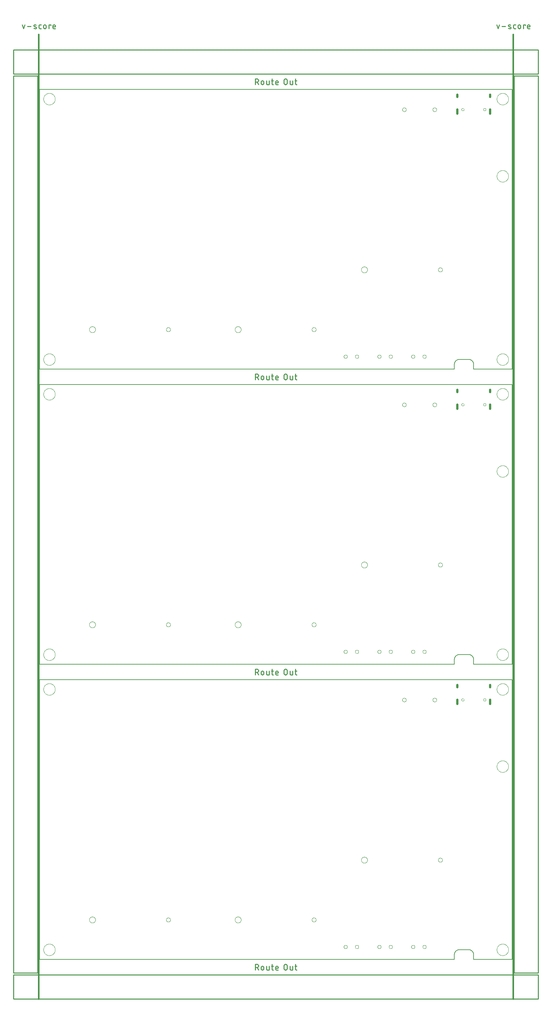
<source format=gko>
G04 EAGLE Gerber RS-274X export*
G75*
%MOMM*%
%FSLAX34Y34*%
%LPD*%
%IN*%
%IPPOS*%
%AMOC8*
5,1,8,0,0,1.08239X$1,22.5*%
G01*
%ADD10C,0.203200*%
%ADD11C,0.279400*%
%ADD12C,0.381000*%
%ADD13C,0.254000*%
%ADD14C,0.000000*%
%ADD15C,0.600000*%


D10*
X0Y736600D02*
X1244600Y736600D01*
X1244600Y0D02*
X1143000Y0D01*
X1092200Y0D02*
X0Y0D01*
X0Y736600D01*
X1244600Y736600D02*
X1244600Y0D01*
X1092200Y0D02*
X1092200Y12700D01*
X1092204Y13007D01*
X1092215Y13314D01*
X1092233Y13620D01*
X1092259Y13926D01*
X1092293Y14231D01*
X1092333Y14535D01*
X1092381Y14838D01*
X1092437Y15140D01*
X1092499Y15440D01*
X1092569Y15739D01*
X1092646Y16036D01*
X1092730Y16332D01*
X1092822Y16625D01*
X1092920Y16915D01*
X1093025Y17203D01*
X1093138Y17489D01*
X1093257Y17772D01*
X1093383Y18052D01*
X1093515Y18329D01*
X1093655Y18602D01*
X1093801Y18872D01*
X1093953Y19138D01*
X1094112Y19401D01*
X1094277Y19660D01*
X1094448Y19914D01*
X1094625Y20165D01*
X1094809Y20411D01*
X1094998Y20653D01*
X1095193Y20889D01*
X1095394Y21122D01*
X1095600Y21349D01*
X1095812Y21571D01*
X1096029Y21788D01*
X1096251Y22000D01*
X1096478Y22206D01*
X1096711Y22407D01*
X1096947Y22602D01*
X1097189Y22791D01*
X1097435Y22975D01*
X1097686Y23152D01*
X1097940Y23323D01*
X1098199Y23488D01*
X1098462Y23647D01*
X1098728Y23799D01*
X1098998Y23945D01*
X1099271Y24085D01*
X1099548Y24217D01*
X1099828Y24343D01*
X1100111Y24462D01*
X1100397Y24575D01*
X1100685Y24680D01*
X1100975Y24778D01*
X1101268Y24870D01*
X1101564Y24954D01*
X1101861Y25031D01*
X1102160Y25101D01*
X1102460Y25163D01*
X1102762Y25219D01*
X1103065Y25267D01*
X1103369Y25307D01*
X1103674Y25341D01*
X1103980Y25367D01*
X1104286Y25385D01*
X1104593Y25396D01*
X1104900Y25400D01*
X1130300Y25400D01*
X1130607Y25396D01*
X1130914Y25385D01*
X1131220Y25367D01*
X1131526Y25341D01*
X1131831Y25307D01*
X1132135Y25267D01*
X1132438Y25219D01*
X1132740Y25163D01*
X1133040Y25101D01*
X1133339Y25031D01*
X1133636Y24954D01*
X1133932Y24870D01*
X1134225Y24778D01*
X1134515Y24680D01*
X1134803Y24575D01*
X1135089Y24462D01*
X1135372Y24343D01*
X1135652Y24217D01*
X1135929Y24085D01*
X1136202Y23945D01*
X1136472Y23799D01*
X1136738Y23647D01*
X1137001Y23488D01*
X1137260Y23323D01*
X1137514Y23152D01*
X1137765Y22975D01*
X1138011Y22791D01*
X1138253Y22602D01*
X1138489Y22407D01*
X1138722Y22206D01*
X1138949Y22000D01*
X1139171Y21788D01*
X1139388Y21571D01*
X1139600Y21349D01*
X1139806Y21122D01*
X1140007Y20889D01*
X1140202Y20653D01*
X1140391Y20411D01*
X1140575Y20165D01*
X1140752Y19914D01*
X1140923Y19660D01*
X1141088Y19401D01*
X1141247Y19138D01*
X1141399Y18872D01*
X1141545Y18602D01*
X1141685Y18329D01*
X1141817Y18052D01*
X1141943Y17772D01*
X1142062Y17489D01*
X1142175Y17203D01*
X1142280Y16915D01*
X1142378Y16625D01*
X1142470Y16332D01*
X1142554Y16036D01*
X1142631Y15739D01*
X1142701Y15440D01*
X1142763Y15140D01*
X1142819Y14838D01*
X1142867Y14535D01*
X1142907Y14231D01*
X1142941Y13926D01*
X1142967Y13620D01*
X1142985Y13314D01*
X1142996Y13007D01*
X1143000Y12700D01*
X1143000Y0D01*
D11*
X567804Y-12827D02*
X567804Y-27813D01*
X567804Y-12827D02*
X571967Y-12827D01*
X572095Y-12829D01*
X572223Y-12835D01*
X572351Y-12845D01*
X572479Y-12859D01*
X572606Y-12876D01*
X572732Y-12898D01*
X572858Y-12923D01*
X572982Y-12953D01*
X573106Y-12986D01*
X573229Y-13023D01*
X573351Y-13064D01*
X573471Y-13108D01*
X573590Y-13156D01*
X573707Y-13208D01*
X573823Y-13263D01*
X573936Y-13322D01*
X574049Y-13385D01*
X574159Y-13451D01*
X574266Y-13520D01*
X574372Y-13592D01*
X574476Y-13668D01*
X574577Y-13747D01*
X574676Y-13829D01*
X574772Y-13914D01*
X574865Y-14001D01*
X574956Y-14092D01*
X575043Y-14185D01*
X575128Y-14281D01*
X575210Y-14380D01*
X575289Y-14481D01*
X575365Y-14585D01*
X575437Y-14691D01*
X575506Y-14798D01*
X575572Y-14909D01*
X575635Y-15021D01*
X575694Y-15134D01*
X575749Y-15250D01*
X575801Y-15367D01*
X575849Y-15486D01*
X575893Y-15606D01*
X575934Y-15728D01*
X575971Y-15851D01*
X576004Y-15975D01*
X576034Y-16099D01*
X576059Y-16225D01*
X576081Y-16351D01*
X576098Y-16478D01*
X576112Y-16606D01*
X576122Y-16734D01*
X576128Y-16862D01*
X576130Y-16990D01*
X576128Y-17118D01*
X576122Y-17246D01*
X576112Y-17374D01*
X576098Y-17502D01*
X576081Y-17629D01*
X576059Y-17755D01*
X576034Y-17881D01*
X576004Y-18005D01*
X575971Y-18129D01*
X575934Y-18252D01*
X575893Y-18374D01*
X575849Y-18494D01*
X575801Y-18613D01*
X575749Y-18730D01*
X575694Y-18846D01*
X575635Y-18959D01*
X575572Y-19072D01*
X575506Y-19182D01*
X575437Y-19289D01*
X575365Y-19395D01*
X575289Y-19499D01*
X575210Y-19600D01*
X575128Y-19699D01*
X575043Y-19795D01*
X574956Y-19888D01*
X574865Y-19979D01*
X574772Y-20066D01*
X574676Y-20151D01*
X574577Y-20233D01*
X574476Y-20312D01*
X574372Y-20388D01*
X574266Y-20460D01*
X574159Y-20529D01*
X574049Y-20595D01*
X573936Y-20658D01*
X573823Y-20717D01*
X573707Y-20772D01*
X573590Y-20824D01*
X573471Y-20872D01*
X573351Y-20916D01*
X573229Y-20957D01*
X573106Y-20994D01*
X572982Y-21027D01*
X572858Y-21057D01*
X572732Y-21082D01*
X572606Y-21104D01*
X572479Y-21121D01*
X572351Y-21135D01*
X572223Y-21145D01*
X572095Y-21151D01*
X571967Y-21153D01*
X567804Y-21153D01*
X572799Y-21153D02*
X576129Y-27813D01*
X583088Y-24483D02*
X583088Y-21153D01*
X583090Y-21039D01*
X583096Y-20926D01*
X583105Y-20812D01*
X583119Y-20700D01*
X583136Y-20587D01*
X583158Y-20475D01*
X583183Y-20365D01*
X583211Y-20255D01*
X583244Y-20146D01*
X583280Y-20038D01*
X583320Y-19931D01*
X583364Y-19826D01*
X583411Y-19723D01*
X583461Y-19621D01*
X583515Y-19521D01*
X583573Y-19423D01*
X583634Y-19327D01*
X583697Y-19233D01*
X583765Y-19141D01*
X583835Y-19051D01*
X583908Y-18965D01*
X583984Y-18880D01*
X584063Y-18798D01*
X584145Y-18719D01*
X584230Y-18643D01*
X584316Y-18570D01*
X584406Y-18500D01*
X584498Y-18432D01*
X584592Y-18369D01*
X584688Y-18308D01*
X584786Y-18250D01*
X584886Y-18196D01*
X584988Y-18146D01*
X585091Y-18099D01*
X585196Y-18055D01*
X585303Y-18015D01*
X585411Y-17979D01*
X585520Y-17946D01*
X585630Y-17918D01*
X585740Y-17893D01*
X585852Y-17871D01*
X585965Y-17854D01*
X586077Y-17840D01*
X586191Y-17831D01*
X586304Y-17825D01*
X586418Y-17823D01*
X586532Y-17825D01*
X586645Y-17831D01*
X586759Y-17840D01*
X586871Y-17854D01*
X586984Y-17871D01*
X587096Y-17893D01*
X587206Y-17918D01*
X587316Y-17946D01*
X587425Y-17979D01*
X587533Y-18015D01*
X587640Y-18055D01*
X587745Y-18099D01*
X587848Y-18146D01*
X587950Y-18196D01*
X588050Y-18250D01*
X588148Y-18308D01*
X588244Y-18369D01*
X588338Y-18432D01*
X588430Y-18500D01*
X588520Y-18570D01*
X588606Y-18643D01*
X588691Y-18719D01*
X588773Y-18798D01*
X588852Y-18880D01*
X588928Y-18965D01*
X589001Y-19051D01*
X589071Y-19141D01*
X589139Y-19233D01*
X589202Y-19327D01*
X589263Y-19423D01*
X589321Y-19521D01*
X589375Y-19621D01*
X589425Y-19723D01*
X589472Y-19826D01*
X589516Y-19931D01*
X589556Y-20038D01*
X589592Y-20146D01*
X589625Y-20255D01*
X589653Y-20365D01*
X589678Y-20475D01*
X589700Y-20587D01*
X589717Y-20700D01*
X589731Y-20812D01*
X589740Y-20926D01*
X589746Y-21039D01*
X589748Y-21153D01*
X589748Y-24483D01*
X589746Y-24597D01*
X589740Y-24710D01*
X589731Y-24824D01*
X589717Y-24936D01*
X589700Y-25049D01*
X589678Y-25161D01*
X589653Y-25271D01*
X589625Y-25381D01*
X589592Y-25490D01*
X589556Y-25598D01*
X589516Y-25705D01*
X589472Y-25810D01*
X589425Y-25913D01*
X589375Y-26015D01*
X589321Y-26115D01*
X589263Y-26213D01*
X589202Y-26309D01*
X589139Y-26403D01*
X589071Y-26495D01*
X589001Y-26585D01*
X588928Y-26671D01*
X588852Y-26756D01*
X588773Y-26838D01*
X588691Y-26917D01*
X588606Y-26993D01*
X588520Y-27066D01*
X588430Y-27136D01*
X588338Y-27204D01*
X588244Y-27267D01*
X588148Y-27328D01*
X588050Y-27386D01*
X587950Y-27440D01*
X587848Y-27490D01*
X587745Y-27537D01*
X587640Y-27581D01*
X587533Y-27621D01*
X587425Y-27657D01*
X587316Y-27690D01*
X587206Y-27718D01*
X587096Y-27743D01*
X586984Y-27765D01*
X586871Y-27782D01*
X586759Y-27796D01*
X586645Y-27805D01*
X586532Y-27811D01*
X586418Y-27813D01*
X586304Y-27811D01*
X586191Y-27805D01*
X586077Y-27796D01*
X585965Y-27782D01*
X585852Y-27765D01*
X585740Y-27743D01*
X585630Y-27718D01*
X585520Y-27690D01*
X585411Y-27657D01*
X585303Y-27621D01*
X585196Y-27581D01*
X585091Y-27537D01*
X584988Y-27490D01*
X584886Y-27440D01*
X584786Y-27386D01*
X584688Y-27328D01*
X584592Y-27267D01*
X584498Y-27204D01*
X584406Y-27136D01*
X584316Y-27066D01*
X584230Y-26993D01*
X584145Y-26917D01*
X584063Y-26838D01*
X583984Y-26756D01*
X583908Y-26671D01*
X583835Y-26585D01*
X583765Y-26495D01*
X583697Y-26403D01*
X583634Y-26309D01*
X583573Y-26213D01*
X583515Y-26115D01*
X583461Y-26015D01*
X583411Y-25913D01*
X583364Y-25810D01*
X583320Y-25705D01*
X583280Y-25598D01*
X583244Y-25490D01*
X583211Y-25381D01*
X583183Y-25271D01*
X583158Y-25161D01*
X583136Y-25049D01*
X583119Y-24936D01*
X583105Y-24824D01*
X583096Y-24710D01*
X583090Y-24597D01*
X583088Y-24483D01*
X597156Y-25315D02*
X597156Y-17822D01*
X597155Y-25315D02*
X597157Y-25413D01*
X597163Y-25511D01*
X597172Y-25609D01*
X597186Y-25706D01*
X597203Y-25802D01*
X597224Y-25898D01*
X597249Y-25993D01*
X597277Y-26087D01*
X597309Y-26180D01*
X597345Y-26271D01*
X597384Y-26361D01*
X597427Y-26449D01*
X597474Y-26536D01*
X597523Y-26620D01*
X597576Y-26703D01*
X597632Y-26783D01*
X597691Y-26862D01*
X597754Y-26937D01*
X597819Y-27011D01*
X597887Y-27081D01*
X597957Y-27149D01*
X598031Y-27215D01*
X598107Y-27277D01*
X598185Y-27336D01*
X598265Y-27392D01*
X598348Y-27445D01*
X598432Y-27495D01*
X598519Y-27541D01*
X598607Y-27584D01*
X598697Y-27623D01*
X598788Y-27659D01*
X598881Y-27691D01*
X598975Y-27719D01*
X599070Y-27744D01*
X599166Y-27765D01*
X599262Y-27782D01*
X599359Y-27796D01*
X599457Y-27805D01*
X599555Y-27811D01*
X599653Y-27813D01*
X603816Y-27813D01*
X603816Y-17822D01*
X609797Y-17822D02*
X614792Y-17822D01*
X611462Y-12827D02*
X611462Y-25315D01*
X611464Y-25413D01*
X611470Y-25511D01*
X611479Y-25609D01*
X611493Y-25706D01*
X611510Y-25802D01*
X611531Y-25898D01*
X611556Y-25993D01*
X611584Y-26087D01*
X611616Y-26180D01*
X611652Y-26271D01*
X611691Y-26361D01*
X611734Y-26449D01*
X611781Y-26536D01*
X611830Y-26620D01*
X611883Y-26703D01*
X611939Y-26783D01*
X611998Y-26862D01*
X612061Y-26937D01*
X612126Y-27011D01*
X612194Y-27081D01*
X612264Y-27149D01*
X612338Y-27215D01*
X612414Y-27277D01*
X612492Y-27336D01*
X612572Y-27392D01*
X612655Y-27445D01*
X612739Y-27495D01*
X612826Y-27541D01*
X612914Y-27584D01*
X613004Y-27623D01*
X613095Y-27659D01*
X613188Y-27691D01*
X613282Y-27719D01*
X613377Y-27744D01*
X613473Y-27765D01*
X613569Y-27782D01*
X613666Y-27796D01*
X613764Y-27805D01*
X613862Y-27811D01*
X613960Y-27813D01*
X614792Y-27813D01*
X623621Y-27813D02*
X627784Y-27813D01*
X623621Y-27813D02*
X623523Y-27811D01*
X623425Y-27805D01*
X623327Y-27796D01*
X623230Y-27782D01*
X623134Y-27765D01*
X623038Y-27744D01*
X622943Y-27719D01*
X622849Y-27691D01*
X622756Y-27659D01*
X622665Y-27623D01*
X622575Y-27584D01*
X622487Y-27541D01*
X622400Y-27494D01*
X622316Y-27445D01*
X622233Y-27392D01*
X622153Y-27336D01*
X622075Y-27277D01*
X621999Y-27215D01*
X621925Y-27149D01*
X621855Y-27081D01*
X621787Y-27011D01*
X621722Y-26937D01*
X621659Y-26862D01*
X621600Y-26783D01*
X621544Y-26703D01*
X621491Y-26620D01*
X621442Y-26536D01*
X621395Y-26449D01*
X621352Y-26361D01*
X621313Y-26271D01*
X621277Y-26180D01*
X621245Y-26087D01*
X621217Y-25993D01*
X621192Y-25898D01*
X621171Y-25802D01*
X621154Y-25706D01*
X621140Y-25609D01*
X621131Y-25511D01*
X621125Y-25413D01*
X621123Y-25315D01*
X621124Y-25315D02*
X621124Y-21153D01*
X621126Y-21039D01*
X621132Y-20926D01*
X621141Y-20812D01*
X621155Y-20700D01*
X621172Y-20587D01*
X621194Y-20475D01*
X621219Y-20365D01*
X621247Y-20255D01*
X621280Y-20146D01*
X621316Y-20038D01*
X621356Y-19931D01*
X621400Y-19826D01*
X621447Y-19723D01*
X621497Y-19621D01*
X621551Y-19521D01*
X621609Y-19423D01*
X621670Y-19327D01*
X621733Y-19233D01*
X621801Y-19141D01*
X621871Y-19051D01*
X621944Y-18965D01*
X622020Y-18880D01*
X622099Y-18798D01*
X622181Y-18719D01*
X622266Y-18643D01*
X622352Y-18570D01*
X622442Y-18500D01*
X622534Y-18432D01*
X622628Y-18369D01*
X622724Y-18308D01*
X622822Y-18250D01*
X622922Y-18196D01*
X623024Y-18146D01*
X623127Y-18099D01*
X623232Y-18055D01*
X623339Y-18015D01*
X623447Y-17979D01*
X623556Y-17946D01*
X623666Y-17918D01*
X623776Y-17893D01*
X623888Y-17871D01*
X624001Y-17854D01*
X624113Y-17840D01*
X624227Y-17831D01*
X624340Y-17825D01*
X624454Y-17823D01*
X624568Y-17825D01*
X624681Y-17831D01*
X624795Y-17840D01*
X624907Y-17854D01*
X625020Y-17871D01*
X625132Y-17893D01*
X625242Y-17918D01*
X625352Y-17946D01*
X625461Y-17979D01*
X625569Y-18015D01*
X625676Y-18055D01*
X625781Y-18099D01*
X625884Y-18146D01*
X625986Y-18196D01*
X626086Y-18250D01*
X626184Y-18308D01*
X626280Y-18369D01*
X626374Y-18432D01*
X626466Y-18500D01*
X626556Y-18570D01*
X626642Y-18643D01*
X626727Y-18719D01*
X626809Y-18798D01*
X626888Y-18880D01*
X626964Y-18965D01*
X627037Y-19051D01*
X627107Y-19141D01*
X627175Y-19233D01*
X627238Y-19327D01*
X627299Y-19423D01*
X627357Y-19521D01*
X627411Y-19621D01*
X627461Y-19723D01*
X627508Y-19826D01*
X627552Y-19931D01*
X627592Y-20038D01*
X627628Y-20146D01*
X627661Y-20255D01*
X627689Y-20365D01*
X627714Y-20475D01*
X627736Y-20587D01*
X627753Y-20700D01*
X627767Y-20812D01*
X627776Y-20926D01*
X627782Y-21039D01*
X627784Y-21153D01*
X627784Y-22818D01*
X621124Y-22818D01*
X643217Y-23650D02*
X643217Y-16990D01*
X643219Y-16862D01*
X643225Y-16734D01*
X643235Y-16606D01*
X643249Y-16478D01*
X643266Y-16351D01*
X643288Y-16225D01*
X643313Y-16099D01*
X643343Y-15975D01*
X643376Y-15851D01*
X643413Y-15728D01*
X643454Y-15606D01*
X643498Y-15486D01*
X643546Y-15367D01*
X643598Y-15250D01*
X643653Y-15134D01*
X643712Y-15021D01*
X643775Y-14908D01*
X643841Y-14798D01*
X643910Y-14691D01*
X643982Y-14585D01*
X644058Y-14481D01*
X644137Y-14380D01*
X644219Y-14281D01*
X644304Y-14185D01*
X644391Y-14092D01*
X644482Y-14001D01*
X644575Y-13914D01*
X644671Y-13829D01*
X644770Y-13747D01*
X644871Y-13668D01*
X644975Y-13592D01*
X645081Y-13520D01*
X645188Y-13451D01*
X645299Y-13385D01*
X645411Y-13322D01*
X645524Y-13263D01*
X645640Y-13208D01*
X645757Y-13156D01*
X645876Y-13108D01*
X645996Y-13064D01*
X646118Y-13023D01*
X646241Y-12986D01*
X646365Y-12953D01*
X646489Y-12923D01*
X646615Y-12898D01*
X646741Y-12876D01*
X646868Y-12859D01*
X646996Y-12845D01*
X647124Y-12835D01*
X647252Y-12829D01*
X647380Y-12827D01*
X647508Y-12829D01*
X647636Y-12835D01*
X647764Y-12845D01*
X647892Y-12859D01*
X648019Y-12876D01*
X648145Y-12898D01*
X648271Y-12923D01*
X648395Y-12953D01*
X648519Y-12986D01*
X648642Y-13023D01*
X648764Y-13064D01*
X648884Y-13108D01*
X649003Y-13156D01*
X649120Y-13208D01*
X649236Y-13263D01*
X649349Y-13322D01*
X649462Y-13385D01*
X649572Y-13451D01*
X649679Y-13520D01*
X649785Y-13592D01*
X649889Y-13668D01*
X649990Y-13747D01*
X650089Y-13829D01*
X650185Y-13914D01*
X650278Y-14001D01*
X650369Y-14092D01*
X650456Y-14185D01*
X650541Y-14281D01*
X650623Y-14380D01*
X650702Y-14481D01*
X650778Y-14585D01*
X650850Y-14691D01*
X650919Y-14798D01*
X650985Y-14909D01*
X651048Y-15021D01*
X651107Y-15134D01*
X651162Y-15250D01*
X651214Y-15367D01*
X651262Y-15486D01*
X651306Y-15606D01*
X651347Y-15728D01*
X651384Y-15851D01*
X651417Y-15975D01*
X651447Y-16099D01*
X651472Y-16225D01*
X651494Y-16351D01*
X651511Y-16478D01*
X651525Y-16606D01*
X651535Y-16734D01*
X651541Y-16862D01*
X651543Y-16990D01*
X651542Y-16990D02*
X651542Y-23650D01*
X651543Y-23650D02*
X651541Y-23778D01*
X651535Y-23906D01*
X651525Y-24034D01*
X651511Y-24162D01*
X651494Y-24289D01*
X651472Y-24415D01*
X651447Y-24541D01*
X651417Y-24665D01*
X651384Y-24789D01*
X651347Y-24912D01*
X651306Y-25034D01*
X651262Y-25154D01*
X651214Y-25273D01*
X651162Y-25390D01*
X651107Y-25506D01*
X651048Y-25619D01*
X650985Y-25732D01*
X650919Y-25842D01*
X650850Y-25949D01*
X650778Y-26055D01*
X650702Y-26159D01*
X650623Y-26260D01*
X650541Y-26359D01*
X650456Y-26455D01*
X650369Y-26548D01*
X650278Y-26639D01*
X650185Y-26726D01*
X650089Y-26811D01*
X649990Y-26893D01*
X649889Y-26972D01*
X649785Y-27048D01*
X649679Y-27120D01*
X649572Y-27189D01*
X649462Y-27255D01*
X649349Y-27318D01*
X649236Y-27377D01*
X649120Y-27432D01*
X649003Y-27484D01*
X648884Y-27532D01*
X648764Y-27576D01*
X648642Y-27617D01*
X648519Y-27654D01*
X648395Y-27687D01*
X648271Y-27717D01*
X648145Y-27742D01*
X648019Y-27764D01*
X647892Y-27781D01*
X647764Y-27795D01*
X647636Y-27805D01*
X647508Y-27811D01*
X647380Y-27813D01*
X647252Y-27811D01*
X647124Y-27805D01*
X646996Y-27795D01*
X646868Y-27781D01*
X646741Y-27764D01*
X646615Y-27742D01*
X646489Y-27717D01*
X646365Y-27687D01*
X646241Y-27654D01*
X646118Y-27617D01*
X645996Y-27576D01*
X645876Y-27532D01*
X645757Y-27484D01*
X645640Y-27432D01*
X645524Y-27377D01*
X645411Y-27318D01*
X645299Y-27255D01*
X645188Y-27189D01*
X645081Y-27120D01*
X644975Y-27048D01*
X644871Y-26972D01*
X644770Y-26893D01*
X644671Y-26811D01*
X644575Y-26726D01*
X644482Y-26639D01*
X644391Y-26548D01*
X644304Y-26455D01*
X644219Y-26359D01*
X644137Y-26260D01*
X644058Y-26159D01*
X643982Y-26055D01*
X643910Y-25949D01*
X643841Y-25842D01*
X643775Y-25731D01*
X643712Y-25619D01*
X643653Y-25506D01*
X643598Y-25390D01*
X643546Y-25273D01*
X643498Y-25154D01*
X643454Y-25034D01*
X643413Y-24912D01*
X643376Y-24789D01*
X643343Y-24665D01*
X643313Y-24541D01*
X643288Y-24415D01*
X643266Y-24289D01*
X643249Y-24162D01*
X643235Y-24034D01*
X643225Y-23906D01*
X643219Y-23778D01*
X643217Y-23650D01*
X659159Y-25315D02*
X659159Y-17822D01*
X659159Y-25315D02*
X659161Y-25413D01*
X659167Y-25511D01*
X659176Y-25609D01*
X659190Y-25706D01*
X659207Y-25802D01*
X659228Y-25898D01*
X659253Y-25993D01*
X659281Y-26087D01*
X659313Y-26180D01*
X659349Y-26271D01*
X659388Y-26361D01*
X659431Y-26449D01*
X659478Y-26536D01*
X659527Y-26620D01*
X659580Y-26703D01*
X659636Y-26783D01*
X659695Y-26862D01*
X659758Y-26937D01*
X659823Y-27011D01*
X659891Y-27081D01*
X659961Y-27149D01*
X660035Y-27215D01*
X660111Y-27277D01*
X660189Y-27336D01*
X660269Y-27392D01*
X660352Y-27445D01*
X660436Y-27495D01*
X660523Y-27541D01*
X660611Y-27584D01*
X660701Y-27623D01*
X660792Y-27659D01*
X660885Y-27691D01*
X660979Y-27719D01*
X661074Y-27744D01*
X661170Y-27765D01*
X661266Y-27782D01*
X661363Y-27796D01*
X661461Y-27805D01*
X661559Y-27811D01*
X661657Y-27813D01*
X665820Y-27813D01*
X665820Y-17822D01*
X671801Y-17822D02*
X676796Y-17822D01*
X673466Y-12827D02*
X673466Y-25315D01*
X673465Y-25315D02*
X673467Y-25413D01*
X673473Y-25511D01*
X673482Y-25609D01*
X673496Y-25706D01*
X673513Y-25802D01*
X673534Y-25898D01*
X673559Y-25993D01*
X673587Y-26087D01*
X673619Y-26180D01*
X673655Y-26271D01*
X673694Y-26361D01*
X673737Y-26449D01*
X673784Y-26536D01*
X673833Y-26620D01*
X673886Y-26703D01*
X673942Y-26783D01*
X674001Y-26862D01*
X674064Y-26937D01*
X674129Y-27011D01*
X674197Y-27081D01*
X674267Y-27149D01*
X674341Y-27215D01*
X674417Y-27277D01*
X674495Y-27336D01*
X674575Y-27392D01*
X674658Y-27445D01*
X674742Y-27495D01*
X674829Y-27541D01*
X674917Y-27584D01*
X675007Y-27623D01*
X675098Y-27659D01*
X675191Y-27691D01*
X675285Y-27719D01*
X675380Y-27744D01*
X675476Y-27765D01*
X675572Y-27782D01*
X675669Y-27796D01*
X675767Y-27805D01*
X675865Y-27811D01*
X675963Y-27813D01*
X675964Y-27813D02*
X676796Y-27813D01*
D10*
X1244600Y1513840D02*
X0Y1513840D01*
X1143000Y777240D02*
X1244600Y777240D01*
X1092200Y777240D02*
X0Y777240D01*
X0Y1513840D01*
X1244600Y1513840D02*
X1244600Y777240D01*
X1092200Y777240D02*
X1092200Y789940D01*
X1092204Y790247D01*
X1092215Y790554D01*
X1092233Y790860D01*
X1092259Y791166D01*
X1092293Y791471D01*
X1092333Y791775D01*
X1092381Y792078D01*
X1092437Y792380D01*
X1092499Y792680D01*
X1092569Y792979D01*
X1092646Y793276D01*
X1092730Y793572D01*
X1092822Y793865D01*
X1092920Y794155D01*
X1093025Y794443D01*
X1093138Y794729D01*
X1093257Y795012D01*
X1093383Y795292D01*
X1093515Y795569D01*
X1093655Y795842D01*
X1093801Y796112D01*
X1093953Y796378D01*
X1094112Y796641D01*
X1094277Y796900D01*
X1094448Y797154D01*
X1094625Y797405D01*
X1094809Y797651D01*
X1094998Y797893D01*
X1095193Y798129D01*
X1095394Y798362D01*
X1095600Y798589D01*
X1095812Y798811D01*
X1096029Y799028D01*
X1096251Y799240D01*
X1096478Y799446D01*
X1096711Y799647D01*
X1096947Y799842D01*
X1097189Y800031D01*
X1097435Y800215D01*
X1097686Y800392D01*
X1097940Y800563D01*
X1098199Y800728D01*
X1098462Y800887D01*
X1098728Y801039D01*
X1098998Y801185D01*
X1099271Y801325D01*
X1099548Y801457D01*
X1099828Y801583D01*
X1100111Y801702D01*
X1100397Y801815D01*
X1100685Y801920D01*
X1100975Y802018D01*
X1101268Y802110D01*
X1101564Y802194D01*
X1101861Y802271D01*
X1102160Y802341D01*
X1102460Y802403D01*
X1102762Y802459D01*
X1103065Y802507D01*
X1103369Y802547D01*
X1103674Y802581D01*
X1103980Y802607D01*
X1104286Y802625D01*
X1104593Y802636D01*
X1104900Y802640D01*
X1130300Y802640D01*
X1130607Y802636D01*
X1130914Y802625D01*
X1131220Y802607D01*
X1131526Y802581D01*
X1131831Y802547D01*
X1132135Y802507D01*
X1132438Y802459D01*
X1132740Y802403D01*
X1133040Y802341D01*
X1133339Y802271D01*
X1133636Y802194D01*
X1133932Y802110D01*
X1134225Y802018D01*
X1134515Y801920D01*
X1134803Y801815D01*
X1135089Y801702D01*
X1135372Y801583D01*
X1135652Y801457D01*
X1135929Y801325D01*
X1136202Y801185D01*
X1136472Y801039D01*
X1136738Y800887D01*
X1137001Y800728D01*
X1137260Y800563D01*
X1137514Y800392D01*
X1137765Y800215D01*
X1138011Y800031D01*
X1138253Y799842D01*
X1138489Y799647D01*
X1138722Y799446D01*
X1138949Y799240D01*
X1139171Y799028D01*
X1139388Y798811D01*
X1139600Y798589D01*
X1139806Y798362D01*
X1140007Y798129D01*
X1140202Y797893D01*
X1140391Y797651D01*
X1140575Y797405D01*
X1140752Y797154D01*
X1140923Y796900D01*
X1141088Y796641D01*
X1141247Y796378D01*
X1141399Y796112D01*
X1141545Y795842D01*
X1141685Y795569D01*
X1141817Y795292D01*
X1141943Y795012D01*
X1142062Y794729D01*
X1142175Y794443D01*
X1142280Y794155D01*
X1142378Y793865D01*
X1142470Y793572D01*
X1142554Y793276D01*
X1142631Y792979D01*
X1142701Y792680D01*
X1142763Y792380D01*
X1142819Y792078D01*
X1142867Y791775D01*
X1142907Y791471D01*
X1142941Y791166D01*
X1142967Y790860D01*
X1142985Y790554D01*
X1142996Y790247D01*
X1143000Y789940D01*
X1143000Y777240D01*
D11*
X567804Y764413D02*
X567804Y749427D01*
X567804Y764413D02*
X571967Y764413D01*
X572095Y764411D01*
X572223Y764405D01*
X572351Y764395D01*
X572479Y764381D01*
X572606Y764364D01*
X572732Y764342D01*
X572858Y764317D01*
X572982Y764287D01*
X573106Y764254D01*
X573229Y764217D01*
X573351Y764176D01*
X573471Y764132D01*
X573590Y764084D01*
X573707Y764032D01*
X573823Y763977D01*
X573936Y763918D01*
X574049Y763855D01*
X574159Y763789D01*
X574266Y763720D01*
X574372Y763648D01*
X574476Y763572D01*
X574577Y763493D01*
X574676Y763411D01*
X574772Y763326D01*
X574865Y763239D01*
X574956Y763148D01*
X575043Y763055D01*
X575128Y762959D01*
X575210Y762860D01*
X575289Y762759D01*
X575365Y762655D01*
X575437Y762549D01*
X575506Y762442D01*
X575572Y762332D01*
X575635Y762219D01*
X575694Y762106D01*
X575749Y761990D01*
X575801Y761873D01*
X575849Y761754D01*
X575893Y761634D01*
X575934Y761512D01*
X575971Y761389D01*
X576004Y761265D01*
X576034Y761141D01*
X576059Y761015D01*
X576081Y760889D01*
X576098Y760762D01*
X576112Y760634D01*
X576122Y760506D01*
X576128Y760378D01*
X576130Y760250D01*
X576128Y760122D01*
X576122Y759994D01*
X576112Y759866D01*
X576098Y759738D01*
X576081Y759611D01*
X576059Y759485D01*
X576034Y759359D01*
X576004Y759235D01*
X575971Y759111D01*
X575934Y758988D01*
X575893Y758866D01*
X575849Y758746D01*
X575801Y758627D01*
X575749Y758510D01*
X575694Y758394D01*
X575635Y758281D01*
X575572Y758169D01*
X575506Y758058D01*
X575437Y757951D01*
X575365Y757845D01*
X575289Y757741D01*
X575210Y757640D01*
X575128Y757541D01*
X575043Y757445D01*
X574956Y757352D01*
X574865Y757261D01*
X574772Y757174D01*
X574676Y757089D01*
X574577Y757007D01*
X574476Y756928D01*
X574372Y756852D01*
X574266Y756780D01*
X574159Y756711D01*
X574049Y756645D01*
X573936Y756582D01*
X573823Y756523D01*
X573707Y756468D01*
X573590Y756416D01*
X573471Y756368D01*
X573351Y756324D01*
X573229Y756283D01*
X573106Y756246D01*
X572982Y756213D01*
X572858Y756183D01*
X572732Y756158D01*
X572606Y756136D01*
X572479Y756119D01*
X572351Y756105D01*
X572223Y756095D01*
X572095Y756089D01*
X571967Y756087D01*
X567804Y756087D01*
X572799Y756087D02*
X576129Y749427D01*
X583088Y752757D02*
X583088Y756087D01*
X583090Y756201D01*
X583096Y756314D01*
X583105Y756428D01*
X583119Y756540D01*
X583136Y756653D01*
X583158Y756765D01*
X583183Y756875D01*
X583211Y756985D01*
X583244Y757094D01*
X583280Y757202D01*
X583320Y757309D01*
X583364Y757414D01*
X583411Y757517D01*
X583461Y757619D01*
X583515Y757719D01*
X583573Y757817D01*
X583634Y757913D01*
X583697Y758007D01*
X583765Y758099D01*
X583835Y758189D01*
X583908Y758275D01*
X583984Y758360D01*
X584063Y758442D01*
X584145Y758521D01*
X584230Y758597D01*
X584316Y758670D01*
X584406Y758740D01*
X584498Y758808D01*
X584592Y758871D01*
X584688Y758932D01*
X584786Y758990D01*
X584886Y759044D01*
X584988Y759094D01*
X585091Y759141D01*
X585196Y759185D01*
X585303Y759225D01*
X585411Y759261D01*
X585520Y759294D01*
X585630Y759322D01*
X585740Y759347D01*
X585852Y759369D01*
X585965Y759386D01*
X586077Y759400D01*
X586191Y759409D01*
X586304Y759415D01*
X586418Y759417D01*
X586532Y759415D01*
X586645Y759409D01*
X586759Y759400D01*
X586871Y759386D01*
X586984Y759369D01*
X587096Y759347D01*
X587206Y759322D01*
X587316Y759294D01*
X587425Y759261D01*
X587533Y759225D01*
X587640Y759185D01*
X587745Y759141D01*
X587848Y759094D01*
X587950Y759044D01*
X588050Y758990D01*
X588148Y758932D01*
X588244Y758871D01*
X588338Y758808D01*
X588430Y758740D01*
X588520Y758670D01*
X588606Y758597D01*
X588691Y758521D01*
X588773Y758442D01*
X588852Y758360D01*
X588928Y758275D01*
X589001Y758189D01*
X589071Y758099D01*
X589139Y758007D01*
X589202Y757913D01*
X589263Y757817D01*
X589321Y757719D01*
X589375Y757619D01*
X589425Y757517D01*
X589472Y757414D01*
X589516Y757309D01*
X589556Y757202D01*
X589592Y757094D01*
X589625Y756985D01*
X589653Y756875D01*
X589678Y756765D01*
X589700Y756653D01*
X589717Y756540D01*
X589731Y756428D01*
X589740Y756314D01*
X589746Y756201D01*
X589748Y756087D01*
X589748Y752757D01*
X589746Y752643D01*
X589740Y752530D01*
X589731Y752416D01*
X589717Y752304D01*
X589700Y752191D01*
X589678Y752079D01*
X589653Y751969D01*
X589625Y751859D01*
X589592Y751750D01*
X589556Y751642D01*
X589516Y751535D01*
X589472Y751430D01*
X589425Y751327D01*
X589375Y751225D01*
X589321Y751125D01*
X589263Y751027D01*
X589202Y750931D01*
X589139Y750837D01*
X589071Y750745D01*
X589001Y750655D01*
X588928Y750569D01*
X588852Y750484D01*
X588773Y750402D01*
X588691Y750323D01*
X588606Y750247D01*
X588520Y750174D01*
X588430Y750104D01*
X588338Y750036D01*
X588244Y749973D01*
X588148Y749912D01*
X588050Y749854D01*
X587950Y749800D01*
X587848Y749750D01*
X587745Y749703D01*
X587640Y749659D01*
X587533Y749619D01*
X587425Y749583D01*
X587316Y749550D01*
X587206Y749522D01*
X587096Y749497D01*
X586984Y749475D01*
X586871Y749458D01*
X586759Y749444D01*
X586645Y749435D01*
X586532Y749429D01*
X586418Y749427D01*
X586304Y749429D01*
X586191Y749435D01*
X586077Y749444D01*
X585965Y749458D01*
X585852Y749475D01*
X585740Y749497D01*
X585630Y749522D01*
X585520Y749550D01*
X585411Y749583D01*
X585303Y749619D01*
X585196Y749659D01*
X585091Y749703D01*
X584988Y749750D01*
X584886Y749800D01*
X584786Y749854D01*
X584688Y749912D01*
X584592Y749973D01*
X584498Y750036D01*
X584406Y750104D01*
X584316Y750174D01*
X584230Y750247D01*
X584145Y750323D01*
X584063Y750402D01*
X583984Y750484D01*
X583908Y750569D01*
X583835Y750655D01*
X583765Y750745D01*
X583697Y750837D01*
X583634Y750931D01*
X583573Y751027D01*
X583515Y751125D01*
X583461Y751225D01*
X583411Y751327D01*
X583364Y751430D01*
X583320Y751535D01*
X583280Y751642D01*
X583244Y751750D01*
X583211Y751859D01*
X583183Y751969D01*
X583158Y752079D01*
X583136Y752191D01*
X583119Y752304D01*
X583105Y752416D01*
X583096Y752530D01*
X583090Y752643D01*
X583088Y752757D01*
X597156Y751925D02*
X597156Y759418D01*
X597155Y751925D02*
X597157Y751827D01*
X597163Y751729D01*
X597172Y751631D01*
X597186Y751534D01*
X597203Y751438D01*
X597224Y751342D01*
X597249Y751247D01*
X597277Y751153D01*
X597309Y751060D01*
X597345Y750969D01*
X597384Y750879D01*
X597427Y750791D01*
X597474Y750704D01*
X597523Y750620D01*
X597576Y750537D01*
X597632Y750457D01*
X597691Y750379D01*
X597754Y750303D01*
X597819Y750229D01*
X597887Y750159D01*
X597957Y750091D01*
X598031Y750026D01*
X598107Y749963D01*
X598185Y749904D01*
X598265Y749848D01*
X598348Y749795D01*
X598432Y749746D01*
X598519Y749699D01*
X598607Y749656D01*
X598697Y749617D01*
X598788Y749581D01*
X598881Y749549D01*
X598975Y749521D01*
X599070Y749496D01*
X599166Y749475D01*
X599262Y749458D01*
X599359Y749444D01*
X599457Y749435D01*
X599555Y749429D01*
X599653Y749427D01*
X603816Y749427D01*
X603816Y759418D01*
X609797Y759418D02*
X614792Y759418D01*
X611462Y764413D02*
X611462Y751925D01*
X611464Y751827D01*
X611470Y751729D01*
X611479Y751631D01*
X611493Y751534D01*
X611510Y751438D01*
X611531Y751342D01*
X611556Y751247D01*
X611584Y751153D01*
X611616Y751060D01*
X611652Y750969D01*
X611691Y750879D01*
X611734Y750791D01*
X611781Y750704D01*
X611830Y750620D01*
X611883Y750537D01*
X611939Y750457D01*
X611998Y750379D01*
X612061Y750303D01*
X612126Y750229D01*
X612194Y750159D01*
X612264Y750091D01*
X612338Y750026D01*
X612414Y749963D01*
X612492Y749904D01*
X612572Y749848D01*
X612655Y749795D01*
X612739Y749746D01*
X612826Y749699D01*
X612914Y749656D01*
X613004Y749617D01*
X613095Y749581D01*
X613188Y749549D01*
X613282Y749521D01*
X613377Y749496D01*
X613473Y749475D01*
X613569Y749458D01*
X613666Y749444D01*
X613764Y749435D01*
X613862Y749429D01*
X613960Y749427D01*
X614792Y749427D01*
X623621Y749427D02*
X627784Y749427D01*
X623621Y749427D02*
X623523Y749429D01*
X623425Y749435D01*
X623327Y749444D01*
X623230Y749458D01*
X623134Y749475D01*
X623038Y749496D01*
X622943Y749521D01*
X622849Y749549D01*
X622756Y749581D01*
X622665Y749617D01*
X622575Y749656D01*
X622487Y749699D01*
X622400Y749746D01*
X622316Y749795D01*
X622233Y749848D01*
X622153Y749904D01*
X622075Y749963D01*
X621999Y750026D01*
X621925Y750091D01*
X621855Y750159D01*
X621787Y750229D01*
X621722Y750303D01*
X621659Y750379D01*
X621600Y750457D01*
X621544Y750537D01*
X621491Y750620D01*
X621442Y750704D01*
X621395Y750791D01*
X621352Y750879D01*
X621313Y750969D01*
X621277Y751060D01*
X621245Y751153D01*
X621217Y751247D01*
X621192Y751342D01*
X621171Y751438D01*
X621154Y751534D01*
X621140Y751631D01*
X621131Y751729D01*
X621125Y751827D01*
X621123Y751925D01*
X621124Y751925D02*
X621124Y756087D01*
X621126Y756201D01*
X621132Y756314D01*
X621141Y756428D01*
X621155Y756540D01*
X621172Y756653D01*
X621194Y756765D01*
X621219Y756875D01*
X621247Y756985D01*
X621280Y757094D01*
X621316Y757202D01*
X621356Y757309D01*
X621400Y757414D01*
X621447Y757517D01*
X621497Y757619D01*
X621551Y757719D01*
X621609Y757817D01*
X621670Y757913D01*
X621733Y758007D01*
X621801Y758099D01*
X621871Y758189D01*
X621944Y758275D01*
X622020Y758360D01*
X622099Y758442D01*
X622181Y758521D01*
X622266Y758597D01*
X622352Y758670D01*
X622442Y758740D01*
X622534Y758808D01*
X622628Y758871D01*
X622724Y758932D01*
X622822Y758990D01*
X622922Y759044D01*
X623024Y759094D01*
X623127Y759141D01*
X623232Y759185D01*
X623339Y759225D01*
X623447Y759261D01*
X623556Y759294D01*
X623666Y759322D01*
X623776Y759347D01*
X623888Y759369D01*
X624001Y759386D01*
X624113Y759400D01*
X624227Y759409D01*
X624340Y759415D01*
X624454Y759417D01*
X624568Y759415D01*
X624681Y759409D01*
X624795Y759400D01*
X624907Y759386D01*
X625020Y759369D01*
X625132Y759347D01*
X625242Y759322D01*
X625352Y759294D01*
X625461Y759261D01*
X625569Y759225D01*
X625676Y759185D01*
X625781Y759141D01*
X625884Y759094D01*
X625986Y759044D01*
X626086Y758990D01*
X626184Y758932D01*
X626280Y758871D01*
X626374Y758808D01*
X626466Y758740D01*
X626556Y758670D01*
X626642Y758597D01*
X626727Y758521D01*
X626809Y758442D01*
X626888Y758360D01*
X626964Y758275D01*
X627037Y758189D01*
X627107Y758099D01*
X627175Y758007D01*
X627238Y757913D01*
X627299Y757817D01*
X627357Y757719D01*
X627411Y757619D01*
X627461Y757517D01*
X627508Y757414D01*
X627552Y757309D01*
X627592Y757202D01*
X627628Y757094D01*
X627661Y756985D01*
X627689Y756875D01*
X627714Y756765D01*
X627736Y756653D01*
X627753Y756540D01*
X627767Y756428D01*
X627776Y756314D01*
X627782Y756201D01*
X627784Y756087D01*
X627784Y754422D01*
X621124Y754422D01*
X643217Y753590D02*
X643217Y760250D01*
X643219Y760378D01*
X643225Y760506D01*
X643235Y760634D01*
X643249Y760762D01*
X643266Y760889D01*
X643288Y761015D01*
X643313Y761141D01*
X643343Y761265D01*
X643376Y761389D01*
X643413Y761512D01*
X643454Y761634D01*
X643498Y761754D01*
X643546Y761873D01*
X643598Y761990D01*
X643653Y762106D01*
X643712Y762219D01*
X643775Y762332D01*
X643841Y762442D01*
X643910Y762549D01*
X643982Y762655D01*
X644058Y762759D01*
X644137Y762860D01*
X644219Y762959D01*
X644304Y763055D01*
X644391Y763148D01*
X644482Y763239D01*
X644575Y763326D01*
X644671Y763411D01*
X644770Y763493D01*
X644871Y763572D01*
X644975Y763648D01*
X645081Y763720D01*
X645188Y763789D01*
X645299Y763855D01*
X645411Y763918D01*
X645524Y763977D01*
X645640Y764032D01*
X645757Y764084D01*
X645876Y764132D01*
X645996Y764176D01*
X646118Y764217D01*
X646241Y764254D01*
X646365Y764287D01*
X646489Y764317D01*
X646615Y764342D01*
X646741Y764364D01*
X646868Y764381D01*
X646996Y764395D01*
X647124Y764405D01*
X647252Y764411D01*
X647380Y764413D01*
X647508Y764411D01*
X647636Y764405D01*
X647764Y764395D01*
X647892Y764381D01*
X648019Y764364D01*
X648145Y764342D01*
X648271Y764317D01*
X648395Y764287D01*
X648519Y764254D01*
X648642Y764217D01*
X648764Y764176D01*
X648884Y764132D01*
X649003Y764084D01*
X649120Y764032D01*
X649236Y763977D01*
X649349Y763918D01*
X649462Y763855D01*
X649572Y763789D01*
X649679Y763720D01*
X649785Y763648D01*
X649889Y763572D01*
X649990Y763493D01*
X650089Y763411D01*
X650185Y763326D01*
X650278Y763239D01*
X650369Y763148D01*
X650456Y763055D01*
X650541Y762959D01*
X650623Y762860D01*
X650702Y762759D01*
X650778Y762655D01*
X650850Y762549D01*
X650919Y762442D01*
X650985Y762332D01*
X651048Y762219D01*
X651107Y762106D01*
X651162Y761990D01*
X651214Y761873D01*
X651262Y761754D01*
X651306Y761634D01*
X651347Y761512D01*
X651384Y761389D01*
X651417Y761265D01*
X651447Y761141D01*
X651472Y761015D01*
X651494Y760889D01*
X651511Y760762D01*
X651525Y760634D01*
X651535Y760506D01*
X651541Y760378D01*
X651543Y760250D01*
X651542Y760250D02*
X651542Y753590D01*
X651543Y753590D02*
X651541Y753462D01*
X651535Y753334D01*
X651525Y753206D01*
X651511Y753078D01*
X651494Y752951D01*
X651472Y752825D01*
X651447Y752699D01*
X651417Y752575D01*
X651384Y752451D01*
X651347Y752328D01*
X651306Y752206D01*
X651262Y752086D01*
X651214Y751967D01*
X651162Y751850D01*
X651107Y751734D01*
X651048Y751621D01*
X650985Y751509D01*
X650919Y751398D01*
X650850Y751291D01*
X650778Y751185D01*
X650702Y751081D01*
X650623Y750980D01*
X650541Y750881D01*
X650456Y750785D01*
X650369Y750692D01*
X650278Y750601D01*
X650185Y750514D01*
X650089Y750429D01*
X649990Y750347D01*
X649889Y750268D01*
X649785Y750192D01*
X649679Y750120D01*
X649572Y750051D01*
X649462Y749985D01*
X649349Y749922D01*
X649236Y749863D01*
X649120Y749808D01*
X649003Y749756D01*
X648884Y749708D01*
X648764Y749664D01*
X648642Y749623D01*
X648519Y749586D01*
X648395Y749553D01*
X648271Y749523D01*
X648145Y749498D01*
X648019Y749476D01*
X647892Y749459D01*
X647764Y749445D01*
X647636Y749435D01*
X647508Y749429D01*
X647380Y749427D01*
X647252Y749429D01*
X647124Y749435D01*
X646996Y749445D01*
X646868Y749459D01*
X646741Y749476D01*
X646615Y749498D01*
X646489Y749523D01*
X646365Y749553D01*
X646241Y749586D01*
X646118Y749623D01*
X645996Y749664D01*
X645876Y749708D01*
X645757Y749756D01*
X645640Y749808D01*
X645524Y749863D01*
X645411Y749922D01*
X645299Y749985D01*
X645188Y750051D01*
X645081Y750120D01*
X644975Y750192D01*
X644871Y750268D01*
X644770Y750347D01*
X644671Y750429D01*
X644575Y750514D01*
X644482Y750601D01*
X644391Y750692D01*
X644304Y750785D01*
X644219Y750881D01*
X644137Y750980D01*
X644058Y751081D01*
X643982Y751185D01*
X643910Y751291D01*
X643841Y751398D01*
X643775Y751509D01*
X643712Y751621D01*
X643653Y751734D01*
X643598Y751850D01*
X643546Y751967D01*
X643498Y752086D01*
X643454Y752206D01*
X643413Y752328D01*
X643376Y752451D01*
X643343Y752575D01*
X643313Y752699D01*
X643288Y752825D01*
X643266Y752951D01*
X643249Y753078D01*
X643235Y753206D01*
X643225Y753334D01*
X643219Y753462D01*
X643217Y753590D01*
X659159Y751925D02*
X659159Y759418D01*
X659159Y751925D02*
X659161Y751827D01*
X659167Y751729D01*
X659176Y751631D01*
X659190Y751534D01*
X659207Y751438D01*
X659228Y751342D01*
X659253Y751247D01*
X659281Y751153D01*
X659313Y751060D01*
X659349Y750969D01*
X659388Y750879D01*
X659431Y750791D01*
X659478Y750704D01*
X659527Y750620D01*
X659580Y750537D01*
X659636Y750457D01*
X659695Y750379D01*
X659758Y750303D01*
X659823Y750229D01*
X659891Y750159D01*
X659961Y750091D01*
X660035Y750026D01*
X660111Y749963D01*
X660189Y749904D01*
X660269Y749848D01*
X660352Y749795D01*
X660436Y749746D01*
X660523Y749699D01*
X660611Y749656D01*
X660701Y749617D01*
X660792Y749581D01*
X660885Y749549D01*
X660979Y749521D01*
X661074Y749496D01*
X661170Y749475D01*
X661266Y749458D01*
X661363Y749444D01*
X661461Y749435D01*
X661559Y749429D01*
X661657Y749427D01*
X665820Y749427D01*
X665820Y759418D01*
X671801Y759418D02*
X676796Y759418D01*
X673466Y764413D02*
X673466Y751925D01*
X673468Y751827D01*
X673474Y751729D01*
X673483Y751631D01*
X673497Y751534D01*
X673514Y751438D01*
X673535Y751342D01*
X673560Y751247D01*
X673588Y751153D01*
X673620Y751060D01*
X673656Y750969D01*
X673695Y750879D01*
X673738Y750791D01*
X673785Y750704D01*
X673834Y750620D01*
X673887Y750537D01*
X673943Y750457D01*
X674002Y750379D01*
X674065Y750303D01*
X674130Y750229D01*
X674198Y750159D01*
X674268Y750091D01*
X674342Y750026D01*
X674418Y749963D01*
X674496Y749904D01*
X674576Y749848D01*
X674659Y749795D01*
X674743Y749746D01*
X674830Y749699D01*
X674918Y749656D01*
X675008Y749617D01*
X675099Y749581D01*
X675192Y749549D01*
X675286Y749521D01*
X675381Y749496D01*
X675477Y749475D01*
X675573Y749458D01*
X675670Y749444D01*
X675768Y749435D01*
X675866Y749429D01*
X675964Y749427D01*
X676796Y749427D01*
D10*
X1244600Y2291080D02*
X0Y2291080D01*
X1143000Y1554480D02*
X1244600Y1554480D01*
X1092200Y1554480D02*
X0Y1554480D01*
X0Y2291080D01*
X1244600Y2291080D02*
X1244600Y1554480D01*
X1092200Y1554480D02*
X1092200Y1567180D01*
X1092204Y1567487D01*
X1092215Y1567794D01*
X1092233Y1568100D01*
X1092259Y1568406D01*
X1092293Y1568711D01*
X1092333Y1569015D01*
X1092381Y1569318D01*
X1092437Y1569620D01*
X1092499Y1569920D01*
X1092569Y1570219D01*
X1092646Y1570516D01*
X1092730Y1570812D01*
X1092822Y1571105D01*
X1092920Y1571395D01*
X1093025Y1571683D01*
X1093138Y1571969D01*
X1093257Y1572252D01*
X1093383Y1572532D01*
X1093515Y1572809D01*
X1093655Y1573082D01*
X1093801Y1573352D01*
X1093953Y1573618D01*
X1094112Y1573881D01*
X1094277Y1574140D01*
X1094448Y1574394D01*
X1094625Y1574645D01*
X1094809Y1574891D01*
X1094998Y1575133D01*
X1095193Y1575369D01*
X1095394Y1575602D01*
X1095600Y1575829D01*
X1095812Y1576051D01*
X1096029Y1576268D01*
X1096251Y1576480D01*
X1096478Y1576686D01*
X1096711Y1576887D01*
X1096947Y1577082D01*
X1097189Y1577271D01*
X1097435Y1577455D01*
X1097686Y1577632D01*
X1097940Y1577803D01*
X1098199Y1577968D01*
X1098462Y1578127D01*
X1098728Y1578279D01*
X1098998Y1578425D01*
X1099271Y1578565D01*
X1099548Y1578697D01*
X1099828Y1578823D01*
X1100111Y1578942D01*
X1100397Y1579055D01*
X1100685Y1579160D01*
X1100975Y1579258D01*
X1101268Y1579350D01*
X1101564Y1579434D01*
X1101861Y1579511D01*
X1102160Y1579581D01*
X1102460Y1579643D01*
X1102762Y1579699D01*
X1103065Y1579747D01*
X1103369Y1579787D01*
X1103674Y1579821D01*
X1103980Y1579847D01*
X1104286Y1579865D01*
X1104593Y1579876D01*
X1104900Y1579880D01*
X1130300Y1579880D01*
X1130607Y1579876D01*
X1130914Y1579865D01*
X1131220Y1579847D01*
X1131526Y1579821D01*
X1131831Y1579787D01*
X1132135Y1579747D01*
X1132438Y1579699D01*
X1132740Y1579643D01*
X1133040Y1579581D01*
X1133339Y1579511D01*
X1133636Y1579434D01*
X1133932Y1579350D01*
X1134225Y1579258D01*
X1134515Y1579160D01*
X1134803Y1579055D01*
X1135089Y1578942D01*
X1135372Y1578823D01*
X1135652Y1578697D01*
X1135929Y1578565D01*
X1136202Y1578425D01*
X1136472Y1578279D01*
X1136738Y1578127D01*
X1137001Y1577968D01*
X1137260Y1577803D01*
X1137514Y1577632D01*
X1137765Y1577455D01*
X1138011Y1577271D01*
X1138253Y1577082D01*
X1138489Y1576887D01*
X1138722Y1576686D01*
X1138949Y1576480D01*
X1139171Y1576268D01*
X1139388Y1576051D01*
X1139600Y1575829D01*
X1139806Y1575602D01*
X1140007Y1575369D01*
X1140202Y1575133D01*
X1140391Y1574891D01*
X1140575Y1574645D01*
X1140752Y1574394D01*
X1140923Y1574140D01*
X1141088Y1573881D01*
X1141247Y1573618D01*
X1141399Y1573352D01*
X1141545Y1573082D01*
X1141685Y1572809D01*
X1141817Y1572532D01*
X1141943Y1572252D01*
X1142062Y1571969D01*
X1142175Y1571683D01*
X1142280Y1571395D01*
X1142378Y1571105D01*
X1142470Y1570812D01*
X1142554Y1570516D01*
X1142631Y1570219D01*
X1142701Y1569920D01*
X1142763Y1569620D01*
X1142819Y1569318D01*
X1142867Y1569015D01*
X1142907Y1568711D01*
X1142941Y1568406D01*
X1142967Y1568100D01*
X1142985Y1567794D01*
X1142996Y1567487D01*
X1143000Y1567180D01*
X1143000Y1554480D01*
D11*
X567804Y1541653D02*
X567804Y1526667D01*
X567804Y1541653D02*
X571967Y1541653D01*
X572095Y1541651D01*
X572223Y1541645D01*
X572351Y1541635D01*
X572479Y1541621D01*
X572606Y1541604D01*
X572732Y1541582D01*
X572858Y1541557D01*
X572982Y1541527D01*
X573106Y1541494D01*
X573229Y1541457D01*
X573351Y1541416D01*
X573471Y1541372D01*
X573590Y1541324D01*
X573707Y1541272D01*
X573823Y1541217D01*
X573936Y1541158D01*
X574049Y1541095D01*
X574159Y1541029D01*
X574266Y1540960D01*
X574372Y1540888D01*
X574476Y1540812D01*
X574577Y1540733D01*
X574676Y1540651D01*
X574772Y1540566D01*
X574865Y1540479D01*
X574956Y1540388D01*
X575043Y1540295D01*
X575128Y1540199D01*
X575210Y1540100D01*
X575289Y1539999D01*
X575365Y1539895D01*
X575437Y1539789D01*
X575506Y1539682D01*
X575572Y1539572D01*
X575635Y1539459D01*
X575694Y1539346D01*
X575749Y1539230D01*
X575801Y1539113D01*
X575849Y1538994D01*
X575893Y1538874D01*
X575934Y1538752D01*
X575971Y1538629D01*
X576004Y1538505D01*
X576034Y1538381D01*
X576059Y1538255D01*
X576081Y1538129D01*
X576098Y1538002D01*
X576112Y1537874D01*
X576122Y1537746D01*
X576128Y1537618D01*
X576130Y1537490D01*
X576128Y1537362D01*
X576122Y1537234D01*
X576112Y1537106D01*
X576098Y1536978D01*
X576081Y1536851D01*
X576059Y1536725D01*
X576034Y1536599D01*
X576004Y1536475D01*
X575971Y1536351D01*
X575934Y1536228D01*
X575893Y1536106D01*
X575849Y1535986D01*
X575801Y1535867D01*
X575749Y1535750D01*
X575694Y1535634D01*
X575635Y1535521D01*
X575572Y1535409D01*
X575506Y1535298D01*
X575437Y1535191D01*
X575365Y1535085D01*
X575289Y1534981D01*
X575210Y1534880D01*
X575128Y1534781D01*
X575043Y1534685D01*
X574956Y1534592D01*
X574865Y1534501D01*
X574772Y1534414D01*
X574676Y1534329D01*
X574577Y1534247D01*
X574476Y1534168D01*
X574372Y1534092D01*
X574266Y1534020D01*
X574159Y1533951D01*
X574049Y1533885D01*
X573936Y1533822D01*
X573823Y1533763D01*
X573707Y1533708D01*
X573590Y1533656D01*
X573471Y1533608D01*
X573351Y1533564D01*
X573229Y1533523D01*
X573106Y1533486D01*
X572982Y1533453D01*
X572858Y1533423D01*
X572732Y1533398D01*
X572606Y1533376D01*
X572479Y1533359D01*
X572351Y1533345D01*
X572223Y1533335D01*
X572095Y1533329D01*
X571967Y1533327D01*
X567804Y1533327D01*
X572799Y1533327D02*
X576129Y1526667D01*
X583088Y1529997D02*
X583088Y1533327D01*
X583090Y1533441D01*
X583096Y1533554D01*
X583105Y1533668D01*
X583119Y1533780D01*
X583136Y1533893D01*
X583158Y1534005D01*
X583183Y1534115D01*
X583211Y1534225D01*
X583244Y1534334D01*
X583280Y1534442D01*
X583320Y1534549D01*
X583364Y1534654D01*
X583411Y1534757D01*
X583461Y1534859D01*
X583515Y1534959D01*
X583573Y1535057D01*
X583634Y1535153D01*
X583697Y1535247D01*
X583765Y1535339D01*
X583835Y1535429D01*
X583908Y1535515D01*
X583984Y1535600D01*
X584063Y1535682D01*
X584145Y1535761D01*
X584230Y1535837D01*
X584316Y1535910D01*
X584406Y1535980D01*
X584498Y1536048D01*
X584592Y1536111D01*
X584688Y1536172D01*
X584786Y1536230D01*
X584886Y1536284D01*
X584988Y1536334D01*
X585091Y1536381D01*
X585196Y1536425D01*
X585303Y1536465D01*
X585411Y1536501D01*
X585520Y1536534D01*
X585630Y1536562D01*
X585740Y1536587D01*
X585852Y1536609D01*
X585965Y1536626D01*
X586077Y1536640D01*
X586191Y1536649D01*
X586304Y1536655D01*
X586418Y1536657D01*
X586532Y1536655D01*
X586645Y1536649D01*
X586759Y1536640D01*
X586871Y1536626D01*
X586984Y1536609D01*
X587096Y1536587D01*
X587206Y1536562D01*
X587316Y1536534D01*
X587425Y1536501D01*
X587533Y1536465D01*
X587640Y1536425D01*
X587745Y1536381D01*
X587848Y1536334D01*
X587950Y1536284D01*
X588050Y1536230D01*
X588148Y1536172D01*
X588244Y1536111D01*
X588338Y1536048D01*
X588430Y1535980D01*
X588520Y1535910D01*
X588606Y1535837D01*
X588691Y1535761D01*
X588773Y1535682D01*
X588852Y1535600D01*
X588928Y1535515D01*
X589001Y1535429D01*
X589071Y1535339D01*
X589139Y1535247D01*
X589202Y1535153D01*
X589263Y1535057D01*
X589321Y1534959D01*
X589375Y1534859D01*
X589425Y1534757D01*
X589472Y1534654D01*
X589516Y1534549D01*
X589556Y1534442D01*
X589592Y1534334D01*
X589625Y1534225D01*
X589653Y1534115D01*
X589678Y1534005D01*
X589700Y1533893D01*
X589717Y1533780D01*
X589731Y1533668D01*
X589740Y1533554D01*
X589746Y1533441D01*
X589748Y1533327D01*
X589748Y1529997D01*
X589746Y1529883D01*
X589740Y1529770D01*
X589731Y1529656D01*
X589717Y1529544D01*
X589700Y1529431D01*
X589678Y1529319D01*
X589653Y1529209D01*
X589625Y1529099D01*
X589592Y1528990D01*
X589556Y1528882D01*
X589516Y1528775D01*
X589472Y1528670D01*
X589425Y1528567D01*
X589375Y1528465D01*
X589321Y1528365D01*
X589263Y1528267D01*
X589202Y1528171D01*
X589139Y1528077D01*
X589071Y1527985D01*
X589001Y1527895D01*
X588928Y1527809D01*
X588852Y1527724D01*
X588773Y1527642D01*
X588691Y1527563D01*
X588606Y1527487D01*
X588520Y1527414D01*
X588430Y1527344D01*
X588338Y1527276D01*
X588244Y1527213D01*
X588148Y1527152D01*
X588050Y1527094D01*
X587950Y1527040D01*
X587848Y1526990D01*
X587745Y1526943D01*
X587640Y1526899D01*
X587533Y1526859D01*
X587425Y1526823D01*
X587316Y1526790D01*
X587206Y1526762D01*
X587096Y1526737D01*
X586984Y1526715D01*
X586871Y1526698D01*
X586759Y1526684D01*
X586645Y1526675D01*
X586532Y1526669D01*
X586418Y1526667D01*
X586304Y1526669D01*
X586191Y1526675D01*
X586077Y1526684D01*
X585965Y1526698D01*
X585852Y1526715D01*
X585740Y1526737D01*
X585630Y1526762D01*
X585520Y1526790D01*
X585411Y1526823D01*
X585303Y1526859D01*
X585196Y1526899D01*
X585091Y1526943D01*
X584988Y1526990D01*
X584886Y1527040D01*
X584786Y1527094D01*
X584688Y1527152D01*
X584592Y1527213D01*
X584498Y1527276D01*
X584406Y1527344D01*
X584316Y1527414D01*
X584230Y1527487D01*
X584145Y1527563D01*
X584063Y1527642D01*
X583984Y1527724D01*
X583908Y1527809D01*
X583835Y1527895D01*
X583765Y1527985D01*
X583697Y1528077D01*
X583634Y1528171D01*
X583573Y1528267D01*
X583515Y1528365D01*
X583461Y1528465D01*
X583411Y1528567D01*
X583364Y1528670D01*
X583320Y1528775D01*
X583280Y1528882D01*
X583244Y1528990D01*
X583211Y1529099D01*
X583183Y1529209D01*
X583158Y1529319D01*
X583136Y1529431D01*
X583119Y1529544D01*
X583105Y1529656D01*
X583096Y1529770D01*
X583090Y1529883D01*
X583088Y1529997D01*
X597156Y1529165D02*
X597156Y1536658D01*
X597155Y1529165D02*
X597157Y1529067D01*
X597163Y1528969D01*
X597172Y1528871D01*
X597186Y1528774D01*
X597203Y1528678D01*
X597224Y1528582D01*
X597249Y1528487D01*
X597277Y1528393D01*
X597309Y1528300D01*
X597345Y1528209D01*
X597384Y1528119D01*
X597427Y1528031D01*
X597474Y1527944D01*
X597523Y1527860D01*
X597576Y1527777D01*
X597632Y1527697D01*
X597691Y1527619D01*
X597754Y1527543D01*
X597819Y1527469D01*
X597887Y1527399D01*
X597957Y1527331D01*
X598031Y1527266D01*
X598107Y1527203D01*
X598185Y1527144D01*
X598265Y1527088D01*
X598348Y1527035D01*
X598432Y1526986D01*
X598519Y1526939D01*
X598607Y1526896D01*
X598697Y1526857D01*
X598788Y1526821D01*
X598881Y1526789D01*
X598975Y1526761D01*
X599070Y1526736D01*
X599166Y1526715D01*
X599262Y1526698D01*
X599359Y1526684D01*
X599457Y1526675D01*
X599555Y1526669D01*
X599653Y1526667D01*
X603816Y1526667D01*
X603816Y1536658D01*
X609797Y1536658D02*
X614792Y1536658D01*
X611462Y1541653D02*
X611462Y1529165D01*
X611464Y1529067D01*
X611470Y1528969D01*
X611479Y1528871D01*
X611493Y1528774D01*
X611510Y1528678D01*
X611531Y1528582D01*
X611556Y1528487D01*
X611584Y1528393D01*
X611616Y1528300D01*
X611652Y1528209D01*
X611691Y1528119D01*
X611734Y1528031D01*
X611781Y1527944D01*
X611830Y1527860D01*
X611883Y1527777D01*
X611939Y1527697D01*
X611998Y1527619D01*
X612061Y1527543D01*
X612126Y1527469D01*
X612194Y1527399D01*
X612264Y1527331D01*
X612338Y1527266D01*
X612414Y1527203D01*
X612492Y1527144D01*
X612572Y1527088D01*
X612655Y1527035D01*
X612739Y1526986D01*
X612826Y1526939D01*
X612914Y1526896D01*
X613004Y1526857D01*
X613095Y1526821D01*
X613188Y1526789D01*
X613282Y1526761D01*
X613377Y1526736D01*
X613473Y1526715D01*
X613569Y1526698D01*
X613666Y1526684D01*
X613764Y1526675D01*
X613862Y1526669D01*
X613960Y1526667D01*
X614792Y1526667D01*
X623621Y1526667D02*
X627784Y1526667D01*
X623621Y1526667D02*
X623523Y1526669D01*
X623425Y1526675D01*
X623327Y1526684D01*
X623230Y1526698D01*
X623134Y1526715D01*
X623038Y1526736D01*
X622943Y1526761D01*
X622849Y1526789D01*
X622756Y1526821D01*
X622665Y1526857D01*
X622575Y1526896D01*
X622487Y1526939D01*
X622400Y1526986D01*
X622316Y1527035D01*
X622233Y1527088D01*
X622153Y1527144D01*
X622075Y1527203D01*
X621999Y1527266D01*
X621925Y1527331D01*
X621855Y1527399D01*
X621787Y1527469D01*
X621722Y1527543D01*
X621659Y1527619D01*
X621600Y1527697D01*
X621544Y1527777D01*
X621491Y1527860D01*
X621442Y1527944D01*
X621395Y1528031D01*
X621352Y1528119D01*
X621313Y1528209D01*
X621277Y1528300D01*
X621245Y1528393D01*
X621217Y1528487D01*
X621192Y1528582D01*
X621171Y1528678D01*
X621154Y1528774D01*
X621140Y1528871D01*
X621131Y1528969D01*
X621125Y1529067D01*
X621123Y1529165D01*
X621124Y1529165D02*
X621124Y1533327D01*
X621126Y1533441D01*
X621132Y1533554D01*
X621141Y1533668D01*
X621155Y1533780D01*
X621172Y1533893D01*
X621194Y1534005D01*
X621219Y1534115D01*
X621247Y1534225D01*
X621280Y1534334D01*
X621316Y1534442D01*
X621356Y1534549D01*
X621400Y1534654D01*
X621447Y1534757D01*
X621497Y1534859D01*
X621551Y1534959D01*
X621609Y1535057D01*
X621670Y1535153D01*
X621733Y1535247D01*
X621801Y1535339D01*
X621871Y1535429D01*
X621944Y1535515D01*
X622020Y1535600D01*
X622099Y1535682D01*
X622181Y1535761D01*
X622266Y1535837D01*
X622352Y1535910D01*
X622442Y1535980D01*
X622534Y1536048D01*
X622628Y1536111D01*
X622724Y1536172D01*
X622822Y1536230D01*
X622922Y1536284D01*
X623024Y1536334D01*
X623127Y1536381D01*
X623232Y1536425D01*
X623339Y1536465D01*
X623447Y1536501D01*
X623556Y1536534D01*
X623666Y1536562D01*
X623776Y1536587D01*
X623888Y1536609D01*
X624001Y1536626D01*
X624113Y1536640D01*
X624227Y1536649D01*
X624340Y1536655D01*
X624454Y1536657D01*
X624568Y1536655D01*
X624681Y1536649D01*
X624795Y1536640D01*
X624907Y1536626D01*
X625020Y1536609D01*
X625132Y1536587D01*
X625242Y1536562D01*
X625352Y1536534D01*
X625461Y1536501D01*
X625569Y1536465D01*
X625676Y1536425D01*
X625781Y1536381D01*
X625884Y1536334D01*
X625986Y1536284D01*
X626086Y1536230D01*
X626184Y1536172D01*
X626280Y1536111D01*
X626374Y1536048D01*
X626466Y1535980D01*
X626556Y1535910D01*
X626642Y1535837D01*
X626727Y1535761D01*
X626809Y1535682D01*
X626888Y1535600D01*
X626964Y1535515D01*
X627037Y1535429D01*
X627107Y1535339D01*
X627175Y1535247D01*
X627238Y1535153D01*
X627299Y1535057D01*
X627357Y1534959D01*
X627411Y1534859D01*
X627461Y1534757D01*
X627508Y1534654D01*
X627552Y1534549D01*
X627592Y1534442D01*
X627628Y1534334D01*
X627661Y1534225D01*
X627689Y1534115D01*
X627714Y1534005D01*
X627736Y1533893D01*
X627753Y1533780D01*
X627767Y1533668D01*
X627776Y1533554D01*
X627782Y1533441D01*
X627784Y1533327D01*
X627784Y1531662D01*
X621124Y1531662D01*
X643217Y1530830D02*
X643217Y1537490D01*
X643219Y1537618D01*
X643225Y1537746D01*
X643235Y1537874D01*
X643249Y1538002D01*
X643266Y1538129D01*
X643288Y1538255D01*
X643313Y1538381D01*
X643343Y1538505D01*
X643376Y1538629D01*
X643413Y1538752D01*
X643454Y1538874D01*
X643498Y1538994D01*
X643546Y1539113D01*
X643598Y1539230D01*
X643653Y1539346D01*
X643712Y1539459D01*
X643775Y1539572D01*
X643841Y1539682D01*
X643910Y1539789D01*
X643982Y1539895D01*
X644058Y1539999D01*
X644137Y1540100D01*
X644219Y1540199D01*
X644304Y1540295D01*
X644391Y1540388D01*
X644482Y1540479D01*
X644575Y1540566D01*
X644671Y1540651D01*
X644770Y1540733D01*
X644871Y1540812D01*
X644975Y1540888D01*
X645081Y1540960D01*
X645188Y1541029D01*
X645299Y1541095D01*
X645411Y1541158D01*
X645524Y1541217D01*
X645640Y1541272D01*
X645757Y1541324D01*
X645876Y1541372D01*
X645996Y1541416D01*
X646118Y1541457D01*
X646241Y1541494D01*
X646365Y1541527D01*
X646489Y1541557D01*
X646615Y1541582D01*
X646741Y1541604D01*
X646868Y1541621D01*
X646996Y1541635D01*
X647124Y1541645D01*
X647252Y1541651D01*
X647380Y1541653D01*
X647508Y1541651D01*
X647636Y1541645D01*
X647764Y1541635D01*
X647892Y1541621D01*
X648019Y1541604D01*
X648145Y1541582D01*
X648271Y1541557D01*
X648395Y1541527D01*
X648519Y1541494D01*
X648642Y1541457D01*
X648764Y1541416D01*
X648884Y1541372D01*
X649003Y1541324D01*
X649120Y1541272D01*
X649236Y1541217D01*
X649349Y1541158D01*
X649462Y1541095D01*
X649572Y1541029D01*
X649679Y1540960D01*
X649785Y1540888D01*
X649889Y1540812D01*
X649990Y1540733D01*
X650089Y1540651D01*
X650185Y1540566D01*
X650278Y1540479D01*
X650369Y1540388D01*
X650456Y1540295D01*
X650541Y1540199D01*
X650623Y1540100D01*
X650702Y1539999D01*
X650778Y1539895D01*
X650850Y1539789D01*
X650919Y1539682D01*
X650985Y1539572D01*
X651048Y1539459D01*
X651107Y1539346D01*
X651162Y1539230D01*
X651214Y1539113D01*
X651262Y1538994D01*
X651306Y1538874D01*
X651347Y1538752D01*
X651384Y1538629D01*
X651417Y1538505D01*
X651447Y1538381D01*
X651472Y1538255D01*
X651494Y1538129D01*
X651511Y1538002D01*
X651525Y1537874D01*
X651535Y1537746D01*
X651541Y1537618D01*
X651543Y1537490D01*
X651542Y1537490D02*
X651542Y1530830D01*
X651543Y1530830D02*
X651541Y1530702D01*
X651535Y1530574D01*
X651525Y1530446D01*
X651511Y1530318D01*
X651494Y1530191D01*
X651472Y1530065D01*
X651447Y1529939D01*
X651417Y1529815D01*
X651384Y1529691D01*
X651347Y1529568D01*
X651306Y1529446D01*
X651262Y1529326D01*
X651214Y1529207D01*
X651162Y1529090D01*
X651107Y1528974D01*
X651048Y1528861D01*
X650985Y1528749D01*
X650919Y1528638D01*
X650850Y1528531D01*
X650778Y1528425D01*
X650702Y1528321D01*
X650623Y1528220D01*
X650541Y1528121D01*
X650456Y1528025D01*
X650369Y1527932D01*
X650278Y1527841D01*
X650185Y1527754D01*
X650089Y1527669D01*
X649990Y1527587D01*
X649889Y1527508D01*
X649785Y1527432D01*
X649679Y1527360D01*
X649572Y1527291D01*
X649462Y1527225D01*
X649349Y1527162D01*
X649236Y1527103D01*
X649120Y1527048D01*
X649003Y1526996D01*
X648884Y1526948D01*
X648764Y1526904D01*
X648642Y1526863D01*
X648519Y1526826D01*
X648395Y1526793D01*
X648271Y1526763D01*
X648145Y1526738D01*
X648019Y1526716D01*
X647892Y1526699D01*
X647764Y1526685D01*
X647636Y1526675D01*
X647508Y1526669D01*
X647380Y1526667D01*
X647252Y1526669D01*
X647124Y1526675D01*
X646996Y1526685D01*
X646868Y1526699D01*
X646741Y1526716D01*
X646615Y1526738D01*
X646489Y1526763D01*
X646365Y1526793D01*
X646241Y1526826D01*
X646118Y1526863D01*
X645996Y1526904D01*
X645876Y1526948D01*
X645757Y1526996D01*
X645640Y1527048D01*
X645524Y1527103D01*
X645411Y1527162D01*
X645299Y1527225D01*
X645188Y1527291D01*
X645081Y1527360D01*
X644975Y1527432D01*
X644871Y1527508D01*
X644770Y1527587D01*
X644671Y1527669D01*
X644575Y1527754D01*
X644482Y1527841D01*
X644391Y1527932D01*
X644304Y1528025D01*
X644219Y1528121D01*
X644137Y1528220D01*
X644058Y1528321D01*
X643982Y1528425D01*
X643910Y1528531D01*
X643841Y1528638D01*
X643775Y1528749D01*
X643712Y1528861D01*
X643653Y1528974D01*
X643598Y1529090D01*
X643546Y1529207D01*
X643498Y1529326D01*
X643454Y1529446D01*
X643413Y1529568D01*
X643376Y1529691D01*
X643343Y1529815D01*
X643313Y1529939D01*
X643288Y1530065D01*
X643266Y1530191D01*
X643249Y1530318D01*
X643235Y1530446D01*
X643225Y1530574D01*
X643219Y1530702D01*
X643217Y1530830D01*
X659159Y1529165D02*
X659159Y1536658D01*
X659159Y1529165D02*
X659161Y1529067D01*
X659167Y1528969D01*
X659176Y1528871D01*
X659190Y1528774D01*
X659207Y1528678D01*
X659228Y1528582D01*
X659253Y1528487D01*
X659281Y1528393D01*
X659313Y1528300D01*
X659349Y1528209D01*
X659388Y1528119D01*
X659431Y1528031D01*
X659478Y1527944D01*
X659527Y1527860D01*
X659580Y1527777D01*
X659636Y1527697D01*
X659695Y1527619D01*
X659758Y1527543D01*
X659823Y1527469D01*
X659891Y1527399D01*
X659961Y1527331D01*
X660035Y1527266D01*
X660111Y1527203D01*
X660189Y1527144D01*
X660269Y1527088D01*
X660352Y1527035D01*
X660436Y1526986D01*
X660523Y1526939D01*
X660611Y1526896D01*
X660701Y1526857D01*
X660792Y1526821D01*
X660885Y1526789D01*
X660979Y1526761D01*
X661074Y1526736D01*
X661170Y1526715D01*
X661266Y1526698D01*
X661363Y1526684D01*
X661461Y1526675D01*
X661559Y1526669D01*
X661657Y1526667D01*
X665820Y1526667D01*
X665820Y1536658D01*
X671801Y1536658D02*
X676796Y1536658D01*
X673466Y1541653D02*
X673466Y1529165D01*
X673468Y1529067D01*
X673474Y1528969D01*
X673483Y1528871D01*
X673497Y1528774D01*
X673514Y1528678D01*
X673535Y1528582D01*
X673560Y1528487D01*
X673588Y1528393D01*
X673620Y1528300D01*
X673656Y1528209D01*
X673695Y1528119D01*
X673738Y1528031D01*
X673785Y1527944D01*
X673834Y1527860D01*
X673887Y1527777D01*
X673943Y1527697D01*
X674002Y1527619D01*
X674065Y1527543D01*
X674130Y1527469D01*
X674198Y1527399D01*
X674268Y1527331D01*
X674342Y1527266D01*
X674418Y1527203D01*
X674496Y1527144D01*
X674576Y1527088D01*
X674659Y1527035D01*
X674743Y1526986D01*
X674830Y1526939D01*
X674918Y1526896D01*
X675008Y1526857D01*
X675099Y1526821D01*
X675192Y1526789D01*
X675286Y1526761D01*
X675381Y1526736D01*
X675477Y1526715D01*
X675573Y1526698D01*
X675670Y1526684D01*
X675768Y1526675D01*
X675866Y1526669D01*
X675964Y1526667D01*
X676796Y1526667D01*
X567804Y2303907D02*
X567804Y2318893D01*
X571967Y2318893D01*
X572095Y2318891D01*
X572223Y2318885D01*
X572351Y2318875D01*
X572479Y2318861D01*
X572606Y2318844D01*
X572732Y2318822D01*
X572858Y2318797D01*
X572982Y2318767D01*
X573106Y2318734D01*
X573229Y2318697D01*
X573351Y2318656D01*
X573471Y2318612D01*
X573590Y2318564D01*
X573707Y2318512D01*
X573823Y2318457D01*
X573936Y2318398D01*
X574049Y2318335D01*
X574159Y2318269D01*
X574266Y2318200D01*
X574372Y2318128D01*
X574476Y2318052D01*
X574577Y2317973D01*
X574676Y2317891D01*
X574772Y2317806D01*
X574865Y2317719D01*
X574956Y2317628D01*
X575043Y2317535D01*
X575128Y2317439D01*
X575210Y2317340D01*
X575289Y2317239D01*
X575365Y2317135D01*
X575437Y2317029D01*
X575506Y2316922D01*
X575572Y2316812D01*
X575635Y2316699D01*
X575694Y2316586D01*
X575749Y2316470D01*
X575801Y2316353D01*
X575849Y2316234D01*
X575893Y2316114D01*
X575934Y2315992D01*
X575971Y2315869D01*
X576004Y2315745D01*
X576034Y2315621D01*
X576059Y2315495D01*
X576081Y2315369D01*
X576098Y2315242D01*
X576112Y2315114D01*
X576122Y2314986D01*
X576128Y2314858D01*
X576130Y2314730D01*
X576128Y2314602D01*
X576122Y2314474D01*
X576112Y2314346D01*
X576098Y2314218D01*
X576081Y2314091D01*
X576059Y2313965D01*
X576034Y2313839D01*
X576004Y2313715D01*
X575971Y2313591D01*
X575934Y2313468D01*
X575893Y2313346D01*
X575849Y2313226D01*
X575801Y2313107D01*
X575749Y2312990D01*
X575694Y2312874D01*
X575635Y2312761D01*
X575572Y2312649D01*
X575506Y2312538D01*
X575437Y2312431D01*
X575365Y2312325D01*
X575289Y2312221D01*
X575210Y2312120D01*
X575128Y2312021D01*
X575043Y2311925D01*
X574956Y2311832D01*
X574865Y2311741D01*
X574772Y2311654D01*
X574676Y2311569D01*
X574577Y2311487D01*
X574476Y2311408D01*
X574372Y2311332D01*
X574266Y2311260D01*
X574159Y2311191D01*
X574049Y2311125D01*
X573936Y2311062D01*
X573823Y2311003D01*
X573707Y2310948D01*
X573590Y2310896D01*
X573471Y2310848D01*
X573351Y2310804D01*
X573229Y2310763D01*
X573106Y2310726D01*
X572982Y2310693D01*
X572858Y2310663D01*
X572732Y2310638D01*
X572606Y2310616D01*
X572479Y2310599D01*
X572351Y2310585D01*
X572223Y2310575D01*
X572095Y2310569D01*
X571967Y2310567D01*
X567804Y2310567D01*
X572799Y2310567D02*
X576129Y2303907D01*
X583088Y2307237D02*
X583088Y2310567D01*
X583090Y2310681D01*
X583096Y2310794D01*
X583105Y2310908D01*
X583119Y2311020D01*
X583136Y2311133D01*
X583158Y2311245D01*
X583183Y2311355D01*
X583211Y2311465D01*
X583244Y2311574D01*
X583280Y2311682D01*
X583320Y2311789D01*
X583364Y2311894D01*
X583411Y2311997D01*
X583461Y2312099D01*
X583515Y2312199D01*
X583573Y2312297D01*
X583634Y2312393D01*
X583697Y2312487D01*
X583765Y2312579D01*
X583835Y2312669D01*
X583908Y2312755D01*
X583984Y2312840D01*
X584063Y2312922D01*
X584145Y2313001D01*
X584230Y2313077D01*
X584316Y2313150D01*
X584406Y2313220D01*
X584498Y2313288D01*
X584592Y2313351D01*
X584688Y2313412D01*
X584786Y2313470D01*
X584886Y2313524D01*
X584988Y2313574D01*
X585091Y2313621D01*
X585196Y2313665D01*
X585303Y2313705D01*
X585411Y2313741D01*
X585520Y2313774D01*
X585630Y2313802D01*
X585740Y2313827D01*
X585852Y2313849D01*
X585965Y2313866D01*
X586077Y2313880D01*
X586191Y2313889D01*
X586304Y2313895D01*
X586418Y2313897D01*
X586532Y2313895D01*
X586645Y2313889D01*
X586759Y2313880D01*
X586871Y2313866D01*
X586984Y2313849D01*
X587096Y2313827D01*
X587206Y2313802D01*
X587316Y2313774D01*
X587425Y2313741D01*
X587533Y2313705D01*
X587640Y2313665D01*
X587745Y2313621D01*
X587848Y2313574D01*
X587950Y2313524D01*
X588050Y2313470D01*
X588148Y2313412D01*
X588244Y2313351D01*
X588338Y2313288D01*
X588430Y2313220D01*
X588520Y2313150D01*
X588606Y2313077D01*
X588691Y2313001D01*
X588773Y2312922D01*
X588852Y2312840D01*
X588928Y2312755D01*
X589001Y2312669D01*
X589071Y2312579D01*
X589139Y2312487D01*
X589202Y2312393D01*
X589263Y2312297D01*
X589321Y2312199D01*
X589375Y2312099D01*
X589425Y2311997D01*
X589472Y2311894D01*
X589516Y2311789D01*
X589556Y2311682D01*
X589592Y2311574D01*
X589625Y2311465D01*
X589653Y2311355D01*
X589678Y2311245D01*
X589700Y2311133D01*
X589717Y2311020D01*
X589731Y2310908D01*
X589740Y2310794D01*
X589746Y2310681D01*
X589748Y2310567D01*
X589748Y2307237D01*
X589746Y2307123D01*
X589740Y2307010D01*
X589731Y2306896D01*
X589717Y2306784D01*
X589700Y2306671D01*
X589678Y2306559D01*
X589653Y2306449D01*
X589625Y2306339D01*
X589592Y2306230D01*
X589556Y2306122D01*
X589516Y2306015D01*
X589472Y2305910D01*
X589425Y2305807D01*
X589375Y2305705D01*
X589321Y2305605D01*
X589263Y2305507D01*
X589202Y2305411D01*
X589139Y2305317D01*
X589071Y2305225D01*
X589001Y2305135D01*
X588928Y2305049D01*
X588852Y2304964D01*
X588773Y2304882D01*
X588691Y2304803D01*
X588606Y2304727D01*
X588520Y2304654D01*
X588430Y2304584D01*
X588338Y2304516D01*
X588244Y2304453D01*
X588148Y2304392D01*
X588050Y2304334D01*
X587950Y2304280D01*
X587848Y2304230D01*
X587745Y2304183D01*
X587640Y2304139D01*
X587533Y2304099D01*
X587425Y2304063D01*
X587316Y2304030D01*
X587206Y2304002D01*
X587096Y2303977D01*
X586984Y2303955D01*
X586871Y2303938D01*
X586759Y2303924D01*
X586645Y2303915D01*
X586532Y2303909D01*
X586418Y2303907D01*
X586304Y2303909D01*
X586191Y2303915D01*
X586077Y2303924D01*
X585965Y2303938D01*
X585852Y2303955D01*
X585740Y2303977D01*
X585630Y2304002D01*
X585520Y2304030D01*
X585411Y2304063D01*
X585303Y2304099D01*
X585196Y2304139D01*
X585091Y2304183D01*
X584988Y2304230D01*
X584886Y2304280D01*
X584786Y2304334D01*
X584688Y2304392D01*
X584592Y2304453D01*
X584498Y2304516D01*
X584406Y2304584D01*
X584316Y2304654D01*
X584230Y2304727D01*
X584145Y2304803D01*
X584063Y2304882D01*
X583984Y2304964D01*
X583908Y2305049D01*
X583835Y2305135D01*
X583765Y2305225D01*
X583697Y2305317D01*
X583634Y2305411D01*
X583573Y2305507D01*
X583515Y2305605D01*
X583461Y2305705D01*
X583411Y2305807D01*
X583364Y2305910D01*
X583320Y2306015D01*
X583280Y2306122D01*
X583244Y2306230D01*
X583211Y2306339D01*
X583183Y2306449D01*
X583158Y2306559D01*
X583136Y2306671D01*
X583119Y2306784D01*
X583105Y2306896D01*
X583096Y2307010D01*
X583090Y2307123D01*
X583088Y2307237D01*
X597156Y2306405D02*
X597156Y2313898D01*
X597155Y2306405D02*
X597157Y2306307D01*
X597163Y2306209D01*
X597172Y2306111D01*
X597186Y2306014D01*
X597203Y2305918D01*
X597224Y2305822D01*
X597249Y2305727D01*
X597277Y2305633D01*
X597309Y2305540D01*
X597345Y2305449D01*
X597384Y2305359D01*
X597427Y2305271D01*
X597474Y2305184D01*
X597523Y2305100D01*
X597576Y2305017D01*
X597632Y2304937D01*
X597691Y2304859D01*
X597754Y2304783D01*
X597819Y2304709D01*
X597887Y2304639D01*
X597957Y2304571D01*
X598031Y2304506D01*
X598107Y2304443D01*
X598185Y2304384D01*
X598265Y2304328D01*
X598348Y2304275D01*
X598432Y2304226D01*
X598519Y2304179D01*
X598607Y2304136D01*
X598697Y2304097D01*
X598788Y2304061D01*
X598881Y2304029D01*
X598975Y2304001D01*
X599070Y2303976D01*
X599166Y2303955D01*
X599262Y2303938D01*
X599359Y2303924D01*
X599457Y2303915D01*
X599555Y2303909D01*
X599653Y2303907D01*
X603816Y2303907D01*
X603816Y2313898D01*
X609797Y2313898D02*
X614792Y2313898D01*
X611462Y2318893D02*
X611462Y2306405D01*
X611464Y2306307D01*
X611470Y2306209D01*
X611479Y2306111D01*
X611493Y2306014D01*
X611510Y2305918D01*
X611531Y2305822D01*
X611556Y2305727D01*
X611584Y2305633D01*
X611616Y2305540D01*
X611652Y2305449D01*
X611691Y2305359D01*
X611734Y2305271D01*
X611781Y2305184D01*
X611830Y2305100D01*
X611883Y2305017D01*
X611939Y2304937D01*
X611998Y2304859D01*
X612061Y2304783D01*
X612126Y2304709D01*
X612194Y2304639D01*
X612264Y2304571D01*
X612338Y2304506D01*
X612414Y2304443D01*
X612492Y2304384D01*
X612572Y2304328D01*
X612655Y2304275D01*
X612739Y2304226D01*
X612826Y2304179D01*
X612914Y2304136D01*
X613004Y2304097D01*
X613095Y2304061D01*
X613188Y2304029D01*
X613282Y2304001D01*
X613377Y2303976D01*
X613473Y2303955D01*
X613569Y2303938D01*
X613666Y2303924D01*
X613764Y2303915D01*
X613862Y2303909D01*
X613960Y2303907D01*
X614792Y2303907D01*
X623621Y2303907D02*
X627784Y2303907D01*
X623621Y2303907D02*
X623523Y2303909D01*
X623425Y2303915D01*
X623327Y2303924D01*
X623230Y2303938D01*
X623134Y2303955D01*
X623038Y2303976D01*
X622943Y2304001D01*
X622849Y2304029D01*
X622756Y2304061D01*
X622665Y2304097D01*
X622575Y2304136D01*
X622487Y2304179D01*
X622400Y2304226D01*
X622316Y2304275D01*
X622233Y2304328D01*
X622153Y2304384D01*
X622075Y2304443D01*
X621999Y2304506D01*
X621925Y2304571D01*
X621855Y2304639D01*
X621787Y2304709D01*
X621722Y2304783D01*
X621659Y2304859D01*
X621600Y2304937D01*
X621544Y2305017D01*
X621491Y2305100D01*
X621442Y2305184D01*
X621395Y2305271D01*
X621352Y2305359D01*
X621313Y2305449D01*
X621277Y2305540D01*
X621245Y2305633D01*
X621217Y2305727D01*
X621192Y2305822D01*
X621171Y2305918D01*
X621154Y2306014D01*
X621140Y2306111D01*
X621131Y2306209D01*
X621125Y2306307D01*
X621123Y2306405D01*
X621124Y2306405D02*
X621124Y2310567D01*
X621126Y2310681D01*
X621132Y2310794D01*
X621141Y2310908D01*
X621155Y2311020D01*
X621172Y2311133D01*
X621194Y2311245D01*
X621219Y2311355D01*
X621247Y2311465D01*
X621280Y2311574D01*
X621316Y2311682D01*
X621356Y2311789D01*
X621400Y2311894D01*
X621447Y2311997D01*
X621497Y2312099D01*
X621551Y2312199D01*
X621609Y2312297D01*
X621670Y2312393D01*
X621733Y2312487D01*
X621801Y2312579D01*
X621871Y2312669D01*
X621944Y2312755D01*
X622020Y2312840D01*
X622099Y2312922D01*
X622181Y2313001D01*
X622266Y2313077D01*
X622352Y2313150D01*
X622442Y2313220D01*
X622534Y2313288D01*
X622628Y2313351D01*
X622724Y2313412D01*
X622822Y2313470D01*
X622922Y2313524D01*
X623024Y2313574D01*
X623127Y2313621D01*
X623232Y2313665D01*
X623339Y2313705D01*
X623447Y2313741D01*
X623556Y2313774D01*
X623666Y2313802D01*
X623776Y2313827D01*
X623888Y2313849D01*
X624001Y2313866D01*
X624113Y2313880D01*
X624227Y2313889D01*
X624340Y2313895D01*
X624454Y2313897D01*
X624568Y2313895D01*
X624681Y2313889D01*
X624795Y2313880D01*
X624907Y2313866D01*
X625020Y2313849D01*
X625132Y2313827D01*
X625242Y2313802D01*
X625352Y2313774D01*
X625461Y2313741D01*
X625569Y2313705D01*
X625676Y2313665D01*
X625781Y2313621D01*
X625884Y2313574D01*
X625986Y2313524D01*
X626086Y2313470D01*
X626184Y2313412D01*
X626280Y2313351D01*
X626374Y2313288D01*
X626466Y2313220D01*
X626556Y2313150D01*
X626642Y2313077D01*
X626727Y2313001D01*
X626809Y2312922D01*
X626888Y2312840D01*
X626964Y2312755D01*
X627037Y2312669D01*
X627107Y2312579D01*
X627175Y2312487D01*
X627238Y2312393D01*
X627299Y2312297D01*
X627357Y2312199D01*
X627411Y2312099D01*
X627461Y2311997D01*
X627508Y2311894D01*
X627552Y2311789D01*
X627592Y2311682D01*
X627628Y2311574D01*
X627661Y2311465D01*
X627689Y2311355D01*
X627714Y2311245D01*
X627736Y2311133D01*
X627753Y2311020D01*
X627767Y2310908D01*
X627776Y2310794D01*
X627782Y2310681D01*
X627784Y2310567D01*
X627784Y2308902D01*
X621124Y2308902D01*
X643217Y2308070D02*
X643217Y2314730D01*
X643219Y2314858D01*
X643225Y2314986D01*
X643235Y2315114D01*
X643249Y2315242D01*
X643266Y2315369D01*
X643288Y2315495D01*
X643313Y2315621D01*
X643343Y2315745D01*
X643376Y2315869D01*
X643413Y2315992D01*
X643454Y2316114D01*
X643498Y2316234D01*
X643546Y2316353D01*
X643598Y2316470D01*
X643653Y2316586D01*
X643712Y2316699D01*
X643775Y2316812D01*
X643841Y2316922D01*
X643910Y2317029D01*
X643982Y2317135D01*
X644058Y2317239D01*
X644137Y2317340D01*
X644219Y2317439D01*
X644304Y2317535D01*
X644391Y2317628D01*
X644482Y2317719D01*
X644575Y2317806D01*
X644671Y2317891D01*
X644770Y2317973D01*
X644871Y2318052D01*
X644975Y2318128D01*
X645081Y2318200D01*
X645188Y2318269D01*
X645299Y2318335D01*
X645411Y2318398D01*
X645524Y2318457D01*
X645640Y2318512D01*
X645757Y2318564D01*
X645876Y2318612D01*
X645996Y2318656D01*
X646118Y2318697D01*
X646241Y2318734D01*
X646365Y2318767D01*
X646489Y2318797D01*
X646615Y2318822D01*
X646741Y2318844D01*
X646868Y2318861D01*
X646996Y2318875D01*
X647124Y2318885D01*
X647252Y2318891D01*
X647380Y2318893D01*
X647508Y2318891D01*
X647636Y2318885D01*
X647764Y2318875D01*
X647892Y2318861D01*
X648019Y2318844D01*
X648145Y2318822D01*
X648271Y2318797D01*
X648395Y2318767D01*
X648519Y2318734D01*
X648642Y2318697D01*
X648764Y2318656D01*
X648884Y2318612D01*
X649003Y2318564D01*
X649120Y2318512D01*
X649236Y2318457D01*
X649349Y2318398D01*
X649462Y2318335D01*
X649572Y2318269D01*
X649679Y2318200D01*
X649785Y2318128D01*
X649889Y2318052D01*
X649990Y2317973D01*
X650089Y2317891D01*
X650185Y2317806D01*
X650278Y2317719D01*
X650369Y2317628D01*
X650456Y2317535D01*
X650541Y2317439D01*
X650623Y2317340D01*
X650702Y2317239D01*
X650778Y2317135D01*
X650850Y2317029D01*
X650919Y2316922D01*
X650985Y2316812D01*
X651048Y2316699D01*
X651107Y2316586D01*
X651162Y2316470D01*
X651214Y2316353D01*
X651262Y2316234D01*
X651306Y2316114D01*
X651347Y2315992D01*
X651384Y2315869D01*
X651417Y2315745D01*
X651447Y2315621D01*
X651472Y2315495D01*
X651494Y2315369D01*
X651511Y2315242D01*
X651525Y2315114D01*
X651535Y2314986D01*
X651541Y2314858D01*
X651543Y2314730D01*
X651542Y2314730D02*
X651542Y2308070D01*
X651543Y2308070D02*
X651541Y2307942D01*
X651535Y2307814D01*
X651525Y2307686D01*
X651511Y2307558D01*
X651494Y2307431D01*
X651472Y2307305D01*
X651447Y2307179D01*
X651417Y2307055D01*
X651384Y2306931D01*
X651347Y2306808D01*
X651306Y2306686D01*
X651262Y2306566D01*
X651214Y2306447D01*
X651162Y2306330D01*
X651107Y2306214D01*
X651048Y2306101D01*
X650985Y2305989D01*
X650919Y2305878D01*
X650850Y2305771D01*
X650778Y2305665D01*
X650702Y2305561D01*
X650623Y2305460D01*
X650541Y2305361D01*
X650456Y2305265D01*
X650369Y2305172D01*
X650278Y2305081D01*
X650185Y2304994D01*
X650089Y2304909D01*
X649990Y2304827D01*
X649889Y2304748D01*
X649785Y2304672D01*
X649679Y2304600D01*
X649572Y2304531D01*
X649462Y2304465D01*
X649349Y2304402D01*
X649236Y2304343D01*
X649120Y2304288D01*
X649003Y2304236D01*
X648884Y2304188D01*
X648764Y2304144D01*
X648642Y2304103D01*
X648519Y2304066D01*
X648395Y2304033D01*
X648271Y2304003D01*
X648145Y2303978D01*
X648019Y2303956D01*
X647892Y2303939D01*
X647764Y2303925D01*
X647636Y2303915D01*
X647508Y2303909D01*
X647380Y2303907D01*
X647252Y2303909D01*
X647124Y2303915D01*
X646996Y2303925D01*
X646868Y2303939D01*
X646741Y2303956D01*
X646615Y2303978D01*
X646489Y2304003D01*
X646365Y2304033D01*
X646241Y2304066D01*
X646118Y2304103D01*
X645996Y2304144D01*
X645876Y2304188D01*
X645757Y2304236D01*
X645640Y2304288D01*
X645524Y2304343D01*
X645411Y2304402D01*
X645299Y2304465D01*
X645188Y2304531D01*
X645081Y2304600D01*
X644975Y2304672D01*
X644871Y2304748D01*
X644770Y2304827D01*
X644671Y2304909D01*
X644575Y2304994D01*
X644482Y2305081D01*
X644391Y2305172D01*
X644304Y2305265D01*
X644219Y2305361D01*
X644137Y2305460D01*
X644058Y2305561D01*
X643982Y2305665D01*
X643910Y2305771D01*
X643841Y2305878D01*
X643775Y2305989D01*
X643712Y2306101D01*
X643653Y2306214D01*
X643598Y2306330D01*
X643546Y2306447D01*
X643498Y2306566D01*
X643454Y2306686D01*
X643413Y2306808D01*
X643376Y2306931D01*
X643343Y2307055D01*
X643313Y2307179D01*
X643288Y2307305D01*
X643266Y2307431D01*
X643249Y2307558D01*
X643235Y2307686D01*
X643225Y2307814D01*
X643219Y2307942D01*
X643217Y2308070D01*
X659159Y2306405D02*
X659159Y2313898D01*
X659159Y2306405D02*
X659161Y2306307D01*
X659167Y2306209D01*
X659176Y2306111D01*
X659190Y2306014D01*
X659207Y2305918D01*
X659228Y2305822D01*
X659253Y2305727D01*
X659281Y2305633D01*
X659313Y2305540D01*
X659349Y2305449D01*
X659388Y2305359D01*
X659431Y2305271D01*
X659478Y2305184D01*
X659527Y2305100D01*
X659580Y2305017D01*
X659636Y2304937D01*
X659695Y2304859D01*
X659758Y2304783D01*
X659823Y2304709D01*
X659891Y2304639D01*
X659961Y2304571D01*
X660035Y2304506D01*
X660111Y2304443D01*
X660189Y2304384D01*
X660269Y2304328D01*
X660352Y2304275D01*
X660436Y2304226D01*
X660523Y2304179D01*
X660611Y2304136D01*
X660701Y2304097D01*
X660792Y2304061D01*
X660885Y2304029D01*
X660979Y2304001D01*
X661074Y2303976D01*
X661170Y2303955D01*
X661266Y2303938D01*
X661363Y2303924D01*
X661461Y2303915D01*
X661559Y2303909D01*
X661657Y2303907D01*
X665820Y2303907D01*
X665820Y2313898D01*
X671801Y2313898D02*
X676796Y2313898D01*
X673466Y2318893D02*
X673466Y2306405D01*
X673468Y2306307D01*
X673474Y2306209D01*
X673483Y2306111D01*
X673497Y2306014D01*
X673514Y2305918D01*
X673535Y2305822D01*
X673560Y2305727D01*
X673588Y2305633D01*
X673620Y2305540D01*
X673656Y2305449D01*
X673695Y2305359D01*
X673738Y2305271D01*
X673785Y2305184D01*
X673834Y2305100D01*
X673887Y2305017D01*
X673943Y2304937D01*
X674002Y2304859D01*
X674065Y2304783D01*
X674130Y2304709D01*
X674198Y2304639D01*
X674268Y2304571D01*
X674342Y2304506D01*
X674418Y2304443D01*
X674496Y2304384D01*
X674576Y2304328D01*
X674659Y2304275D01*
X674743Y2304226D01*
X674830Y2304179D01*
X674918Y2304136D01*
X675008Y2304097D01*
X675099Y2304061D01*
X675192Y2304029D01*
X675286Y2304001D01*
X675381Y2303976D01*
X675477Y2303955D01*
X675573Y2303938D01*
X675670Y2303924D01*
X675768Y2303915D01*
X675866Y2303909D01*
X675964Y2303907D01*
X676796Y2303907D01*
D12*
X-2540Y2435860D02*
X-2540Y-104140D01*
D11*
X-42921Y2451227D02*
X-46251Y2461218D01*
X-39590Y2461218D02*
X-42921Y2451227D01*
X-32806Y2457055D02*
X-22815Y2457055D01*
X-14261Y2457055D02*
X-10098Y2455390D01*
X-14261Y2457054D02*
X-14346Y2457090D01*
X-14429Y2457130D01*
X-14510Y2457173D01*
X-14590Y2457220D01*
X-14667Y2457270D01*
X-14743Y2457323D01*
X-14816Y2457379D01*
X-14886Y2457439D01*
X-14954Y2457501D01*
X-15019Y2457566D01*
X-15081Y2457634D01*
X-15141Y2457705D01*
X-15197Y2457778D01*
X-15250Y2457853D01*
X-15300Y2457931D01*
X-15346Y2458010D01*
X-15389Y2458092D01*
X-15429Y2458175D01*
X-15465Y2458260D01*
X-15497Y2458346D01*
X-15526Y2458434D01*
X-15550Y2458523D01*
X-15571Y2458613D01*
X-15588Y2458703D01*
X-15602Y2458794D01*
X-15611Y2458886D01*
X-15616Y2458978D01*
X-15618Y2459070D01*
X-15616Y2459162D01*
X-15609Y2459254D01*
X-15599Y2459346D01*
X-15585Y2459437D01*
X-15567Y2459528D01*
X-15545Y2459617D01*
X-15519Y2459706D01*
X-15489Y2459793D01*
X-15456Y2459879D01*
X-15419Y2459963D01*
X-15379Y2460046D01*
X-15335Y2460127D01*
X-15288Y2460206D01*
X-15237Y2460283D01*
X-15183Y2460358D01*
X-15126Y2460431D01*
X-15066Y2460501D01*
X-15003Y2460568D01*
X-14937Y2460632D01*
X-14869Y2460694D01*
X-14798Y2460753D01*
X-14724Y2460808D01*
X-14648Y2460861D01*
X-14570Y2460910D01*
X-14490Y2460956D01*
X-14409Y2460998D01*
X-14325Y2461037D01*
X-14240Y2461072D01*
X-14153Y2461103D01*
X-14065Y2461131D01*
X-13976Y2461155D01*
X-13886Y2461175D01*
X-13796Y2461192D01*
X-13704Y2461204D01*
X-13612Y2461213D01*
X-13520Y2461217D01*
X-13428Y2461218D01*
X-13201Y2461212D01*
X-12974Y2461201D01*
X-12747Y2461184D01*
X-12521Y2461161D01*
X-12295Y2461134D01*
X-12070Y2461100D01*
X-11846Y2461062D01*
X-11623Y2461018D01*
X-11401Y2460969D01*
X-11180Y2460914D01*
X-10961Y2460854D01*
X-10743Y2460789D01*
X-10527Y2460718D01*
X-10313Y2460643D01*
X-10100Y2460562D01*
X-9890Y2460476D01*
X-9681Y2460385D01*
X-10098Y2455390D02*
X-10013Y2455354D01*
X-9930Y2455314D01*
X-9849Y2455271D01*
X-9769Y2455224D01*
X-9692Y2455174D01*
X-9616Y2455121D01*
X-9543Y2455065D01*
X-9473Y2455005D01*
X-9405Y2454943D01*
X-9340Y2454878D01*
X-9278Y2454810D01*
X-9218Y2454739D01*
X-9162Y2454666D01*
X-9109Y2454591D01*
X-9059Y2454513D01*
X-9013Y2454434D01*
X-8970Y2454352D01*
X-8930Y2454269D01*
X-8894Y2454184D01*
X-8862Y2454098D01*
X-8833Y2454010D01*
X-8809Y2453921D01*
X-8788Y2453831D01*
X-8771Y2453741D01*
X-8757Y2453650D01*
X-8748Y2453558D01*
X-8743Y2453466D01*
X-8741Y2453374D01*
X-8743Y2453282D01*
X-8750Y2453190D01*
X-8760Y2453098D01*
X-8774Y2453007D01*
X-8792Y2452916D01*
X-8814Y2452827D01*
X-8840Y2452738D01*
X-8870Y2452651D01*
X-8903Y2452565D01*
X-8940Y2452481D01*
X-8980Y2452398D01*
X-9024Y2452317D01*
X-9071Y2452238D01*
X-9122Y2452161D01*
X-9176Y2452086D01*
X-9233Y2452013D01*
X-9293Y2451943D01*
X-9356Y2451876D01*
X-9422Y2451812D01*
X-9490Y2451750D01*
X-9561Y2451691D01*
X-9635Y2451636D01*
X-9711Y2451583D01*
X-9789Y2451534D01*
X-9869Y2451488D01*
X-9950Y2451446D01*
X-10034Y2451407D01*
X-10119Y2451372D01*
X-10206Y2451341D01*
X-10294Y2451313D01*
X-10383Y2451289D01*
X-10473Y2451269D01*
X-10563Y2451252D01*
X-10655Y2451240D01*
X-10747Y2451231D01*
X-10839Y2451227D01*
X-10931Y2451226D01*
X-10931Y2451227D02*
X-11265Y2451236D01*
X-11598Y2451253D01*
X-11931Y2451277D01*
X-12264Y2451310D01*
X-12595Y2451350D01*
X-12926Y2451398D01*
X-13255Y2451454D01*
X-13583Y2451517D01*
X-13909Y2451589D01*
X-14233Y2451668D01*
X-14556Y2451754D01*
X-14876Y2451849D01*
X-15194Y2451951D01*
X-15510Y2452060D01*
X562Y2451227D02*
X3892Y2451227D01*
X562Y2451227D02*
X464Y2451229D01*
X366Y2451235D01*
X268Y2451244D01*
X171Y2451258D01*
X75Y2451275D01*
X-21Y2451296D01*
X-116Y2451321D01*
X-210Y2451349D01*
X-303Y2451381D01*
X-394Y2451417D01*
X-484Y2451456D01*
X-572Y2451499D01*
X-659Y2451546D01*
X-743Y2451595D01*
X-826Y2451648D01*
X-906Y2451704D01*
X-985Y2451763D01*
X-1060Y2451826D01*
X-1134Y2451891D01*
X-1204Y2451959D01*
X-1272Y2452029D01*
X-1338Y2452103D01*
X-1400Y2452179D01*
X-1459Y2452257D01*
X-1515Y2452337D01*
X-1568Y2452420D01*
X-1618Y2452504D01*
X-1664Y2452591D01*
X-1707Y2452679D01*
X-1746Y2452769D01*
X-1782Y2452860D01*
X-1814Y2452953D01*
X-1842Y2453047D01*
X-1867Y2453142D01*
X-1888Y2453238D01*
X-1905Y2453334D01*
X-1919Y2453431D01*
X-1928Y2453529D01*
X-1934Y2453627D01*
X-1936Y2453725D01*
X-1936Y2458720D01*
X-1934Y2458818D01*
X-1928Y2458916D01*
X-1919Y2459014D01*
X-1905Y2459111D01*
X-1888Y2459207D01*
X-1867Y2459303D01*
X-1842Y2459398D01*
X-1814Y2459492D01*
X-1782Y2459585D01*
X-1746Y2459676D01*
X-1707Y2459766D01*
X-1664Y2459854D01*
X-1617Y2459941D01*
X-1568Y2460025D01*
X-1515Y2460108D01*
X-1459Y2460188D01*
X-1400Y2460266D01*
X-1337Y2460342D01*
X-1272Y2460416D01*
X-1204Y2460486D01*
X-1134Y2460554D01*
X-1060Y2460619D01*
X-984Y2460682D01*
X-906Y2460741D01*
X-826Y2460797D01*
X-743Y2460850D01*
X-659Y2460899D01*
X-572Y2460946D01*
X-484Y2460989D01*
X-394Y2461028D01*
X-303Y2461064D01*
X-210Y2461096D01*
X-116Y2461124D01*
X-21Y2461149D01*
X75Y2461170D01*
X171Y2461187D01*
X268Y2461201D01*
X366Y2461210D01*
X464Y2461216D01*
X562Y2461218D01*
X3892Y2461218D01*
X10022Y2457887D02*
X10022Y2454557D01*
X10022Y2457887D02*
X10024Y2458001D01*
X10030Y2458114D01*
X10039Y2458228D01*
X10053Y2458340D01*
X10070Y2458453D01*
X10092Y2458565D01*
X10117Y2458675D01*
X10145Y2458785D01*
X10178Y2458894D01*
X10214Y2459002D01*
X10254Y2459109D01*
X10298Y2459214D01*
X10345Y2459317D01*
X10395Y2459419D01*
X10449Y2459519D01*
X10507Y2459617D01*
X10568Y2459713D01*
X10631Y2459807D01*
X10699Y2459899D01*
X10769Y2459989D01*
X10842Y2460075D01*
X10918Y2460160D01*
X10997Y2460242D01*
X11079Y2460321D01*
X11164Y2460397D01*
X11250Y2460470D01*
X11340Y2460540D01*
X11432Y2460608D01*
X11526Y2460671D01*
X11622Y2460732D01*
X11720Y2460790D01*
X11820Y2460844D01*
X11922Y2460894D01*
X12025Y2460941D01*
X12130Y2460985D01*
X12237Y2461025D01*
X12345Y2461061D01*
X12454Y2461094D01*
X12564Y2461122D01*
X12674Y2461147D01*
X12786Y2461169D01*
X12899Y2461186D01*
X13011Y2461200D01*
X13125Y2461209D01*
X13238Y2461215D01*
X13352Y2461217D01*
X13466Y2461215D01*
X13579Y2461209D01*
X13693Y2461200D01*
X13805Y2461186D01*
X13918Y2461169D01*
X14030Y2461147D01*
X14140Y2461122D01*
X14250Y2461094D01*
X14359Y2461061D01*
X14467Y2461025D01*
X14574Y2460985D01*
X14679Y2460941D01*
X14782Y2460894D01*
X14884Y2460844D01*
X14984Y2460790D01*
X15082Y2460732D01*
X15178Y2460671D01*
X15272Y2460608D01*
X15364Y2460540D01*
X15454Y2460470D01*
X15540Y2460397D01*
X15625Y2460321D01*
X15707Y2460242D01*
X15786Y2460160D01*
X15862Y2460075D01*
X15935Y2459989D01*
X16005Y2459899D01*
X16073Y2459807D01*
X16136Y2459713D01*
X16197Y2459617D01*
X16255Y2459519D01*
X16309Y2459419D01*
X16359Y2459317D01*
X16406Y2459214D01*
X16450Y2459109D01*
X16490Y2459002D01*
X16526Y2458894D01*
X16559Y2458785D01*
X16587Y2458675D01*
X16612Y2458565D01*
X16634Y2458453D01*
X16651Y2458340D01*
X16665Y2458228D01*
X16674Y2458114D01*
X16680Y2458001D01*
X16682Y2457887D01*
X16682Y2454557D01*
X16680Y2454443D01*
X16674Y2454330D01*
X16665Y2454216D01*
X16651Y2454104D01*
X16634Y2453991D01*
X16612Y2453879D01*
X16587Y2453769D01*
X16559Y2453659D01*
X16526Y2453550D01*
X16490Y2453442D01*
X16450Y2453335D01*
X16406Y2453230D01*
X16359Y2453127D01*
X16309Y2453025D01*
X16255Y2452925D01*
X16197Y2452827D01*
X16136Y2452731D01*
X16073Y2452637D01*
X16005Y2452545D01*
X15935Y2452455D01*
X15862Y2452369D01*
X15786Y2452284D01*
X15707Y2452202D01*
X15625Y2452123D01*
X15540Y2452047D01*
X15454Y2451974D01*
X15364Y2451904D01*
X15272Y2451836D01*
X15178Y2451773D01*
X15082Y2451712D01*
X14984Y2451654D01*
X14884Y2451600D01*
X14782Y2451550D01*
X14679Y2451503D01*
X14574Y2451459D01*
X14467Y2451419D01*
X14359Y2451383D01*
X14250Y2451350D01*
X14140Y2451322D01*
X14030Y2451297D01*
X13918Y2451275D01*
X13805Y2451258D01*
X13693Y2451244D01*
X13579Y2451235D01*
X13466Y2451229D01*
X13352Y2451227D01*
X13238Y2451229D01*
X13125Y2451235D01*
X13011Y2451244D01*
X12899Y2451258D01*
X12786Y2451275D01*
X12674Y2451297D01*
X12564Y2451322D01*
X12454Y2451350D01*
X12345Y2451383D01*
X12237Y2451419D01*
X12130Y2451459D01*
X12025Y2451503D01*
X11922Y2451550D01*
X11820Y2451600D01*
X11720Y2451654D01*
X11622Y2451712D01*
X11526Y2451773D01*
X11432Y2451836D01*
X11340Y2451904D01*
X11250Y2451974D01*
X11164Y2452047D01*
X11079Y2452123D01*
X10997Y2452202D01*
X10918Y2452284D01*
X10842Y2452369D01*
X10769Y2452455D01*
X10699Y2452545D01*
X10631Y2452637D01*
X10568Y2452731D01*
X10507Y2452827D01*
X10449Y2452925D01*
X10395Y2453025D01*
X10345Y2453127D01*
X10298Y2453230D01*
X10254Y2453335D01*
X10214Y2453442D01*
X10178Y2453550D01*
X10145Y2453659D01*
X10117Y2453769D01*
X10092Y2453879D01*
X10070Y2453991D01*
X10053Y2454104D01*
X10039Y2454216D01*
X10030Y2454330D01*
X10024Y2454443D01*
X10022Y2454557D01*
X24218Y2451227D02*
X24218Y2461218D01*
X29213Y2461218D01*
X29213Y2459553D01*
X37008Y2451227D02*
X41171Y2451227D01*
X37008Y2451227D02*
X36910Y2451229D01*
X36812Y2451235D01*
X36714Y2451244D01*
X36617Y2451258D01*
X36521Y2451275D01*
X36425Y2451296D01*
X36330Y2451321D01*
X36236Y2451349D01*
X36143Y2451381D01*
X36052Y2451417D01*
X35962Y2451456D01*
X35874Y2451499D01*
X35787Y2451546D01*
X35703Y2451595D01*
X35620Y2451648D01*
X35540Y2451704D01*
X35462Y2451763D01*
X35386Y2451826D01*
X35312Y2451891D01*
X35242Y2451959D01*
X35174Y2452029D01*
X35109Y2452103D01*
X35046Y2452179D01*
X34987Y2452257D01*
X34931Y2452337D01*
X34878Y2452420D01*
X34829Y2452504D01*
X34782Y2452591D01*
X34739Y2452679D01*
X34700Y2452769D01*
X34664Y2452860D01*
X34632Y2452953D01*
X34604Y2453047D01*
X34579Y2453142D01*
X34558Y2453238D01*
X34541Y2453334D01*
X34527Y2453431D01*
X34518Y2453529D01*
X34512Y2453627D01*
X34510Y2453725D01*
X34510Y2457887D01*
X34511Y2457887D02*
X34513Y2458001D01*
X34519Y2458114D01*
X34528Y2458228D01*
X34542Y2458340D01*
X34559Y2458453D01*
X34581Y2458565D01*
X34606Y2458675D01*
X34634Y2458785D01*
X34667Y2458894D01*
X34703Y2459002D01*
X34743Y2459109D01*
X34787Y2459214D01*
X34834Y2459317D01*
X34884Y2459419D01*
X34938Y2459519D01*
X34996Y2459617D01*
X35057Y2459713D01*
X35120Y2459807D01*
X35188Y2459899D01*
X35258Y2459989D01*
X35331Y2460075D01*
X35407Y2460160D01*
X35486Y2460242D01*
X35568Y2460321D01*
X35653Y2460397D01*
X35739Y2460470D01*
X35829Y2460540D01*
X35921Y2460608D01*
X36015Y2460671D01*
X36111Y2460732D01*
X36209Y2460790D01*
X36309Y2460844D01*
X36411Y2460894D01*
X36514Y2460941D01*
X36619Y2460985D01*
X36726Y2461025D01*
X36834Y2461061D01*
X36943Y2461094D01*
X37053Y2461122D01*
X37163Y2461147D01*
X37275Y2461169D01*
X37388Y2461186D01*
X37500Y2461200D01*
X37614Y2461209D01*
X37727Y2461215D01*
X37841Y2461217D01*
X37955Y2461215D01*
X38068Y2461209D01*
X38182Y2461200D01*
X38294Y2461186D01*
X38407Y2461169D01*
X38519Y2461147D01*
X38629Y2461122D01*
X38739Y2461094D01*
X38848Y2461061D01*
X38956Y2461025D01*
X39063Y2460985D01*
X39168Y2460941D01*
X39271Y2460894D01*
X39373Y2460844D01*
X39473Y2460790D01*
X39571Y2460732D01*
X39667Y2460671D01*
X39761Y2460608D01*
X39853Y2460540D01*
X39943Y2460470D01*
X40029Y2460397D01*
X40114Y2460321D01*
X40196Y2460242D01*
X40275Y2460160D01*
X40351Y2460075D01*
X40424Y2459989D01*
X40494Y2459899D01*
X40562Y2459807D01*
X40625Y2459713D01*
X40686Y2459617D01*
X40744Y2459519D01*
X40798Y2459419D01*
X40848Y2459317D01*
X40895Y2459214D01*
X40939Y2459109D01*
X40979Y2459002D01*
X41015Y2458894D01*
X41048Y2458785D01*
X41076Y2458675D01*
X41101Y2458565D01*
X41123Y2458453D01*
X41140Y2458340D01*
X41154Y2458228D01*
X41163Y2458114D01*
X41169Y2458001D01*
X41171Y2457887D01*
X41171Y2456222D01*
X34510Y2456222D01*
D12*
X1247140Y2435860D02*
X1247140Y-104140D01*
D11*
X1206759Y2451227D02*
X1203429Y2461218D01*
X1210090Y2461218D02*
X1206759Y2451227D01*
X1216874Y2457055D02*
X1226865Y2457055D01*
X1235419Y2457055D02*
X1239582Y2455390D01*
X1235419Y2457054D02*
X1235334Y2457090D01*
X1235251Y2457130D01*
X1235170Y2457173D01*
X1235090Y2457220D01*
X1235013Y2457270D01*
X1234937Y2457323D01*
X1234864Y2457379D01*
X1234794Y2457439D01*
X1234726Y2457501D01*
X1234661Y2457566D01*
X1234599Y2457634D01*
X1234539Y2457705D01*
X1234483Y2457778D01*
X1234430Y2457853D01*
X1234380Y2457931D01*
X1234334Y2458010D01*
X1234291Y2458092D01*
X1234251Y2458175D01*
X1234215Y2458260D01*
X1234183Y2458346D01*
X1234154Y2458434D01*
X1234130Y2458523D01*
X1234109Y2458613D01*
X1234092Y2458703D01*
X1234078Y2458794D01*
X1234069Y2458886D01*
X1234064Y2458978D01*
X1234062Y2459070D01*
X1234064Y2459162D01*
X1234071Y2459254D01*
X1234081Y2459346D01*
X1234095Y2459437D01*
X1234113Y2459528D01*
X1234135Y2459617D01*
X1234161Y2459706D01*
X1234191Y2459793D01*
X1234224Y2459879D01*
X1234261Y2459963D01*
X1234301Y2460046D01*
X1234345Y2460127D01*
X1234392Y2460206D01*
X1234443Y2460283D01*
X1234497Y2460358D01*
X1234554Y2460431D01*
X1234614Y2460501D01*
X1234677Y2460568D01*
X1234743Y2460632D01*
X1234811Y2460694D01*
X1234882Y2460753D01*
X1234956Y2460808D01*
X1235032Y2460861D01*
X1235110Y2460910D01*
X1235190Y2460956D01*
X1235271Y2460998D01*
X1235355Y2461037D01*
X1235440Y2461072D01*
X1235527Y2461103D01*
X1235615Y2461131D01*
X1235704Y2461155D01*
X1235794Y2461175D01*
X1235884Y2461192D01*
X1235976Y2461204D01*
X1236068Y2461213D01*
X1236160Y2461217D01*
X1236252Y2461218D01*
X1236479Y2461212D01*
X1236706Y2461201D01*
X1236933Y2461184D01*
X1237159Y2461161D01*
X1237385Y2461134D01*
X1237610Y2461100D01*
X1237834Y2461062D01*
X1238057Y2461018D01*
X1238279Y2460969D01*
X1238500Y2460914D01*
X1238719Y2460854D01*
X1238937Y2460789D01*
X1239153Y2460718D01*
X1239367Y2460643D01*
X1239580Y2460562D01*
X1239790Y2460476D01*
X1239999Y2460385D01*
X1239582Y2455390D02*
X1239667Y2455354D01*
X1239750Y2455314D01*
X1239831Y2455271D01*
X1239911Y2455224D01*
X1239988Y2455174D01*
X1240064Y2455121D01*
X1240137Y2455065D01*
X1240207Y2455005D01*
X1240275Y2454943D01*
X1240340Y2454878D01*
X1240402Y2454810D01*
X1240462Y2454739D01*
X1240518Y2454666D01*
X1240571Y2454591D01*
X1240621Y2454513D01*
X1240667Y2454434D01*
X1240710Y2454352D01*
X1240750Y2454269D01*
X1240786Y2454184D01*
X1240818Y2454098D01*
X1240847Y2454010D01*
X1240871Y2453921D01*
X1240892Y2453831D01*
X1240909Y2453741D01*
X1240923Y2453650D01*
X1240932Y2453558D01*
X1240937Y2453466D01*
X1240939Y2453374D01*
X1240937Y2453282D01*
X1240930Y2453190D01*
X1240920Y2453098D01*
X1240906Y2453007D01*
X1240888Y2452916D01*
X1240866Y2452827D01*
X1240840Y2452738D01*
X1240810Y2452651D01*
X1240777Y2452565D01*
X1240740Y2452481D01*
X1240700Y2452398D01*
X1240656Y2452317D01*
X1240609Y2452238D01*
X1240558Y2452161D01*
X1240504Y2452086D01*
X1240447Y2452013D01*
X1240387Y2451943D01*
X1240324Y2451876D01*
X1240258Y2451812D01*
X1240190Y2451750D01*
X1240119Y2451691D01*
X1240045Y2451636D01*
X1239969Y2451583D01*
X1239891Y2451534D01*
X1239811Y2451488D01*
X1239730Y2451446D01*
X1239646Y2451407D01*
X1239561Y2451372D01*
X1239474Y2451341D01*
X1239386Y2451313D01*
X1239297Y2451289D01*
X1239207Y2451269D01*
X1239117Y2451252D01*
X1239025Y2451240D01*
X1238933Y2451231D01*
X1238841Y2451227D01*
X1238749Y2451226D01*
X1238749Y2451227D02*
X1238415Y2451236D01*
X1238082Y2451253D01*
X1237749Y2451277D01*
X1237416Y2451310D01*
X1237085Y2451350D01*
X1236754Y2451398D01*
X1236425Y2451454D01*
X1236097Y2451517D01*
X1235771Y2451589D01*
X1235447Y2451668D01*
X1235124Y2451754D01*
X1234804Y2451849D01*
X1234486Y2451951D01*
X1234170Y2452060D01*
X1250242Y2451227D02*
X1253572Y2451227D01*
X1250242Y2451227D02*
X1250144Y2451229D01*
X1250046Y2451235D01*
X1249948Y2451244D01*
X1249851Y2451258D01*
X1249755Y2451275D01*
X1249659Y2451296D01*
X1249564Y2451321D01*
X1249470Y2451349D01*
X1249377Y2451381D01*
X1249286Y2451417D01*
X1249196Y2451456D01*
X1249108Y2451499D01*
X1249021Y2451546D01*
X1248937Y2451595D01*
X1248854Y2451648D01*
X1248774Y2451704D01*
X1248696Y2451763D01*
X1248620Y2451826D01*
X1248546Y2451891D01*
X1248476Y2451959D01*
X1248408Y2452029D01*
X1248343Y2452103D01*
X1248280Y2452179D01*
X1248221Y2452257D01*
X1248165Y2452337D01*
X1248112Y2452420D01*
X1248063Y2452504D01*
X1248016Y2452591D01*
X1247973Y2452679D01*
X1247934Y2452769D01*
X1247898Y2452860D01*
X1247866Y2452953D01*
X1247838Y2453047D01*
X1247813Y2453142D01*
X1247792Y2453238D01*
X1247775Y2453334D01*
X1247761Y2453431D01*
X1247752Y2453529D01*
X1247746Y2453627D01*
X1247744Y2453725D01*
X1247744Y2458720D01*
X1247746Y2458818D01*
X1247752Y2458916D01*
X1247761Y2459014D01*
X1247775Y2459111D01*
X1247792Y2459207D01*
X1247813Y2459303D01*
X1247838Y2459398D01*
X1247866Y2459492D01*
X1247898Y2459585D01*
X1247934Y2459676D01*
X1247973Y2459766D01*
X1248016Y2459854D01*
X1248063Y2459941D01*
X1248112Y2460025D01*
X1248165Y2460108D01*
X1248221Y2460188D01*
X1248280Y2460267D01*
X1248343Y2460342D01*
X1248408Y2460416D01*
X1248476Y2460486D01*
X1248546Y2460554D01*
X1248620Y2460620D01*
X1248696Y2460682D01*
X1248774Y2460741D01*
X1248854Y2460797D01*
X1248937Y2460850D01*
X1249021Y2460900D01*
X1249108Y2460946D01*
X1249196Y2460989D01*
X1249286Y2461028D01*
X1249377Y2461064D01*
X1249470Y2461096D01*
X1249564Y2461124D01*
X1249659Y2461149D01*
X1249755Y2461170D01*
X1249851Y2461187D01*
X1249948Y2461201D01*
X1250046Y2461210D01*
X1250144Y2461216D01*
X1250242Y2461218D01*
X1253572Y2461218D01*
X1259702Y2457887D02*
X1259702Y2454557D01*
X1259702Y2457887D02*
X1259704Y2458001D01*
X1259710Y2458114D01*
X1259719Y2458228D01*
X1259733Y2458340D01*
X1259750Y2458453D01*
X1259772Y2458565D01*
X1259797Y2458675D01*
X1259825Y2458785D01*
X1259858Y2458894D01*
X1259894Y2459002D01*
X1259934Y2459109D01*
X1259978Y2459214D01*
X1260025Y2459317D01*
X1260075Y2459419D01*
X1260129Y2459519D01*
X1260187Y2459617D01*
X1260248Y2459713D01*
X1260311Y2459807D01*
X1260379Y2459899D01*
X1260449Y2459989D01*
X1260522Y2460075D01*
X1260598Y2460160D01*
X1260677Y2460242D01*
X1260759Y2460321D01*
X1260844Y2460397D01*
X1260930Y2460470D01*
X1261020Y2460540D01*
X1261112Y2460608D01*
X1261206Y2460671D01*
X1261302Y2460732D01*
X1261400Y2460790D01*
X1261500Y2460844D01*
X1261602Y2460894D01*
X1261705Y2460941D01*
X1261810Y2460985D01*
X1261917Y2461025D01*
X1262025Y2461061D01*
X1262134Y2461094D01*
X1262244Y2461122D01*
X1262354Y2461147D01*
X1262466Y2461169D01*
X1262579Y2461186D01*
X1262691Y2461200D01*
X1262805Y2461209D01*
X1262918Y2461215D01*
X1263032Y2461217D01*
X1263146Y2461215D01*
X1263259Y2461209D01*
X1263373Y2461200D01*
X1263485Y2461186D01*
X1263598Y2461169D01*
X1263710Y2461147D01*
X1263820Y2461122D01*
X1263930Y2461094D01*
X1264039Y2461061D01*
X1264147Y2461025D01*
X1264254Y2460985D01*
X1264359Y2460941D01*
X1264462Y2460894D01*
X1264564Y2460844D01*
X1264664Y2460790D01*
X1264762Y2460732D01*
X1264858Y2460671D01*
X1264952Y2460608D01*
X1265044Y2460540D01*
X1265134Y2460470D01*
X1265220Y2460397D01*
X1265305Y2460321D01*
X1265387Y2460242D01*
X1265466Y2460160D01*
X1265542Y2460075D01*
X1265615Y2459989D01*
X1265685Y2459899D01*
X1265753Y2459807D01*
X1265816Y2459713D01*
X1265877Y2459617D01*
X1265935Y2459519D01*
X1265989Y2459419D01*
X1266039Y2459317D01*
X1266086Y2459214D01*
X1266130Y2459109D01*
X1266170Y2459002D01*
X1266206Y2458894D01*
X1266239Y2458785D01*
X1266267Y2458675D01*
X1266292Y2458565D01*
X1266314Y2458453D01*
X1266331Y2458340D01*
X1266345Y2458228D01*
X1266354Y2458114D01*
X1266360Y2458001D01*
X1266362Y2457887D01*
X1266362Y2454557D01*
X1266360Y2454443D01*
X1266354Y2454330D01*
X1266345Y2454216D01*
X1266331Y2454104D01*
X1266314Y2453991D01*
X1266292Y2453879D01*
X1266267Y2453769D01*
X1266239Y2453659D01*
X1266206Y2453550D01*
X1266170Y2453442D01*
X1266130Y2453335D01*
X1266086Y2453230D01*
X1266039Y2453127D01*
X1265989Y2453025D01*
X1265935Y2452925D01*
X1265877Y2452827D01*
X1265816Y2452731D01*
X1265753Y2452637D01*
X1265685Y2452545D01*
X1265615Y2452455D01*
X1265542Y2452369D01*
X1265466Y2452284D01*
X1265387Y2452202D01*
X1265305Y2452123D01*
X1265220Y2452047D01*
X1265134Y2451974D01*
X1265044Y2451904D01*
X1264952Y2451836D01*
X1264858Y2451773D01*
X1264762Y2451712D01*
X1264664Y2451654D01*
X1264564Y2451600D01*
X1264462Y2451550D01*
X1264359Y2451503D01*
X1264254Y2451459D01*
X1264147Y2451419D01*
X1264039Y2451383D01*
X1263930Y2451350D01*
X1263820Y2451322D01*
X1263710Y2451297D01*
X1263598Y2451275D01*
X1263485Y2451258D01*
X1263373Y2451244D01*
X1263259Y2451235D01*
X1263146Y2451229D01*
X1263032Y2451227D01*
X1262918Y2451229D01*
X1262805Y2451235D01*
X1262691Y2451244D01*
X1262579Y2451258D01*
X1262466Y2451275D01*
X1262354Y2451297D01*
X1262244Y2451322D01*
X1262134Y2451350D01*
X1262025Y2451383D01*
X1261917Y2451419D01*
X1261810Y2451459D01*
X1261705Y2451503D01*
X1261602Y2451550D01*
X1261500Y2451600D01*
X1261400Y2451654D01*
X1261302Y2451712D01*
X1261206Y2451773D01*
X1261112Y2451836D01*
X1261020Y2451904D01*
X1260930Y2451974D01*
X1260844Y2452047D01*
X1260759Y2452123D01*
X1260677Y2452202D01*
X1260598Y2452284D01*
X1260522Y2452369D01*
X1260449Y2452455D01*
X1260379Y2452545D01*
X1260311Y2452637D01*
X1260248Y2452731D01*
X1260187Y2452827D01*
X1260129Y2452925D01*
X1260075Y2453025D01*
X1260025Y2453127D01*
X1259978Y2453230D01*
X1259934Y2453335D01*
X1259894Y2453442D01*
X1259858Y2453550D01*
X1259825Y2453659D01*
X1259797Y2453769D01*
X1259772Y2453879D01*
X1259750Y2453991D01*
X1259733Y2454104D01*
X1259719Y2454216D01*
X1259710Y2454330D01*
X1259704Y2454443D01*
X1259702Y2454557D01*
X1273898Y2451227D02*
X1273898Y2461218D01*
X1278893Y2461218D01*
X1278893Y2459553D01*
X1286688Y2451227D02*
X1290851Y2451227D01*
X1286688Y2451227D02*
X1286590Y2451229D01*
X1286492Y2451235D01*
X1286394Y2451244D01*
X1286297Y2451258D01*
X1286201Y2451275D01*
X1286105Y2451296D01*
X1286010Y2451321D01*
X1285916Y2451349D01*
X1285823Y2451381D01*
X1285732Y2451417D01*
X1285642Y2451456D01*
X1285554Y2451499D01*
X1285467Y2451546D01*
X1285383Y2451595D01*
X1285300Y2451648D01*
X1285220Y2451704D01*
X1285142Y2451763D01*
X1285066Y2451826D01*
X1284992Y2451891D01*
X1284922Y2451959D01*
X1284854Y2452029D01*
X1284789Y2452103D01*
X1284726Y2452179D01*
X1284667Y2452257D01*
X1284611Y2452337D01*
X1284558Y2452420D01*
X1284509Y2452504D01*
X1284462Y2452591D01*
X1284419Y2452679D01*
X1284380Y2452769D01*
X1284344Y2452860D01*
X1284312Y2452953D01*
X1284284Y2453047D01*
X1284259Y2453142D01*
X1284238Y2453238D01*
X1284221Y2453334D01*
X1284207Y2453431D01*
X1284198Y2453529D01*
X1284192Y2453627D01*
X1284190Y2453725D01*
X1284190Y2457887D01*
X1284191Y2457887D02*
X1284193Y2458001D01*
X1284199Y2458114D01*
X1284208Y2458228D01*
X1284222Y2458340D01*
X1284239Y2458453D01*
X1284261Y2458565D01*
X1284286Y2458675D01*
X1284314Y2458785D01*
X1284347Y2458894D01*
X1284383Y2459002D01*
X1284423Y2459109D01*
X1284467Y2459214D01*
X1284514Y2459317D01*
X1284564Y2459419D01*
X1284618Y2459519D01*
X1284676Y2459617D01*
X1284737Y2459713D01*
X1284800Y2459807D01*
X1284868Y2459899D01*
X1284938Y2459989D01*
X1285011Y2460075D01*
X1285087Y2460160D01*
X1285166Y2460242D01*
X1285248Y2460321D01*
X1285333Y2460397D01*
X1285419Y2460470D01*
X1285509Y2460540D01*
X1285601Y2460608D01*
X1285695Y2460671D01*
X1285791Y2460732D01*
X1285889Y2460790D01*
X1285989Y2460844D01*
X1286091Y2460894D01*
X1286194Y2460941D01*
X1286299Y2460985D01*
X1286406Y2461025D01*
X1286514Y2461061D01*
X1286623Y2461094D01*
X1286733Y2461122D01*
X1286843Y2461147D01*
X1286955Y2461169D01*
X1287068Y2461186D01*
X1287180Y2461200D01*
X1287294Y2461209D01*
X1287407Y2461215D01*
X1287521Y2461217D01*
X1287635Y2461215D01*
X1287748Y2461209D01*
X1287862Y2461200D01*
X1287974Y2461186D01*
X1288087Y2461169D01*
X1288199Y2461147D01*
X1288309Y2461122D01*
X1288419Y2461094D01*
X1288528Y2461061D01*
X1288636Y2461025D01*
X1288743Y2460985D01*
X1288848Y2460941D01*
X1288951Y2460894D01*
X1289053Y2460844D01*
X1289153Y2460790D01*
X1289251Y2460732D01*
X1289347Y2460671D01*
X1289441Y2460608D01*
X1289533Y2460540D01*
X1289623Y2460470D01*
X1289709Y2460397D01*
X1289794Y2460321D01*
X1289876Y2460242D01*
X1289955Y2460160D01*
X1290031Y2460075D01*
X1290104Y2459989D01*
X1290174Y2459899D01*
X1290242Y2459807D01*
X1290305Y2459713D01*
X1290366Y2459617D01*
X1290424Y2459519D01*
X1290478Y2459419D01*
X1290528Y2459317D01*
X1290575Y2459214D01*
X1290619Y2459109D01*
X1290659Y2459002D01*
X1290695Y2458894D01*
X1290728Y2458785D01*
X1290756Y2458675D01*
X1290781Y2458565D01*
X1290803Y2458453D01*
X1290820Y2458340D01*
X1290834Y2458228D01*
X1290843Y2458114D01*
X1290849Y2458001D01*
X1290851Y2457887D01*
X1290851Y2456222D01*
X1284190Y2456222D01*
D13*
X1313180Y-40640D02*
X-68580Y-40640D01*
X1313180Y-40640D02*
X1313180Y-104140D01*
X-68580Y-104140D01*
X-68580Y-40640D01*
X1249680Y2326640D02*
X1313180Y2326640D01*
X1313180Y-35560D01*
X1249680Y-35560D01*
X1249680Y2326640D01*
X1313180Y2395220D02*
X-68580Y2395220D01*
X1313180Y2395220D02*
X1313180Y2331720D01*
X-68580Y2331720D01*
X-68580Y2395220D01*
X-68580Y2326640D02*
X-5080Y2326640D01*
X-5080Y-35560D01*
X-68580Y-35560D01*
X-68580Y2326640D01*
D14*
X1203960Y25400D02*
X1203965Y25774D01*
X1203978Y26148D01*
X1204001Y26521D01*
X1204033Y26894D01*
X1204075Y27266D01*
X1204125Y27636D01*
X1204184Y28005D01*
X1204253Y28373D01*
X1204330Y28739D01*
X1204417Y29103D01*
X1204512Y29465D01*
X1204616Y29824D01*
X1204729Y30181D01*
X1204851Y30534D01*
X1204981Y30885D01*
X1205120Y31232D01*
X1205267Y31576D01*
X1205423Y31916D01*
X1205587Y32252D01*
X1205760Y32584D01*
X1205940Y32912D01*
X1206128Y33235D01*
X1206324Y33553D01*
X1206528Y33867D01*
X1206740Y34175D01*
X1206959Y34478D01*
X1207186Y34776D01*
X1207419Y35068D01*
X1207660Y35354D01*
X1207908Y35635D01*
X1208162Y35909D01*
X1208424Y36176D01*
X1208691Y36438D01*
X1208965Y36692D01*
X1209246Y36940D01*
X1209532Y37181D01*
X1209824Y37414D01*
X1210122Y37641D01*
X1210425Y37860D01*
X1210733Y38072D01*
X1211047Y38276D01*
X1211365Y38472D01*
X1211688Y38660D01*
X1212016Y38840D01*
X1212348Y39013D01*
X1212684Y39177D01*
X1213024Y39333D01*
X1213368Y39480D01*
X1213715Y39619D01*
X1214066Y39749D01*
X1214419Y39871D01*
X1214776Y39984D01*
X1215135Y40088D01*
X1215497Y40183D01*
X1215861Y40270D01*
X1216227Y40347D01*
X1216595Y40416D01*
X1216964Y40475D01*
X1217334Y40525D01*
X1217706Y40567D01*
X1218079Y40599D01*
X1218452Y40622D01*
X1218826Y40635D01*
X1219200Y40640D01*
X1219574Y40635D01*
X1219948Y40622D01*
X1220321Y40599D01*
X1220694Y40567D01*
X1221066Y40525D01*
X1221436Y40475D01*
X1221805Y40416D01*
X1222173Y40347D01*
X1222539Y40270D01*
X1222903Y40183D01*
X1223265Y40088D01*
X1223624Y39984D01*
X1223981Y39871D01*
X1224334Y39749D01*
X1224685Y39619D01*
X1225032Y39480D01*
X1225376Y39333D01*
X1225716Y39177D01*
X1226052Y39013D01*
X1226384Y38840D01*
X1226712Y38660D01*
X1227035Y38472D01*
X1227353Y38276D01*
X1227667Y38072D01*
X1227975Y37860D01*
X1228278Y37641D01*
X1228576Y37414D01*
X1228868Y37181D01*
X1229154Y36940D01*
X1229435Y36692D01*
X1229709Y36438D01*
X1229976Y36176D01*
X1230238Y35909D01*
X1230492Y35635D01*
X1230740Y35354D01*
X1230981Y35068D01*
X1231214Y34776D01*
X1231441Y34478D01*
X1231660Y34175D01*
X1231872Y33867D01*
X1232076Y33553D01*
X1232272Y33235D01*
X1232460Y32912D01*
X1232640Y32584D01*
X1232813Y32252D01*
X1232977Y31916D01*
X1233133Y31576D01*
X1233280Y31232D01*
X1233419Y30885D01*
X1233549Y30534D01*
X1233671Y30181D01*
X1233784Y29824D01*
X1233888Y29465D01*
X1233983Y29103D01*
X1234070Y28739D01*
X1234147Y28373D01*
X1234216Y28005D01*
X1234275Y27636D01*
X1234325Y27266D01*
X1234367Y26894D01*
X1234399Y26521D01*
X1234422Y26148D01*
X1234435Y25774D01*
X1234440Y25400D01*
X1234435Y25026D01*
X1234422Y24652D01*
X1234399Y24279D01*
X1234367Y23906D01*
X1234325Y23534D01*
X1234275Y23164D01*
X1234216Y22795D01*
X1234147Y22427D01*
X1234070Y22061D01*
X1233983Y21697D01*
X1233888Y21335D01*
X1233784Y20976D01*
X1233671Y20619D01*
X1233549Y20266D01*
X1233419Y19915D01*
X1233280Y19568D01*
X1233133Y19224D01*
X1232977Y18884D01*
X1232813Y18548D01*
X1232640Y18216D01*
X1232460Y17888D01*
X1232272Y17565D01*
X1232076Y17247D01*
X1231872Y16933D01*
X1231660Y16625D01*
X1231441Y16322D01*
X1231214Y16024D01*
X1230981Y15732D01*
X1230740Y15446D01*
X1230492Y15165D01*
X1230238Y14891D01*
X1229976Y14624D01*
X1229709Y14362D01*
X1229435Y14108D01*
X1229154Y13860D01*
X1228868Y13619D01*
X1228576Y13386D01*
X1228278Y13159D01*
X1227975Y12940D01*
X1227667Y12728D01*
X1227353Y12524D01*
X1227035Y12328D01*
X1226712Y12140D01*
X1226384Y11960D01*
X1226052Y11787D01*
X1225716Y11623D01*
X1225376Y11467D01*
X1225032Y11320D01*
X1224685Y11181D01*
X1224334Y11051D01*
X1223981Y10929D01*
X1223624Y10816D01*
X1223265Y10712D01*
X1222903Y10617D01*
X1222539Y10530D01*
X1222173Y10453D01*
X1221805Y10384D01*
X1221436Y10325D01*
X1221066Y10275D01*
X1220694Y10233D01*
X1220321Y10201D01*
X1219948Y10178D01*
X1219574Y10165D01*
X1219200Y10160D01*
X1218826Y10165D01*
X1218452Y10178D01*
X1218079Y10201D01*
X1217706Y10233D01*
X1217334Y10275D01*
X1216964Y10325D01*
X1216595Y10384D01*
X1216227Y10453D01*
X1215861Y10530D01*
X1215497Y10617D01*
X1215135Y10712D01*
X1214776Y10816D01*
X1214419Y10929D01*
X1214066Y11051D01*
X1213715Y11181D01*
X1213368Y11320D01*
X1213024Y11467D01*
X1212684Y11623D01*
X1212348Y11787D01*
X1212016Y11960D01*
X1211688Y12140D01*
X1211365Y12328D01*
X1211047Y12524D01*
X1210733Y12728D01*
X1210425Y12940D01*
X1210122Y13159D01*
X1209824Y13386D01*
X1209532Y13619D01*
X1209246Y13860D01*
X1208965Y14108D01*
X1208691Y14362D01*
X1208424Y14624D01*
X1208162Y14891D01*
X1207908Y15165D01*
X1207660Y15446D01*
X1207419Y15732D01*
X1207186Y16024D01*
X1206959Y16322D01*
X1206740Y16625D01*
X1206528Y16933D01*
X1206324Y17247D01*
X1206128Y17565D01*
X1205940Y17888D01*
X1205760Y18216D01*
X1205587Y18548D01*
X1205423Y18884D01*
X1205267Y19224D01*
X1205120Y19568D01*
X1204981Y19915D01*
X1204851Y20266D01*
X1204729Y20619D01*
X1204616Y20976D01*
X1204512Y21335D01*
X1204417Y21697D01*
X1204330Y22061D01*
X1204253Y22427D01*
X1204184Y22795D01*
X1204125Y23164D01*
X1204075Y23534D01*
X1204033Y23906D01*
X1204001Y24279D01*
X1203978Y24652D01*
X1203965Y25026D01*
X1203960Y25400D01*
X10160Y25400D02*
X10165Y25774D01*
X10178Y26148D01*
X10201Y26521D01*
X10233Y26894D01*
X10275Y27266D01*
X10325Y27636D01*
X10384Y28005D01*
X10453Y28373D01*
X10530Y28739D01*
X10617Y29103D01*
X10712Y29465D01*
X10816Y29824D01*
X10929Y30181D01*
X11051Y30534D01*
X11181Y30885D01*
X11320Y31232D01*
X11467Y31576D01*
X11623Y31916D01*
X11787Y32252D01*
X11960Y32584D01*
X12140Y32912D01*
X12328Y33235D01*
X12524Y33553D01*
X12728Y33867D01*
X12940Y34175D01*
X13159Y34478D01*
X13386Y34776D01*
X13619Y35068D01*
X13860Y35354D01*
X14108Y35635D01*
X14362Y35909D01*
X14624Y36176D01*
X14891Y36438D01*
X15165Y36692D01*
X15446Y36940D01*
X15732Y37181D01*
X16024Y37414D01*
X16322Y37641D01*
X16625Y37860D01*
X16933Y38072D01*
X17247Y38276D01*
X17565Y38472D01*
X17888Y38660D01*
X18216Y38840D01*
X18548Y39013D01*
X18884Y39177D01*
X19224Y39333D01*
X19568Y39480D01*
X19915Y39619D01*
X20266Y39749D01*
X20619Y39871D01*
X20976Y39984D01*
X21335Y40088D01*
X21697Y40183D01*
X22061Y40270D01*
X22427Y40347D01*
X22795Y40416D01*
X23164Y40475D01*
X23534Y40525D01*
X23906Y40567D01*
X24279Y40599D01*
X24652Y40622D01*
X25026Y40635D01*
X25400Y40640D01*
X25774Y40635D01*
X26148Y40622D01*
X26521Y40599D01*
X26894Y40567D01*
X27266Y40525D01*
X27636Y40475D01*
X28005Y40416D01*
X28373Y40347D01*
X28739Y40270D01*
X29103Y40183D01*
X29465Y40088D01*
X29824Y39984D01*
X30181Y39871D01*
X30534Y39749D01*
X30885Y39619D01*
X31232Y39480D01*
X31576Y39333D01*
X31916Y39177D01*
X32252Y39013D01*
X32584Y38840D01*
X32912Y38660D01*
X33235Y38472D01*
X33553Y38276D01*
X33867Y38072D01*
X34175Y37860D01*
X34478Y37641D01*
X34776Y37414D01*
X35068Y37181D01*
X35354Y36940D01*
X35635Y36692D01*
X35909Y36438D01*
X36176Y36176D01*
X36438Y35909D01*
X36692Y35635D01*
X36940Y35354D01*
X37181Y35068D01*
X37414Y34776D01*
X37641Y34478D01*
X37860Y34175D01*
X38072Y33867D01*
X38276Y33553D01*
X38472Y33235D01*
X38660Y32912D01*
X38840Y32584D01*
X39013Y32252D01*
X39177Y31916D01*
X39333Y31576D01*
X39480Y31232D01*
X39619Y30885D01*
X39749Y30534D01*
X39871Y30181D01*
X39984Y29824D01*
X40088Y29465D01*
X40183Y29103D01*
X40270Y28739D01*
X40347Y28373D01*
X40416Y28005D01*
X40475Y27636D01*
X40525Y27266D01*
X40567Y26894D01*
X40599Y26521D01*
X40622Y26148D01*
X40635Y25774D01*
X40640Y25400D01*
X40635Y25026D01*
X40622Y24652D01*
X40599Y24279D01*
X40567Y23906D01*
X40525Y23534D01*
X40475Y23164D01*
X40416Y22795D01*
X40347Y22427D01*
X40270Y22061D01*
X40183Y21697D01*
X40088Y21335D01*
X39984Y20976D01*
X39871Y20619D01*
X39749Y20266D01*
X39619Y19915D01*
X39480Y19568D01*
X39333Y19224D01*
X39177Y18884D01*
X39013Y18548D01*
X38840Y18216D01*
X38660Y17888D01*
X38472Y17565D01*
X38276Y17247D01*
X38072Y16933D01*
X37860Y16625D01*
X37641Y16322D01*
X37414Y16024D01*
X37181Y15732D01*
X36940Y15446D01*
X36692Y15165D01*
X36438Y14891D01*
X36176Y14624D01*
X35909Y14362D01*
X35635Y14108D01*
X35354Y13860D01*
X35068Y13619D01*
X34776Y13386D01*
X34478Y13159D01*
X34175Y12940D01*
X33867Y12728D01*
X33553Y12524D01*
X33235Y12328D01*
X32912Y12140D01*
X32584Y11960D01*
X32252Y11787D01*
X31916Y11623D01*
X31576Y11467D01*
X31232Y11320D01*
X30885Y11181D01*
X30534Y11051D01*
X30181Y10929D01*
X29824Y10816D01*
X29465Y10712D01*
X29103Y10617D01*
X28739Y10530D01*
X28373Y10453D01*
X28005Y10384D01*
X27636Y10325D01*
X27266Y10275D01*
X26894Y10233D01*
X26521Y10201D01*
X26148Y10178D01*
X25774Y10165D01*
X25400Y10160D01*
X25026Y10165D01*
X24652Y10178D01*
X24279Y10201D01*
X23906Y10233D01*
X23534Y10275D01*
X23164Y10325D01*
X22795Y10384D01*
X22427Y10453D01*
X22061Y10530D01*
X21697Y10617D01*
X21335Y10712D01*
X20976Y10816D01*
X20619Y10929D01*
X20266Y11051D01*
X19915Y11181D01*
X19568Y11320D01*
X19224Y11467D01*
X18884Y11623D01*
X18548Y11787D01*
X18216Y11960D01*
X17888Y12140D01*
X17565Y12328D01*
X17247Y12524D01*
X16933Y12728D01*
X16625Y12940D01*
X16322Y13159D01*
X16024Y13386D01*
X15732Y13619D01*
X15446Y13860D01*
X15165Y14108D01*
X14891Y14362D01*
X14624Y14624D01*
X14362Y14891D01*
X14108Y15165D01*
X13860Y15446D01*
X13619Y15732D01*
X13386Y16024D01*
X13159Y16322D01*
X12940Y16625D01*
X12728Y16933D01*
X12524Y17247D01*
X12328Y17565D01*
X12140Y17888D01*
X11960Y18216D01*
X11787Y18548D01*
X11623Y18884D01*
X11467Y19224D01*
X11320Y19568D01*
X11181Y19915D01*
X11051Y20266D01*
X10929Y20619D01*
X10816Y20976D01*
X10712Y21335D01*
X10617Y21697D01*
X10530Y22061D01*
X10453Y22427D01*
X10384Y22795D01*
X10325Y23164D01*
X10275Y23534D01*
X10233Y23906D01*
X10201Y24279D01*
X10178Y24652D01*
X10165Y25026D01*
X10160Y25400D01*
X10160Y711200D02*
X10165Y711574D01*
X10178Y711948D01*
X10201Y712321D01*
X10233Y712694D01*
X10275Y713066D01*
X10325Y713436D01*
X10384Y713805D01*
X10453Y714173D01*
X10530Y714539D01*
X10617Y714903D01*
X10712Y715265D01*
X10816Y715624D01*
X10929Y715981D01*
X11051Y716334D01*
X11181Y716685D01*
X11320Y717032D01*
X11467Y717376D01*
X11623Y717716D01*
X11787Y718052D01*
X11960Y718384D01*
X12140Y718712D01*
X12328Y719035D01*
X12524Y719353D01*
X12728Y719667D01*
X12940Y719975D01*
X13159Y720278D01*
X13386Y720576D01*
X13619Y720868D01*
X13860Y721154D01*
X14108Y721435D01*
X14362Y721709D01*
X14624Y721976D01*
X14891Y722238D01*
X15165Y722492D01*
X15446Y722740D01*
X15732Y722981D01*
X16024Y723214D01*
X16322Y723441D01*
X16625Y723660D01*
X16933Y723872D01*
X17247Y724076D01*
X17565Y724272D01*
X17888Y724460D01*
X18216Y724640D01*
X18548Y724813D01*
X18884Y724977D01*
X19224Y725133D01*
X19568Y725280D01*
X19915Y725419D01*
X20266Y725549D01*
X20619Y725671D01*
X20976Y725784D01*
X21335Y725888D01*
X21697Y725983D01*
X22061Y726070D01*
X22427Y726147D01*
X22795Y726216D01*
X23164Y726275D01*
X23534Y726325D01*
X23906Y726367D01*
X24279Y726399D01*
X24652Y726422D01*
X25026Y726435D01*
X25400Y726440D01*
X25774Y726435D01*
X26148Y726422D01*
X26521Y726399D01*
X26894Y726367D01*
X27266Y726325D01*
X27636Y726275D01*
X28005Y726216D01*
X28373Y726147D01*
X28739Y726070D01*
X29103Y725983D01*
X29465Y725888D01*
X29824Y725784D01*
X30181Y725671D01*
X30534Y725549D01*
X30885Y725419D01*
X31232Y725280D01*
X31576Y725133D01*
X31916Y724977D01*
X32252Y724813D01*
X32584Y724640D01*
X32912Y724460D01*
X33235Y724272D01*
X33553Y724076D01*
X33867Y723872D01*
X34175Y723660D01*
X34478Y723441D01*
X34776Y723214D01*
X35068Y722981D01*
X35354Y722740D01*
X35635Y722492D01*
X35909Y722238D01*
X36176Y721976D01*
X36438Y721709D01*
X36692Y721435D01*
X36940Y721154D01*
X37181Y720868D01*
X37414Y720576D01*
X37641Y720278D01*
X37860Y719975D01*
X38072Y719667D01*
X38276Y719353D01*
X38472Y719035D01*
X38660Y718712D01*
X38840Y718384D01*
X39013Y718052D01*
X39177Y717716D01*
X39333Y717376D01*
X39480Y717032D01*
X39619Y716685D01*
X39749Y716334D01*
X39871Y715981D01*
X39984Y715624D01*
X40088Y715265D01*
X40183Y714903D01*
X40270Y714539D01*
X40347Y714173D01*
X40416Y713805D01*
X40475Y713436D01*
X40525Y713066D01*
X40567Y712694D01*
X40599Y712321D01*
X40622Y711948D01*
X40635Y711574D01*
X40640Y711200D01*
X40635Y710826D01*
X40622Y710452D01*
X40599Y710079D01*
X40567Y709706D01*
X40525Y709334D01*
X40475Y708964D01*
X40416Y708595D01*
X40347Y708227D01*
X40270Y707861D01*
X40183Y707497D01*
X40088Y707135D01*
X39984Y706776D01*
X39871Y706419D01*
X39749Y706066D01*
X39619Y705715D01*
X39480Y705368D01*
X39333Y705024D01*
X39177Y704684D01*
X39013Y704348D01*
X38840Y704016D01*
X38660Y703688D01*
X38472Y703365D01*
X38276Y703047D01*
X38072Y702733D01*
X37860Y702425D01*
X37641Y702122D01*
X37414Y701824D01*
X37181Y701532D01*
X36940Y701246D01*
X36692Y700965D01*
X36438Y700691D01*
X36176Y700424D01*
X35909Y700162D01*
X35635Y699908D01*
X35354Y699660D01*
X35068Y699419D01*
X34776Y699186D01*
X34478Y698959D01*
X34175Y698740D01*
X33867Y698528D01*
X33553Y698324D01*
X33235Y698128D01*
X32912Y697940D01*
X32584Y697760D01*
X32252Y697587D01*
X31916Y697423D01*
X31576Y697267D01*
X31232Y697120D01*
X30885Y696981D01*
X30534Y696851D01*
X30181Y696729D01*
X29824Y696616D01*
X29465Y696512D01*
X29103Y696417D01*
X28739Y696330D01*
X28373Y696253D01*
X28005Y696184D01*
X27636Y696125D01*
X27266Y696075D01*
X26894Y696033D01*
X26521Y696001D01*
X26148Y695978D01*
X25774Y695965D01*
X25400Y695960D01*
X25026Y695965D01*
X24652Y695978D01*
X24279Y696001D01*
X23906Y696033D01*
X23534Y696075D01*
X23164Y696125D01*
X22795Y696184D01*
X22427Y696253D01*
X22061Y696330D01*
X21697Y696417D01*
X21335Y696512D01*
X20976Y696616D01*
X20619Y696729D01*
X20266Y696851D01*
X19915Y696981D01*
X19568Y697120D01*
X19224Y697267D01*
X18884Y697423D01*
X18548Y697587D01*
X18216Y697760D01*
X17888Y697940D01*
X17565Y698128D01*
X17247Y698324D01*
X16933Y698528D01*
X16625Y698740D01*
X16322Y698959D01*
X16024Y699186D01*
X15732Y699419D01*
X15446Y699660D01*
X15165Y699908D01*
X14891Y700162D01*
X14624Y700424D01*
X14362Y700691D01*
X14108Y700965D01*
X13860Y701246D01*
X13619Y701532D01*
X13386Y701824D01*
X13159Y702122D01*
X12940Y702425D01*
X12728Y702733D01*
X12524Y703047D01*
X12328Y703365D01*
X12140Y703688D01*
X11960Y704016D01*
X11787Y704348D01*
X11623Y704684D01*
X11467Y705024D01*
X11320Y705368D01*
X11181Y705715D01*
X11051Y706066D01*
X10929Y706419D01*
X10816Y706776D01*
X10712Y707135D01*
X10617Y707497D01*
X10530Y707861D01*
X10453Y708227D01*
X10384Y708595D01*
X10325Y708964D01*
X10275Y709334D01*
X10233Y709706D01*
X10201Y710079D01*
X10178Y710452D01*
X10165Y710826D01*
X10160Y711200D01*
X1203960Y711200D02*
X1203965Y711574D01*
X1203978Y711948D01*
X1204001Y712321D01*
X1204033Y712694D01*
X1204075Y713066D01*
X1204125Y713436D01*
X1204184Y713805D01*
X1204253Y714173D01*
X1204330Y714539D01*
X1204417Y714903D01*
X1204512Y715265D01*
X1204616Y715624D01*
X1204729Y715981D01*
X1204851Y716334D01*
X1204981Y716685D01*
X1205120Y717032D01*
X1205267Y717376D01*
X1205423Y717716D01*
X1205587Y718052D01*
X1205760Y718384D01*
X1205940Y718712D01*
X1206128Y719035D01*
X1206324Y719353D01*
X1206528Y719667D01*
X1206740Y719975D01*
X1206959Y720278D01*
X1207186Y720576D01*
X1207419Y720868D01*
X1207660Y721154D01*
X1207908Y721435D01*
X1208162Y721709D01*
X1208424Y721976D01*
X1208691Y722238D01*
X1208965Y722492D01*
X1209246Y722740D01*
X1209532Y722981D01*
X1209824Y723214D01*
X1210122Y723441D01*
X1210425Y723660D01*
X1210733Y723872D01*
X1211047Y724076D01*
X1211365Y724272D01*
X1211688Y724460D01*
X1212016Y724640D01*
X1212348Y724813D01*
X1212684Y724977D01*
X1213024Y725133D01*
X1213368Y725280D01*
X1213715Y725419D01*
X1214066Y725549D01*
X1214419Y725671D01*
X1214776Y725784D01*
X1215135Y725888D01*
X1215497Y725983D01*
X1215861Y726070D01*
X1216227Y726147D01*
X1216595Y726216D01*
X1216964Y726275D01*
X1217334Y726325D01*
X1217706Y726367D01*
X1218079Y726399D01*
X1218452Y726422D01*
X1218826Y726435D01*
X1219200Y726440D01*
X1219574Y726435D01*
X1219948Y726422D01*
X1220321Y726399D01*
X1220694Y726367D01*
X1221066Y726325D01*
X1221436Y726275D01*
X1221805Y726216D01*
X1222173Y726147D01*
X1222539Y726070D01*
X1222903Y725983D01*
X1223265Y725888D01*
X1223624Y725784D01*
X1223981Y725671D01*
X1224334Y725549D01*
X1224685Y725419D01*
X1225032Y725280D01*
X1225376Y725133D01*
X1225716Y724977D01*
X1226052Y724813D01*
X1226384Y724640D01*
X1226712Y724460D01*
X1227035Y724272D01*
X1227353Y724076D01*
X1227667Y723872D01*
X1227975Y723660D01*
X1228278Y723441D01*
X1228576Y723214D01*
X1228868Y722981D01*
X1229154Y722740D01*
X1229435Y722492D01*
X1229709Y722238D01*
X1229976Y721976D01*
X1230238Y721709D01*
X1230492Y721435D01*
X1230740Y721154D01*
X1230981Y720868D01*
X1231214Y720576D01*
X1231441Y720278D01*
X1231660Y719975D01*
X1231872Y719667D01*
X1232076Y719353D01*
X1232272Y719035D01*
X1232460Y718712D01*
X1232640Y718384D01*
X1232813Y718052D01*
X1232977Y717716D01*
X1233133Y717376D01*
X1233280Y717032D01*
X1233419Y716685D01*
X1233549Y716334D01*
X1233671Y715981D01*
X1233784Y715624D01*
X1233888Y715265D01*
X1233983Y714903D01*
X1234070Y714539D01*
X1234147Y714173D01*
X1234216Y713805D01*
X1234275Y713436D01*
X1234325Y713066D01*
X1234367Y712694D01*
X1234399Y712321D01*
X1234422Y711948D01*
X1234435Y711574D01*
X1234440Y711200D01*
X1234435Y710826D01*
X1234422Y710452D01*
X1234399Y710079D01*
X1234367Y709706D01*
X1234325Y709334D01*
X1234275Y708964D01*
X1234216Y708595D01*
X1234147Y708227D01*
X1234070Y707861D01*
X1233983Y707497D01*
X1233888Y707135D01*
X1233784Y706776D01*
X1233671Y706419D01*
X1233549Y706066D01*
X1233419Y705715D01*
X1233280Y705368D01*
X1233133Y705024D01*
X1232977Y704684D01*
X1232813Y704348D01*
X1232640Y704016D01*
X1232460Y703688D01*
X1232272Y703365D01*
X1232076Y703047D01*
X1231872Y702733D01*
X1231660Y702425D01*
X1231441Y702122D01*
X1231214Y701824D01*
X1230981Y701532D01*
X1230740Y701246D01*
X1230492Y700965D01*
X1230238Y700691D01*
X1229976Y700424D01*
X1229709Y700162D01*
X1229435Y699908D01*
X1229154Y699660D01*
X1228868Y699419D01*
X1228576Y699186D01*
X1228278Y698959D01*
X1227975Y698740D01*
X1227667Y698528D01*
X1227353Y698324D01*
X1227035Y698128D01*
X1226712Y697940D01*
X1226384Y697760D01*
X1226052Y697587D01*
X1225716Y697423D01*
X1225376Y697267D01*
X1225032Y697120D01*
X1224685Y696981D01*
X1224334Y696851D01*
X1223981Y696729D01*
X1223624Y696616D01*
X1223265Y696512D01*
X1222903Y696417D01*
X1222539Y696330D01*
X1222173Y696253D01*
X1221805Y696184D01*
X1221436Y696125D01*
X1221066Y696075D01*
X1220694Y696033D01*
X1220321Y696001D01*
X1219948Y695978D01*
X1219574Y695965D01*
X1219200Y695960D01*
X1218826Y695965D01*
X1218452Y695978D01*
X1218079Y696001D01*
X1217706Y696033D01*
X1217334Y696075D01*
X1216964Y696125D01*
X1216595Y696184D01*
X1216227Y696253D01*
X1215861Y696330D01*
X1215497Y696417D01*
X1215135Y696512D01*
X1214776Y696616D01*
X1214419Y696729D01*
X1214066Y696851D01*
X1213715Y696981D01*
X1213368Y697120D01*
X1213024Y697267D01*
X1212684Y697423D01*
X1212348Y697587D01*
X1212016Y697760D01*
X1211688Y697940D01*
X1211365Y698128D01*
X1211047Y698324D01*
X1210733Y698528D01*
X1210425Y698740D01*
X1210122Y698959D01*
X1209824Y699186D01*
X1209532Y699419D01*
X1209246Y699660D01*
X1208965Y699908D01*
X1208691Y700162D01*
X1208424Y700424D01*
X1208162Y700691D01*
X1207908Y700965D01*
X1207660Y701246D01*
X1207419Y701532D01*
X1207186Y701824D01*
X1206959Y702122D01*
X1206740Y702425D01*
X1206528Y702733D01*
X1206324Y703047D01*
X1206128Y703365D01*
X1205940Y703688D01*
X1205760Y704016D01*
X1205587Y704348D01*
X1205423Y704684D01*
X1205267Y705024D01*
X1205120Y705368D01*
X1204981Y705715D01*
X1204851Y706066D01*
X1204729Y706419D01*
X1204616Y706776D01*
X1204512Y707135D01*
X1204417Y707497D01*
X1204330Y707861D01*
X1204253Y708227D01*
X1204184Y708595D01*
X1204125Y708964D01*
X1204075Y709334D01*
X1204033Y709706D01*
X1204001Y710079D01*
X1203978Y710452D01*
X1203965Y710826D01*
X1203960Y711200D01*
X1049540Y261620D02*
X1049542Y261768D01*
X1049548Y261916D01*
X1049558Y262064D01*
X1049572Y262212D01*
X1049590Y262359D01*
X1049612Y262506D01*
X1049638Y262652D01*
X1049667Y262797D01*
X1049701Y262942D01*
X1049739Y263085D01*
X1049780Y263228D01*
X1049825Y263369D01*
X1049875Y263509D01*
X1049927Y263647D01*
X1049984Y263785D01*
X1050044Y263920D01*
X1050108Y264054D01*
X1050175Y264186D01*
X1050246Y264316D01*
X1050321Y264445D01*
X1050399Y264571D01*
X1050480Y264695D01*
X1050564Y264817D01*
X1050652Y264936D01*
X1050743Y265053D01*
X1050837Y265168D01*
X1050935Y265280D01*
X1051035Y265389D01*
X1051138Y265496D01*
X1051244Y265600D01*
X1051352Y265701D01*
X1051464Y265799D01*
X1051578Y265894D01*
X1051694Y265985D01*
X1051813Y266074D01*
X1051934Y266159D01*
X1052058Y266241D01*
X1052184Y266320D01*
X1052311Y266395D01*
X1052441Y266467D01*
X1052573Y266536D01*
X1052706Y266600D01*
X1052841Y266661D01*
X1052978Y266719D01*
X1053116Y266773D01*
X1053256Y266823D01*
X1053397Y266869D01*
X1053539Y266911D01*
X1053682Y266950D01*
X1053826Y266984D01*
X1053972Y267015D01*
X1054117Y267042D01*
X1054264Y267065D01*
X1054411Y267084D01*
X1054559Y267099D01*
X1054706Y267110D01*
X1054855Y267117D01*
X1055003Y267120D01*
X1055151Y267119D01*
X1055299Y267114D01*
X1055447Y267105D01*
X1055595Y267092D01*
X1055743Y267075D01*
X1055889Y267054D01*
X1056036Y267029D01*
X1056181Y267000D01*
X1056326Y266968D01*
X1056469Y266931D01*
X1056612Y266891D01*
X1056754Y266846D01*
X1056894Y266798D01*
X1057033Y266746D01*
X1057170Y266691D01*
X1057306Y266631D01*
X1057441Y266568D01*
X1057573Y266502D01*
X1057704Y266432D01*
X1057833Y266358D01*
X1057959Y266281D01*
X1058084Y266201D01*
X1058206Y266117D01*
X1058327Y266030D01*
X1058444Y265940D01*
X1058560Y265846D01*
X1058672Y265750D01*
X1058782Y265651D01*
X1058890Y265548D01*
X1058994Y265443D01*
X1059096Y265335D01*
X1059194Y265224D01*
X1059290Y265111D01*
X1059383Y264995D01*
X1059472Y264877D01*
X1059558Y264756D01*
X1059641Y264633D01*
X1059721Y264508D01*
X1059797Y264381D01*
X1059870Y264251D01*
X1059939Y264120D01*
X1060004Y263987D01*
X1060067Y263853D01*
X1060125Y263716D01*
X1060180Y263578D01*
X1060230Y263439D01*
X1060278Y263298D01*
X1060321Y263157D01*
X1060361Y263014D01*
X1060396Y262870D01*
X1060428Y262725D01*
X1060456Y262579D01*
X1060480Y262433D01*
X1060500Y262286D01*
X1060516Y262138D01*
X1060528Y261991D01*
X1060536Y261842D01*
X1060540Y261694D01*
X1060540Y261546D01*
X1060536Y261398D01*
X1060528Y261249D01*
X1060516Y261102D01*
X1060500Y260954D01*
X1060480Y260807D01*
X1060456Y260661D01*
X1060428Y260515D01*
X1060396Y260370D01*
X1060361Y260226D01*
X1060321Y260083D01*
X1060278Y259942D01*
X1060230Y259801D01*
X1060180Y259662D01*
X1060125Y259524D01*
X1060067Y259387D01*
X1060004Y259253D01*
X1059939Y259120D01*
X1059870Y258989D01*
X1059797Y258859D01*
X1059721Y258732D01*
X1059641Y258607D01*
X1059558Y258484D01*
X1059472Y258363D01*
X1059383Y258245D01*
X1059290Y258129D01*
X1059194Y258016D01*
X1059096Y257905D01*
X1058994Y257797D01*
X1058890Y257692D01*
X1058782Y257589D01*
X1058672Y257490D01*
X1058560Y257394D01*
X1058444Y257300D01*
X1058327Y257210D01*
X1058206Y257123D01*
X1058084Y257039D01*
X1057959Y256959D01*
X1057833Y256882D01*
X1057704Y256808D01*
X1057573Y256738D01*
X1057441Y256672D01*
X1057306Y256609D01*
X1057170Y256549D01*
X1057033Y256494D01*
X1056894Y256442D01*
X1056754Y256394D01*
X1056612Y256349D01*
X1056469Y256309D01*
X1056326Y256272D01*
X1056181Y256240D01*
X1056036Y256211D01*
X1055889Y256186D01*
X1055743Y256165D01*
X1055595Y256148D01*
X1055447Y256135D01*
X1055299Y256126D01*
X1055151Y256121D01*
X1055003Y256120D01*
X1054855Y256123D01*
X1054706Y256130D01*
X1054559Y256141D01*
X1054411Y256156D01*
X1054264Y256175D01*
X1054117Y256198D01*
X1053972Y256225D01*
X1053826Y256256D01*
X1053682Y256290D01*
X1053539Y256329D01*
X1053397Y256371D01*
X1053256Y256417D01*
X1053116Y256467D01*
X1052978Y256521D01*
X1052841Y256579D01*
X1052706Y256640D01*
X1052573Y256704D01*
X1052441Y256773D01*
X1052311Y256845D01*
X1052184Y256920D01*
X1052058Y256999D01*
X1051934Y257081D01*
X1051813Y257166D01*
X1051694Y257255D01*
X1051578Y257346D01*
X1051464Y257441D01*
X1051352Y257539D01*
X1051244Y257640D01*
X1051138Y257744D01*
X1051035Y257851D01*
X1050935Y257960D01*
X1050837Y258072D01*
X1050743Y258187D01*
X1050652Y258304D01*
X1050564Y258423D01*
X1050480Y258545D01*
X1050399Y258669D01*
X1050321Y258795D01*
X1050246Y258924D01*
X1050175Y259054D01*
X1050108Y259186D01*
X1050044Y259320D01*
X1049984Y259455D01*
X1049927Y259593D01*
X1049875Y259731D01*
X1049825Y259871D01*
X1049780Y260012D01*
X1049739Y260155D01*
X1049701Y260298D01*
X1049667Y260443D01*
X1049638Y260588D01*
X1049612Y260734D01*
X1049590Y260881D01*
X1049572Y261028D01*
X1049558Y261176D01*
X1049548Y261324D01*
X1049542Y261472D01*
X1049540Y261620D01*
X847040Y261620D02*
X847042Y261816D01*
X847050Y262013D01*
X847062Y262209D01*
X847079Y262404D01*
X847100Y262599D01*
X847127Y262794D01*
X847158Y262988D01*
X847194Y263181D01*
X847234Y263373D01*
X847280Y263564D01*
X847330Y263754D01*
X847384Y263942D01*
X847444Y264129D01*
X847508Y264315D01*
X847576Y264499D01*
X847649Y264681D01*
X847726Y264862D01*
X847808Y265040D01*
X847894Y265217D01*
X847985Y265391D01*
X848079Y265563D01*
X848178Y265733D01*
X848281Y265900D01*
X848388Y266065D01*
X848499Y266226D01*
X848614Y266386D01*
X848733Y266542D01*
X848856Y266695D01*
X848982Y266845D01*
X849112Y266992D01*
X849246Y267136D01*
X849383Y267277D01*
X849524Y267414D01*
X849668Y267548D01*
X849815Y267678D01*
X849965Y267804D01*
X850118Y267927D01*
X850274Y268046D01*
X850434Y268161D01*
X850595Y268272D01*
X850760Y268379D01*
X850927Y268482D01*
X851097Y268581D01*
X851269Y268675D01*
X851443Y268766D01*
X851620Y268852D01*
X851798Y268934D01*
X851979Y269011D01*
X852161Y269084D01*
X852345Y269152D01*
X852531Y269216D01*
X852718Y269276D01*
X852906Y269330D01*
X853096Y269380D01*
X853287Y269426D01*
X853479Y269466D01*
X853672Y269502D01*
X853866Y269533D01*
X854061Y269560D01*
X854256Y269581D01*
X854451Y269598D01*
X854647Y269610D01*
X854844Y269618D01*
X855040Y269620D01*
X855236Y269618D01*
X855433Y269610D01*
X855629Y269598D01*
X855824Y269581D01*
X856019Y269560D01*
X856214Y269533D01*
X856408Y269502D01*
X856601Y269466D01*
X856793Y269426D01*
X856984Y269380D01*
X857174Y269330D01*
X857362Y269276D01*
X857549Y269216D01*
X857735Y269152D01*
X857919Y269084D01*
X858101Y269011D01*
X858282Y268934D01*
X858460Y268852D01*
X858637Y268766D01*
X858811Y268675D01*
X858983Y268581D01*
X859153Y268482D01*
X859320Y268379D01*
X859485Y268272D01*
X859646Y268161D01*
X859806Y268046D01*
X859962Y267927D01*
X860115Y267804D01*
X860265Y267678D01*
X860412Y267548D01*
X860556Y267414D01*
X860697Y267277D01*
X860834Y267136D01*
X860968Y266992D01*
X861098Y266845D01*
X861224Y266695D01*
X861347Y266542D01*
X861466Y266386D01*
X861581Y266226D01*
X861692Y266065D01*
X861799Y265900D01*
X861902Y265733D01*
X862001Y265563D01*
X862095Y265391D01*
X862186Y265217D01*
X862272Y265040D01*
X862354Y264862D01*
X862431Y264681D01*
X862504Y264499D01*
X862572Y264315D01*
X862636Y264129D01*
X862696Y263942D01*
X862750Y263754D01*
X862800Y263564D01*
X862846Y263373D01*
X862886Y263181D01*
X862922Y262988D01*
X862953Y262794D01*
X862980Y262599D01*
X863001Y262404D01*
X863018Y262209D01*
X863030Y262013D01*
X863038Y261816D01*
X863040Y261620D01*
X863038Y261424D01*
X863030Y261227D01*
X863018Y261031D01*
X863001Y260836D01*
X862980Y260641D01*
X862953Y260446D01*
X862922Y260252D01*
X862886Y260059D01*
X862846Y259867D01*
X862800Y259676D01*
X862750Y259486D01*
X862696Y259298D01*
X862636Y259111D01*
X862572Y258925D01*
X862504Y258741D01*
X862431Y258559D01*
X862354Y258378D01*
X862272Y258200D01*
X862186Y258023D01*
X862095Y257849D01*
X862001Y257677D01*
X861902Y257507D01*
X861799Y257340D01*
X861692Y257175D01*
X861581Y257014D01*
X861466Y256854D01*
X861347Y256698D01*
X861224Y256545D01*
X861098Y256395D01*
X860968Y256248D01*
X860834Y256104D01*
X860697Y255963D01*
X860556Y255826D01*
X860412Y255692D01*
X860265Y255562D01*
X860115Y255436D01*
X859962Y255313D01*
X859806Y255194D01*
X859646Y255079D01*
X859485Y254968D01*
X859320Y254861D01*
X859153Y254758D01*
X858983Y254659D01*
X858811Y254565D01*
X858637Y254474D01*
X858460Y254388D01*
X858282Y254306D01*
X858101Y254229D01*
X857919Y254156D01*
X857735Y254088D01*
X857549Y254024D01*
X857362Y253964D01*
X857174Y253910D01*
X856984Y253860D01*
X856793Y253814D01*
X856601Y253774D01*
X856408Y253738D01*
X856214Y253707D01*
X856019Y253680D01*
X855824Y253659D01*
X855629Y253642D01*
X855433Y253630D01*
X855236Y253622D01*
X855040Y253620D01*
X854844Y253622D01*
X854647Y253630D01*
X854451Y253642D01*
X854256Y253659D01*
X854061Y253680D01*
X853866Y253707D01*
X853672Y253738D01*
X853479Y253774D01*
X853287Y253814D01*
X853096Y253860D01*
X852906Y253910D01*
X852718Y253964D01*
X852531Y254024D01*
X852345Y254088D01*
X852161Y254156D01*
X851979Y254229D01*
X851798Y254306D01*
X851620Y254388D01*
X851443Y254474D01*
X851269Y254565D01*
X851097Y254659D01*
X850927Y254758D01*
X850760Y254861D01*
X850595Y254968D01*
X850434Y255079D01*
X850274Y255194D01*
X850118Y255313D01*
X849965Y255436D01*
X849815Y255562D01*
X849668Y255692D01*
X849524Y255826D01*
X849383Y255963D01*
X849246Y256104D01*
X849112Y256248D01*
X848982Y256395D01*
X848856Y256545D01*
X848733Y256698D01*
X848614Y256854D01*
X848499Y257014D01*
X848388Y257175D01*
X848281Y257340D01*
X848178Y257507D01*
X848079Y257677D01*
X847985Y257849D01*
X847894Y258023D01*
X847808Y258200D01*
X847726Y258378D01*
X847649Y258559D01*
X847576Y258741D01*
X847508Y258925D01*
X847444Y259111D01*
X847384Y259298D01*
X847330Y259486D01*
X847280Y259676D01*
X847234Y259867D01*
X847194Y260059D01*
X847158Y260252D01*
X847127Y260446D01*
X847100Y260641D01*
X847079Y260836D01*
X847062Y261031D01*
X847050Y261227D01*
X847042Y261424D01*
X847040Y261620D01*
X1168650Y683486D02*
X1168652Y683599D01*
X1168658Y683713D01*
X1168668Y683826D01*
X1168682Y683938D01*
X1168699Y684050D01*
X1168721Y684162D01*
X1168747Y684272D01*
X1168776Y684382D01*
X1168809Y684490D01*
X1168846Y684598D01*
X1168887Y684703D01*
X1168931Y684808D01*
X1168979Y684911D01*
X1169030Y685012D01*
X1169085Y685111D01*
X1169144Y685208D01*
X1169206Y685303D01*
X1169271Y685396D01*
X1169339Y685487D01*
X1169410Y685575D01*
X1169485Y685661D01*
X1169562Y685744D01*
X1169642Y685824D01*
X1169725Y685901D01*
X1169811Y685976D01*
X1169899Y686047D01*
X1169990Y686115D01*
X1170083Y686180D01*
X1170178Y686242D01*
X1170275Y686301D01*
X1170374Y686356D01*
X1170475Y686407D01*
X1170578Y686455D01*
X1170683Y686499D01*
X1170788Y686540D01*
X1170896Y686577D01*
X1171004Y686610D01*
X1171114Y686639D01*
X1171224Y686665D01*
X1171336Y686687D01*
X1171448Y686704D01*
X1171560Y686718D01*
X1171673Y686728D01*
X1171787Y686734D01*
X1171900Y686736D01*
X1172013Y686734D01*
X1172127Y686728D01*
X1172240Y686718D01*
X1172352Y686704D01*
X1172464Y686687D01*
X1172576Y686665D01*
X1172686Y686639D01*
X1172796Y686610D01*
X1172904Y686577D01*
X1173012Y686540D01*
X1173117Y686499D01*
X1173222Y686455D01*
X1173325Y686407D01*
X1173426Y686356D01*
X1173525Y686301D01*
X1173622Y686242D01*
X1173717Y686180D01*
X1173810Y686115D01*
X1173901Y686047D01*
X1173989Y685976D01*
X1174075Y685901D01*
X1174158Y685824D01*
X1174238Y685744D01*
X1174315Y685661D01*
X1174390Y685575D01*
X1174461Y685487D01*
X1174529Y685396D01*
X1174594Y685303D01*
X1174656Y685208D01*
X1174715Y685111D01*
X1174770Y685012D01*
X1174821Y684911D01*
X1174869Y684808D01*
X1174913Y684703D01*
X1174954Y684598D01*
X1174991Y684490D01*
X1175024Y684382D01*
X1175053Y684272D01*
X1175079Y684162D01*
X1175101Y684050D01*
X1175118Y683938D01*
X1175132Y683826D01*
X1175142Y683713D01*
X1175148Y683599D01*
X1175150Y683486D01*
X1175148Y683373D01*
X1175142Y683259D01*
X1175132Y683146D01*
X1175118Y683034D01*
X1175101Y682922D01*
X1175079Y682810D01*
X1175053Y682700D01*
X1175024Y682590D01*
X1174991Y682482D01*
X1174954Y682374D01*
X1174913Y682269D01*
X1174869Y682164D01*
X1174821Y682061D01*
X1174770Y681960D01*
X1174715Y681861D01*
X1174656Y681764D01*
X1174594Y681669D01*
X1174529Y681576D01*
X1174461Y681485D01*
X1174390Y681397D01*
X1174315Y681311D01*
X1174238Y681228D01*
X1174158Y681148D01*
X1174075Y681071D01*
X1173989Y680996D01*
X1173901Y680925D01*
X1173810Y680857D01*
X1173717Y680792D01*
X1173622Y680730D01*
X1173525Y680671D01*
X1173426Y680616D01*
X1173325Y680565D01*
X1173222Y680517D01*
X1173117Y680473D01*
X1173012Y680432D01*
X1172904Y680395D01*
X1172796Y680362D01*
X1172686Y680333D01*
X1172576Y680307D01*
X1172464Y680285D01*
X1172352Y680268D01*
X1172240Y680254D01*
X1172127Y680244D01*
X1172013Y680238D01*
X1171900Y680236D01*
X1171787Y680238D01*
X1171673Y680244D01*
X1171560Y680254D01*
X1171448Y680268D01*
X1171336Y680285D01*
X1171224Y680307D01*
X1171114Y680333D01*
X1171004Y680362D01*
X1170896Y680395D01*
X1170788Y680432D01*
X1170683Y680473D01*
X1170578Y680517D01*
X1170475Y680565D01*
X1170374Y680616D01*
X1170275Y680671D01*
X1170178Y680730D01*
X1170083Y680792D01*
X1169990Y680857D01*
X1169899Y680925D01*
X1169811Y680996D01*
X1169725Y681071D01*
X1169642Y681148D01*
X1169562Y681228D01*
X1169485Y681311D01*
X1169410Y681397D01*
X1169339Y681485D01*
X1169271Y681576D01*
X1169206Y681669D01*
X1169144Y681764D01*
X1169085Y681861D01*
X1169030Y681960D01*
X1168979Y682061D01*
X1168931Y682164D01*
X1168887Y682269D01*
X1168846Y682374D01*
X1168809Y682482D01*
X1168776Y682590D01*
X1168747Y682700D01*
X1168721Y682810D01*
X1168699Y682922D01*
X1168682Y683034D01*
X1168668Y683146D01*
X1168658Y683259D01*
X1168652Y683373D01*
X1168650Y683486D01*
X1110850Y683486D02*
X1110852Y683599D01*
X1110858Y683713D01*
X1110868Y683826D01*
X1110882Y683938D01*
X1110899Y684050D01*
X1110921Y684162D01*
X1110947Y684272D01*
X1110976Y684382D01*
X1111009Y684490D01*
X1111046Y684598D01*
X1111087Y684703D01*
X1111131Y684808D01*
X1111179Y684911D01*
X1111230Y685012D01*
X1111285Y685111D01*
X1111344Y685208D01*
X1111406Y685303D01*
X1111471Y685396D01*
X1111539Y685487D01*
X1111610Y685575D01*
X1111685Y685661D01*
X1111762Y685744D01*
X1111842Y685824D01*
X1111925Y685901D01*
X1112011Y685976D01*
X1112099Y686047D01*
X1112190Y686115D01*
X1112283Y686180D01*
X1112378Y686242D01*
X1112475Y686301D01*
X1112574Y686356D01*
X1112675Y686407D01*
X1112778Y686455D01*
X1112883Y686499D01*
X1112988Y686540D01*
X1113096Y686577D01*
X1113204Y686610D01*
X1113314Y686639D01*
X1113424Y686665D01*
X1113536Y686687D01*
X1113648Y686704D01*
X1113760Y686718D01*
X1113873Y686728D01*
X1113987Y686734D01*
X1114100Y686736D01*
X1114213Y686734D01*
X1114327Y686728D01*
X1114440Y686718D01*
X1114552Y686704D01*
X1114664Y686687D01*
X1114776Y686665D01*
X1114886Y686639D01*
X1114996Y686610D01*
X1115104Y686577D01*
X1115212Y686540D01*
X1115317Y686499D01*
X1115422Y686455D01*
X1115525Y686407D01*
X1115626Y686356D01*
X1115725Y686301D01*
X1115822Y686242D01*
X1115917Y686180D01*
X1116010Y686115D01*
X1116101Y686047D01*
X1116189Y685976D01*
X1116275Y685901D01*
X1116358Y685824D01*
X1116438Y685744D01*
X1116515Y685661D01*
X1116590Y685575D01*
X1116661Y685487D01*
X1116729Y685396D01*
X1116794Y685303D01*
X1116856Y685208D01*
X1116915Y685111D01*
X1116970Y685012D01*
X1117021Y684911D01*
X1117069Y684808D01*
X1117113Y684703D01*
X1117154Y684598D01*
X1117191Y684490D01*
X1117224Y684382D01*
X1117253Y684272D01*
X1117279Y684162D01*
X1117301Y684050D01*
X1117318Y683938D01*
X1117332Y683826D01*
X1117342Y683713D01*
X1117348Y683599D01*
X1117350Y683486D01*
X1117348Y683373D01*
X1117342Y683259D01*
X1117332Y683146D01*
X1117318Y683034D01*
X1117301Y682922D01*
X1117279Y682810D01*
X1117253Y682700D01*
X1117224Y682590D01*
X1117191Y682482D01*
X1117154Y682374D01*
X1117113Y682269D01*
X1117069Y682164D01*
X1117021Y682061D01*
X1116970Y681960D01*
X1116915Y681861D01*
X1116856Y681764D01*
X1116794Y681669D01*
X1116729Y681576D01*
X1116661Y681485D01*
X1116590Y681397D01*
X1116515Y681311D01*
X1116438Y681228D01*
X1116358Y681148D01*
X1116275Y681071D01*
X1116189Y680996D01*
X1116101Y680925D01*
X1116010Y680857D01*
X1115917Y680792D01*
X1115822Y680730D01*
X1115725Y680671D01*
X1115626Y680616D01*
X1115525Y680565D01*
X1115422Y680517D01*
X1115317Y680473D01*
X1115212Y680432D01*
X1115104Y680395D01*
X1114996Y680362D01*
X1114886Y680333D01*
X1114776Y680307D01*
X1114664Y680285D01*
X1114552Y680268D01*
X1114440Y680254D01*
X1114327Y680244D01*
X1114213Y680238D01*
X1114100Y680236D01*
X1113987Y680238D01*
X1113873Y680244D01*
X1113760Y680254D01*
X1113648Y680268D01*
X1113536Y680285D01*
X1113424Y680307D01*
X1113314Y680333D01*
X1113204Y680362D01*
X1113096Y680395D01*
X1112988Y680432D01*
X1112883Y680473D01*
X1112778Y680517D01*
X1112675Y680565D01*
X1112574Y680616D01*
X1112475Y680671D01*
X1112378Y680730D01*
X1112283Y680792D01*
X1112190Y680857D01*
X1112099Y680925D01*
X1112011Y680996D01*
X1111925Y681071D01*
X1111842Y681148D01*
X1111762Y681228D01*
X1111685Y681311D01*
X1111610Y681397D01*
X1111539Y681485D01*
X1111471Y681576D01*
X1111406Y681669D01*
X1111344Y681764D01*
X1111285Y681861D01*
X1111230Y681960D01*
X1111179Y682061D01*
X1111131Y682164D01*
X1111087Y682269D01*
X1111046Y682374D01*
X1111009Y682482D01*
X1110976Y682590D01*
X1110947Y682700D01*
X1110921Y682810D01*
X1110899Y682922D01*
X1110882Y683034D01*
X1110868Y683146D01*
X1110858Y683259D01*
X1110852Y683373D01*
X1110850Y683486D01*
D15*
X1186180Y683686D02*
X1186180Y672686D01*
X1099820Y672686D02*
X1099820Y683686D01*
X1186180Y716836D02*
X1186180Y723036D01*
X1099820Y723036D02*
X1099820Y716836D01*
D14*
X955100Y683260D02*
X955102Y683401D01*
X955108Y683542D01*
X955118Y683682D01*
X955132Y683822D01*
X955150Y683962D01*
X955171Y684101D01*
X955197Y684240D01*
X955226Y684378D01*
X955260Y684514D01*
X955297Y684650D01*
X955338Y684785D01*
X955383Y684919D01*
X955432Y685051D01*
X955484Y685182D01*
X955540Y685311D01*
X955600Y685438D01*
X955663Y685564D01*
X955729Y685688D01*
X955800Y685811D01*
X955873Y685931D01*
X955950Y686049D01*
X956030Y686165D01*
X956114Y686278D01*
X956200Y686389D01*
X956290Y686498D01*
X956383Y686604D01*
X956478Y686707D01*
X956577Y686808D01*
X956678Y686906D01*
X956782Y687001D01*
X956889Y687093D01*
X956998Y687182D01*
X957110Y687267D01*
X957224Y687350D01*
X957340Y687430D01*
X957459Y687506D01*
X957580Y687578D01*
X957702Y687648D01*
X957827Y687713D01*
X957953Y687776D01*
X958081Y687834D01*
X958211Y687889D01*
X958342Y687941D01*
X958475Y687988D01*
X958609Y688032D01*
X958744Y688073D01*
X958880Y688109D01*
X959017Y688141D01*
X959155Y688170D01*
X959293Y688195D01*
X959433Y688215D01*
X959573Y688232D01*
X959713Y688245D01*
X959854Y688254D01*
X959994Y688259D01*
X960135Y688260D01*
X960276Y688257D01*
X960417Y688250D01*
X960557Y688239D01*
X960697Y688224D01*
X960837Y688205D01*
X960976Y688183D01*
X961114Y688156D01*
X961252Y688126D01*
X961388Y688091D01*
X961524Y688053D01*
X961658Y688011D01*
X961792Y687965D01*
X961924Y687916D01*
X962054Y687862D01*
X962183Y687805D01*
X962310Y687745D01*
X962436Y687681D01*
X962559Y687613D01*
X962681Y687542D01*
X962801Y687468D01*
X962918Y687390D01*
X963033Y687309D01*
X963146Y687225D01*
X963257Y687138D01*
X963365Y687047D01*
X963470Y686954D01*
X963573Y686857D01*
X963673Y686758D01*
X963770Y686656D01*
X963864Y686551D01*
X963955Y686444D01*
X964043Y686334D01*
X964128Y686222D01*
X964210Y686107D01*
X964289Y685990D01*
X964364Y685871D01*
X964436Y685750D01*
X964504Y685627D01*
X964569Y685502D01*
X964631Y685375D01*
X964688Y685246D01*
X964743Y685116D01*
X964793Y684985D01*
X964840Y684852D01*
X964883Y684718D01*
X964922Y684582D01*
X964957Y684446D01*
X964989Y684309D01*
X965016Y684171D01*
X965040Y684032D01*
X965060Y683892D01*
X965076Y683752D01*
X965088Y683612D01*
X965096Y683471D01*
X965100Y683330D01*
X965100Y683190D01*
X965096Y683049D01*
X965088Y682908D01*
X965076Y682768D01*
X965060Y682628D01*
X965040Y682488D01*
X965016Y682349D01*
X964989Y682211D01*
X964957Y682074D01*
X964922Y681938D01*
X964883Y681802D01*
X964840Y681668D01*
X964793Y681535D01*
X964743Y681404D01*
X964688Y681274D01*
X964631Y681145D01*
X964569Y681018D01*
X964504Y680893D01*
X964436Y680770D01*
X964364Y680649D01*
X964289Y680530D01*
X964210Y680413D01*
X964128Y680298D01*
X964043Y680186D01*
X963955Y680076D01*
X963864Y679969D01*
X963770Y679864D01*
X963673Y679762D01*
X963573Y679663D01*
X963470Y679566D01*
X963365Y679473D01*
X963257Y679382D01*
X963146Y679295D01*
X963033Y679211D01*
X962918Y679130D01*
X962801Y679052D01*
X962681Y678978D01*
X962559Y678907D01*
X962436Y678839D01*
X962310Y678775D01*
X962183Y678715D01*
X962054Y678658D01*
X961924Y678604D01*
X961792Y678555D01*
X961658Y678509D01*
X961524Y678467D01*
X961388Y678429D01*
X961252Y678394D01*
X961114Y678364D01*
X960976Y678337D01*
X960837Y678315D01*
X960697Y678296D01*
X960557Y678281D01*
X960417Y678270D01*
X960276Y678263D01*
X960135Y678260D01*
X959994Y678261D01*
X959854Y678266D01*
X959713Y678275D01*
X959573Y678288D01*
X959433Y678305D01*
X959293Y678325D01*
X959155Y678350D01*
X959017Y678379D01*
X958880Y678411D01*
X958744Y678447D01*
X958609Y678488D01*
X958475Y678532D01*
X958342Y678579D01*
X958211Y678631D01*
X958081Y678686D01*
X957953Y678744D01*
X957827Y678807D01*
X957702Y678872D01*
X957580Y678942D01*
X957459Y679014D01*
X957340Y679090D01*
X957224Y679170D01*
X957110Y679253D01*
X956998Y679338D01*
X956889Y679427D01*
X956782Y679519D01*
X956678Y679614D01*
X956577Y679712D01*
X956478Y679813D01*
X956383Y679916D01*
X956290Y680022D01*
X956200Y680131D01*
X956114Y680242D01*
X956030Y680355D01*
X955950Y680471D01*
X955873Y680589D01*
X955800Y680709D01*
X955729Y680832D01*
X955663Y680956D01*
X955600Y681082D01*
X955540Y681209D01*
X955484Y681338D01*
X955432Y681469D01*
X955383Y681601D01*
X955338Y681735D01*
X955297Y681870D01*
X955260Y682006D01*
X955226Y682142D01*
X955197Y682280D01*
X955171Y682419D01*
X955150Y682558D01*
X955132Y682698D01*
X955118Y682838D01*
X955108Y682978D01*
X955102Y683119D01*
X955100Y683260D01*
X1035100Y683260D02*
X1035102Y683401D01*
X1035108Y683542D01*
X1035118Y683682D01*
X1035132Y683822D01*
X1035150Y683962D01*
X1035171Y684101D01*
X1035197Y684240D01*
X1035226Y684378D01*
X1035260Y684514D01*
X1035297Y684650D01*
X1035338Y684785D01*
X1035383Y684919D01*
X1035432Y685051D01*
X1035484Y685182D01*
X1035540Y685311D01*
X1035600Y685438D01*
X1035663Y685564D01*
X1035729Y685688D01*
X1035800Y685811D01*
X1035873Y685931D01*
X1035950Y686049D01*
X1036030Y686165D01*
X1036114Y686278D01*
X1036200Y686389D01*
X1036290Y686498D01*
X1036383Y686604D01*
X1036478Y686707D01*
X1036577Y686808D01*
X1036678Y686906D01*
X1036782Y687001D01*
X1036889Y687093D01*
X1036998Y687182D01*
X1037110Y687267D01*
X1037224Y687350D01*
X1037340Y687430D01*
X1037459Y687506D01*
X1037580Y687578D01*
X1037702Y687648D01*
X1037827Y687713D01*
X1037953Y687776D01*
X1038081Y687834D01*
X1038211Y687889D01*
X1038342Y687941D01*
X1038475Y687988D01*
X1038609Y688032D01*
X1038744Y688073D01*
X1038880Y688109D01*
X1039017Y688141D01*
X1039155Y688170D01*
X1039293Y688195D01*
X1039433Y688215D01*
X1039573Y688232D01*
X1039713Y688245D01*
X1039854Y688254D01*
X1039994Y688259D01*
X1040135Y688260D01*
X1040276Y688257D01*
X1040417Y688250D01*
X1040557Y688239D01*
X1040697Y688224D01*
X1040837Y688205D01*
X1040976Y688183D01*
X1041114Y688156D01*
X1041252Y688126D01*
X1041388Y688091D01*
X1041524Y688053D01*
X1041658Y688011D01*
X1041792Y687965D01*
X1041924Y687916D01*
X1042054Y687862D01*
X1042183Y687805D01*
X1042310Y687745D01*
X1042436Y687681D01*
X1042559Y687613D01*
X1042681Y687542D01*
X1042801Y687468D01*
X1042918Y687390D01*
X1043033Y687309D01*
X1043146Y687225D01*
X1043257Y687138D01*
X1043365Y687047D01*
X1043470Y686954D01*
X1043573Y686857D01*
X1043673Y686758D01*
X1043770Y686656D01*
X1043864Y686551D01*
X1043955Y686444D01*
X1044043Y686334D01*
X1044128Y686222D01*
X1044210Y686107D01*
X1044289Y685990D01*
X1044364Y685871D01*
X1044436Y685750D01*
X1044504Y685627D01*
X1044569Y685502D01*
X1044631Y685375D01*
X1044688Y685246D01*
X1044743Y685116D01*
X1044793Y684985D01*
X1044840Y684852D01*
X1044883Y684718D01*
X1044922Y684582D01*
X1044957Y684446D01*
X1044989Y684309D01*
X1045016Y684171D01*
X1045040Y684032D01*
X1045060Y683892D01*
X1045076Y683752D01*
X1045088Y683612D01*
X1045096Y683471D01*
X1045100Y683330D01*
X1045100Y683190D01*
X1045096Y683049D01*
X1045088Y682908D01*
X1045076Y682768D01*
X1045060Y682628D01*
X1045040Y682488D01*
X1045016Y682349D01*
X1044989Y682211D01*
X1044957Y682074D01*
X1044922Y681938D01*
X1044883Y681802D01*
X1044840Y681668D01*
X1044793Y681535D01*
X1044743Y681404D01*
X1044688Y681274D01*
X1044631Y681145D01*
X1044569Y681018D01*
X1044504Y680893D01*
X1044436Y680770D01*
X1044364Y680649D01*
X1044289Y680530D01*
X1044210Y680413D01*
X1044128Y680298D01*
X1044043Y680186D01*
X1043955Y680076D01*
X1043864Y679969D01*
X1043770Y679864D01*
X1043673Y679762D01*
X1043573Y679663D01*
X1043470Y679566D01*
X1043365Y679473D01*
X1043257Y679382D01*
X1043146Y679295D01*
X1043033Y679211D01*
X1042918Y679130D01*
X1042801Y679052D01*
X1042681Y678978D01*
X1042559Y678907D01*
X1042436Y678839D01*
X1042310Y678775D01*
X1042183Y678715D01*
X1042054Y678658D01*
X1041924Y678604D01*
X1041792Y678555D01*
X1041658Y678509D01*
X1041524Y678467D01*
X1041388Y678429D01*
X1041252Y678394D01*
X1041114Y678364D01*
X1040976Y678337D01*
X1040837Y678315D01*
X1040697Y678296D01*
X1040557Y678281D01*
X1040417Y678270D01*
X1040276Y678263D01*
X1040135Y678260D01*
X1039994Y678261D01*
X1039854Y678266D01*
X1039713Y678275D01*
X1039573Y678288D01*
X1039433Y678305D01*
X1039293Y678325D01*
X1039155Y678350D01*
X1039017Y678379D01*
X1038880Y678411D01*
X1038744Y678447D01*
X1038609Y678488D01*
X1038475Y678532D01*
X1038342Y678579D01*
X1038211Y678631D01*
X1038081Y678686D01*
X1037953Y678744D01*
X1037827Y678807D01*
X1037702Y678872D01*
X1037580Y678942D01*
X1037459Y679014D01*
X1037340Y679090D01*
X1037224Y679170D01*
X1037110Y679253D01*
X1036998Y679338D01*
X1036889Y679427D01*
X1036782Y679519D01*
X1036678Y679614D01*
X1036577Y679712D01*
X1036478Y679813D01*
X1036383Y679916D01*
X1036290Y680022D01*
X1036200Y680131D01*
X1036114Y680242D01*
X1036030Y680355D01*
X1035950Y680471D01*
X1035873Y680589D01*
X1035800Y680709D01*
X1035729Y680832D01*
X1035663Y680956D01*
X1035600Y681082D01*
X1035540Y681209D01*
X1035484Y681338D01*
X1035432Y681469D01*
X1035383Y681601D01*
X1035338Y681735D01*
X1035297Y681870D01*
X1035260Y682006D01*
X1035226Y682142D01*
X1035197Y682280D01*
X1035171Y682419D01*
X1035150Y682558D01*
X1035132Y682698D01*
X1035118Y682838D01*
X1035108Y682978D01*
X1035102Y683119D01*
X1035100Y683260D01*
X1203960Y508000D02*
X1203965Y508374D01*
X1203978Y508748D01*
X1204001Y509121D01*
X1204033Y509494D01*
X1204075Y509866D01*
X1204125Y510236D01*
X1204184Y510605D01*
X1204253Y510973D01*
X1204330Y511339D01*
X1204417Y511703D01*
X1204512Y512065D01*
X1204616Y512424D01*
X1204729Y512781D01*
X1204851Y513134D01*
X1204981Y513485D01*
X1205120Y513832D01*
X1205267Y514176D01*
X1205423Y514516D01*
X1205587Y514852D01*
X1205760Y515184D01*
X1205940Y515512D01*
X1206128Y515835D01*
X1206324Y516153D01*
X1206528Y516467D01*
X1206740Y516775D01*
X1206959Y517078D01*
X1207186Y517376D01*
X1207419Y517668D01*
X1207660Y517954D01*
X1207908Y518235D01*
X1208162Y518509D01*
X1208424Y518776D01*
X1208691Y519038D01*
X1208965Y519292D01*
X1209246Y519540D01*
X1209532Y519781D01*
X1209824Y520014D01*
X1210122Y520241D01*
X1210425Y520460D01*
X1210733Y520672D01*
X1211047Y520876D01*
X1211365Y521072D01*
X1211688Y521260D01*
X1212016Y521440D01*
X1212348Y521613D01*
X1212684Y521777D01*
X1213024Y521933D01*
X1213368Y522080D01*
X1213715Y522219D01*
X1214066Y522349D01*
X1214419Y522471D01*
X1214776Y522584D01*
X1215135Y522688D01*
X1215497Y522783D01*
X1215861Y522870D01*
X1216227Y522947D01*
X1216595Y523016D01*
X1216964Y523075D01*
X1217334Y523125D01*
X1217706Y523167D01*
X1218079Y523199D01*
X1218452Y523222D01*
X1218826Y523235D01*
X1219200Y523240D01*
X1219574Y523235D01*
X1219948Y523222D01*
X1220321Y523199D01*
X1220694Y523167D01*
X1221066Y523125D01*
X1221436Y523075D01*
X1221805Y523016D01*
X1222173Y522947D01*
X1222539Y522870D01*
X1222903Y522783D01*
X1223265Y522688D01*
X1223624Y522584D01*
X1223981Y522471D01*
X1224334Y522349D01*
X1224685Y522219D01*
X1225032Y522080D01*
X1225376Y521933D01*
X1225716Y521777D01*
X1226052Y521613D01*
X1226384Y521440D01*
X1226712Y521260D01*
X1227035Y521072D01*
X1227353Y520876D01*
X1227667Y520672D01*
X1227975Y520460D01*
X1228278Y520241D01*
X1228576Y520014D01*
X1228868Y519781D01*
X1229154Y519540D01*
X1229435Y519292D01*
X1229709Y519038D01*
X1229976Y518776D01*
X1230238Y518509D01*
X1230492Y518235D01*
X1230740Y517954D01*
X1230981Y517668D01*
X1231214Y517376D01*
X1231441Y517078D01*
X1231660Y516775D01*
X1231872Y516467D01*
X1232076Y516153D01*
X1232272Y515835D01*
X1232460Y515512D01*
X1232640Y515184D01*
X1232813Y514852D01*
X1232977Y514516D01*
X1233133Y514176D01*
X1233280Y513832D01*
X1233419Y513485D01*
X1233549Y513134D01*
X1233671Y512781D01*
X1233784Y512424D01*
X1233888Y512065D01*
X1233983Y511703D01*
X1234070Y511339D01*
X1234147Y510973D01*
X1234216Y510605D01*
X1234275Y510236D01*
X1234325Y509866D01*
X1234367Y509494D01*
X1234399Y509121D01*
X1234422Y508748D01*
X1234435Y508374D01*
X1234440Y508000D01*
X1234435Y507626D01*
X1234422Y507252D01*
X1234399Y506879D01*
X1234367Y506506D01*
X1234325Y506134D01*
X1234275Y505764D01*
X1234216Y505395D01*
X1234147Y505027D01*
X1234070Y504661D01*
X1233983Y504297D01*
X1233888Y503935D01*
X1233784Y503576D01*
X1233671Y503219D01*
X1233549Y502866D01*
X1233419Y502515D01*
X1233280Y502168D01*
X1233133Y501824D01*
X1232977Y501484D01*
X1232813Y501148D01*
X1232640Y500816D01*
X1232460Y500488D01*
X1232272Y500165D01*
X1232076Y499847D01*
X1231872Y499533D01*
X1231660Y499225D01*
X1231441Y498922D01*
X1231214Y498624D01*
X1230981Y498332D01*
X1230740Y498046D01*
X1230492Y497765D01*
X1230238Y497491D01*
X1229976Y497224D01*
X1229709Y496962D01*
X1229435Y496708D01*
X1229154Y496460D01*
X1228868Y496219D01*
X1228576Y495986D01*
X1228278Y495759D01*
X1227975Y495540D01*
X1227667Y495328D01*
X1227353Y495124D01*
X1227035Y494928D01*
X1226712Y494740D01*
X1226384Y494560D01*
X1226052Y494387D01*
X1225716Y494223D01*
X1225376Y494067D01*
X1225032Y493920D01*
X1224685Y493781D01*
X1224334Y493651D01*
X1223981Y493529D01*
X1223624Y493416D01*
X1223265Y493312D01*
X1222903Y493217D01*
X1222539Y493130D01*
X1222173Y493053D01*
X1221805Y492984D01*
X1221436Y492925D01*
X1221066Y492875D01*
X1220694Y492833D01*
X1220321Y492801D01*
X1219948Y492778D01*
X1219574Y492765D01*
X1219200Y492760D01*
X1218826Y492765D01*
X1218452Y492778D01*
X1218079Y492801D01*
X1217706Y492833D01*
X1217334Y492875D01*
X1216964Y492925D01*
X1216595Y492984D01*
X1216227Y493053D01*
X1215861Y493130D01*
X1215497Y493217D01*
X1215135Y493312D01*
X1214776Y493416D01*
X1214419Y493529D01*
X1214066Y493651D01*
X1213715Y493781D01*
X1213368Y493920D01*
X1213024Y494067D01*
X1212684Y494223D01*
X1212348Y494387D01*
X1212016Y494560D01*
X1211688Y494740D01*
X1211365Y494928D01*
X1211047Y495124D01*
X1210733Y495328D01*
X1210425Y495540D01*
X1210122Y495759D01*
X1209824Y495986D01*
X1209532Y496219D01*
X1209246Y496460D01*
X1208965Y496708D01*
X1208691Y496962D01*
X1208424Y497224D01*
X1208162Y497491D01*
X1207908Y497765D01*
X1207660Y498046D01*
X1207419Y498332D01*
X1207186Y498624D01*
X1206959Y498922D01*
X1206740Y499225D01*
X1206528Y499533D01*
X1206324Y499847D01*
X1206128Y500165D01*
X1205940Y500488D01*
X1205760Y500816D01*
X1205587Y501148D01*
X1205423Y501484D01*
X1205267Y501824D01*
X1205120Y502168D01*
X1204981Y502515D01*
X1204851Y502866D01*
X1204729Y503219D01*
X1204616Y503576D01*
X1204512Y503935D01*
X1204417Y504297D01*
X1204330Y504661D01*
X1204253Y505027D01*
X1204184Y505395D01*
X1204125Y505764D01*
X1204075Y506134D01*
X1204033Y506506D01*
X1204001Y506879D01*
X1203978Y507252D01*
X1203965Y507626D01*
X1203960Y508000D01*
X716800Y104140D02*
X716802Y104288D01*
X716808Y104436D01*
X716818Y104584D01*
X716832Y104732D01*
X716850Y104879D01*
X716872Y105026D01*
X716898Y105172D01*
X716927Y105317D01*
X716961Y105462D01*
X716999Y105605D01*
X717040Y105748D01*
X717085Y105889D01*
X717135Y106029D01*
X717187Y106167D01*
X717244Y106305D01*
X717304Y106440D01*
X717368Y106574D01*
X717435Y106706D01*
X717506Y106836D01*
X717581Y106965D01*
X717659Y107091D01*
X717740Y107215D01*
X717824Y107337D01*
X717912Y107456D01*
X718003Y107573D01*
X718097Y107688D01*
X718195Y107800D01*
X718295Y107909D01*
X718398Y108016D01*
X718504Y108120D01*
X718612Y108221D01*
X718724Y108319D01*
X718838Y108414D01*
X718954Y108505D01*
X719073Y108594D01*
X719194Y108679D01*
X719318Y108761D01*
X719444Y108840D01*
X719571Y108915D01*
X719701Y108987D01*
X719833Y109056D01*
X719966Y109120D01*
X720101Y109181D01*
X720238Y109239D01*
X720376Y109293D01*
X720516Y109343D01*
X720657Y109389D01*
X720799Y109431D01*
X720942Y109470D01*
X721086Y109504D01*
X721232Y109535D01*
X721377Y109562D01*
X721524Y109585D01*
X721671Y109604D01*
X721819Y109619D01*
X721966Y109630D01*
X722115Y109637D01*
X722263Y109640D01*
X722411Y109639D01*
X722559Y109634D01*
X722707Y109625D01*
X722855Y109612D01*
X723003Y109595D01*
X723149Y109574D01*
X723296Y109549D01*
X723441Y109520D01*
X723586Y109488D01*
X723729Y109451D01*
X723872Y109411D01*
X724014Y109366D01*
X724154Y109318D01*
X724293Y109266D01*
X724430Y109211D01*
X724566Y109151D01*
X724701Y109088D01*
X724833Y109022D01*
X724964Y108952D01*
X725093Y108878D01*
X725219Y108801D01*
X725344Y108721D01*
X725466Y108637D01*
X725587Y108550D01*
X725704Y108460D01*
X725820Y108366D01*
X725932Y108270D01*
X726042Y108171D01*
X726150Y108068D01*
X726254Y107963D01*
X726356Y107855D01*
X726454Y107744D01*
X726550Y107631D01*
X726643Y107515D01*
X726732Y107397D01*
X726818Y107276D01*
X726901Y107153D01*
X726981Y107028D01*
X727057Y106901D01*
X727130Y106771D01*
X727199Y106640D01*
X727264Y106507D01*
X727327Y106373D01*
X727385Y106236D01*
X727440Y106098D01*
X727490Y105959D01*
X727538Y105818D01*
X727581Y105677D01*
X727621Y105534D01*
X727656Y105390D01*
X727688Y105245D01*
X727716Y105099D01*
X727740Y104953D01*
X727760Y104806D01*
X727776Y104658D01*
X727788Y104511D01*
X727796Y104362D01*
X727800Y104214D01*
X727800Y104066D01*
X727796Y103918D01*
X727788Y103769D01*
X727776Y103622D01*
X727760Y103474D01*
X727740Y103327D01*
X727716Y103181D01*
X727688Y103035D01*
X727656Y102890D01*
X727621Y102746D01*
X727581Y102603D01*
X727538Y102462D01*
X727490Y102321D01*
X727440Y102182D01*
X727385Y102044D01*
X727327Y101907D01*
X727264Y101773D01*
X727199Y101640D01*
X727130Y101509D01*
X727057Y101379D01*
X726981Y101252D01*
X726901Y101127D01*
X726818Y101004D01*
X726732Y100883D01*
X726643Y100765D01*
X726550Y100649D01*
X726454Y100536D01*
X726356Y100425D01*
X726254Y100317D01*
X726150Y100212D01*
X726042Y100109D01*
X725932Y100010D01*
X725820Y99914D01*
X725704Y99820D01*
X725587Y99730D01*
X725466Y99643D01*
X725344Y99559D01*
X725219Y99479D01*
X725093Y99402D01*
X724964Y99328D01*
X724833Y99258D01*
X724701Y99192D01*
X724566Y99129D01*
X724430Y99069D01*
X724293Y99014D01*
X724154Y98962D01*
X724014Y98914D01*
X723872Y98869D01*
X723729Y98829D01*
X723586Y98792D01*
X723441Y98760D01*
X723296Y98731D01*
X723149Y98706D01*
X723003Y98685D01*
X722855Y98668D01*
X722707Y98655D01*
X722559Y98646D01*
X722411Y98641D01*
X722263Y98640D01*
X722115Y98643D01*
X721966Y98650D01*
X721819Y98661D01*
X721671Y98676D01*
X721524Y98695D01*
X721377Y98718D01*
X721232Y98745D01*
X721086Y98776D01*
X720942Y98810D01*
X720799Y98849D01*
X720657Y98891D01*
X720516Y98937D01*
X720376Y98987D01*
X720238Y99041D01*
X720101Y99099D01*
X719966Y99160D01*
X719833Y99224D01*
X719701Y99293D01*
X719571Y99365D01*
X719444Y99440D01*
X719318Y99519D01*
X719194Y99601D01*
X719073Y99686D01*
X718954Y99775D01*
X718838Y99866D01*
X718724Y99961D01*
X718612Y100059D01*
X718504Y100160D01*
X718398Y100264D01*
X718295Y100371D01*
X718195Y100480D01*
X718097Y100592D01*
X718003Y100707D01*
X717912Y100824D01*
X717824Y100943D01*
X717740Y101065D01*
X717659Y101189D01*
X717581Y101315D01*
X717506Y101444D01*
X717435Y101574D01*
X717368Y101706D01*
X717304Y101840D01*
X717244Y101975D01*
X717187Y102113D01*
X717135Y102251D01*
X717085Y102391D01*
X717040Y102532D01*
X716999Y102675D01*
X716961Y102818D01*
X716927Y102963D01*
X716898Y103108D01*
X716872Y103254D01*
X716850Y103401D01*
X716832Y103548D01*
X716818Y103696D01*
X716808Y103844D01*
X716802Y103992D01*
X716800Y104140D01*
X514300Y104140D02*
X514302Y104336D01*
X514310Y104533D01*
X514322Y104729D01*
X514339Y104924D01*
X514360Y105119D01*
X514387Y105314D01*
X514418Y105508D01*
X514454Y105701D01*
X514494Y105893D01*
X514540Y106084D01*
X514590Y106274D01*
X514644Y106462D01*
X514704Y106649D01*
X514768Y106835D01*
X514836Y107019D01*
X514909Y107201D01*
X514986Y107382D01*
X515068Y107560D01*
X515154Y107737D01*
X515245Y107911D01*
X515339Y108083D01*
X515438Y108253D01*
X515541Y108420D01*
X515648Y108585D01*
X515759Y108746D01*
X515874Y108906D01*
X515993Y109062D01*
X516116Y109215D01*
X516242Y109365D01*
X516372Y109512D01*
X516506Y109656D01*
X516643Y109797D01*
X516784Y109934D01*
X516928Y110068D01*
X517075Y110198D01*
X517225Y110324D01*
X517378Y110447D01*
X517534Y110566D01*
X517694Y110681D01*
X517855Y110792D01*
X518020Y110899D01*
X518187Y111002D01*
X518357Y111101D01*
X518529Y111195D01*
X518703Y111286D01*
X518880Y111372D01*
X519058Y111454D01*
X519239Y111531D01*
X519421Y111604D01*
X519605Y111672D01*
X519791Y111736D01*
X519978Y111796D01*
X520166Y111850D01*
X520356Y111900D01*
X520547Y111946D01*
X520739Y111986D01*
X520932Y112022D01*
X521126Y112053D01*
X521321Y112080D01*
X521516Y112101D01*
X521711Y112118D01*
X521907Y112130D01*
X522104Y112138D01*
X522300Y112140D01*
X522496Y112138D01*
X522693Y112130D01*
X522889Y112118D01*
X523084Y112101D01*
X523279Y112080D01*
X523474Y112053D01*
X523668Y112022D01*
X523861Y111986D01*
X524053Y111946D01*
X524244Y111900D01*
X524434Y111850D01*
X524622Y111796D01*
X524809Y111736D01*
X524995Y111672D01*
X525179Y111604D01*
X525361Y111531D01*
X525542Y111454D01*
X525720Y111372D01*
X525897Y111286D01*
X526071Y111195D01*
X526243Y111101D01*
X526413Y111002D01*
X526580Y110899D01*
X526745Y110792D01*
X526906Y110681D01*
X527066Y110566D01*
X527222Y110447D01*
X527375Y110324D01*
X527525Y110198D01*
X527672Y110068D01*
X527816Y109934D01*
X527957Y109797D01*
X528094Y109656D01*
X528228Y109512D01*
X528358Y109365D01*
X528484Y109215D01*
X528607Y109062D01*
X528726Y108906D01*
X528841Y108746D01*
X528952Y108585D01*
X529059Y108420D01*
X529162Y108253D01*
X529261Y108083D01*
X529355Y107911D01*
X529446Y107737D01*
X529532Y107560D01*
X529614Y107382D01*
X529691Y107201D01*
X529764Y107019D01*
X529832Y106835D01*
X529896Y106649D01*
X529956Y106462D01*
X530010Y106274D01*
X530060Y106084D01*
X530106Y105893D01*
X530146Y105701D01*
X530182Y105508D01*
X530213Y105314D01*
X530240Y105119D01*
X530261Y104924D01*
X530278Y104729D01*
X530290Y104533D01*
X530298Y104336D01*
X530300Y104140D01*
X530298Y103944D01*
X530290Y103747D01*
X530278Y103551D01*
X530261Y103356D01*
X530240Y103161D01*
X530213Y102966D01*
X530182Y102772D01*
X530146Y102579D01*
X530106Y102387D01*
X530060Y102196D01*
X530010Y102006D01*
X529956Y101818D01*
X529896Y101631D01*
X529832Y101445D01*
X529764Y101261D01*
X529691Y101079D01*
X529614Y100898D01*
X529532Y100720D01*
X529446Y100543D01*
X529355Y100369D01*
X529261Y100197D01*
X529162Y100027D01*
X529059Y99860D01*
X528952Y99695D01*
X528841Y99534D01*
X528726Y99374D01*
X528607Y99218D01*
X528484Y99065D01*
X528358Y98915D01*
X528228Y98768D01*
X528094Y98624D01*
X527957Y98483D01*
X527816Y98346D01*
X527672Y98212D01*
X527525Y98082D01*
X527375Y97956D01*
X527222Y97833D01*
X527066Y97714D01*
X526906Y97599D01*
X526745Y97488D01*
X526580Y97381D01*
X526413Y97278D01*
X526243Y97179D01*
X526071Y97085D01*
X525897Y96994D01*
X525720Y96908D01*
X525542Y96826D01*
X525361Y96749D01*
X525179Y96676D01*
X524995Y96608D01*
X524809Y96544D01*
X524622Y96484D01*
X524434Y96430D01*
X524244Y96380D01*
X524053Y96334D01*
X523861Y96294D01*
X523668Y96258D01*
X523474Y96227D01*
X523279Y96200D01*
X523084Y96179D01*
X522889Y96162D01*
X522693Y96150D01*
X522496Y96142D01*
X522300Y96140D01*
X522104Y96142D01*
X521907Y96150D01*
X521711Y96162D01*
X521516Y96179D01*
X521321Y96200D01*
X521126Y96227D01*
X520932Y96258D01*
X520739Y96294D01*
X520547Y96334D01*
X520356Y96380D01*
X520166Y96430D01*
X519978Y96484D01*
X519791Y96544D01*
X519605Y96608D01*
X519421Y96676D01*
X519239Y96749D01*
X519058Y96826D01*
X518880Y96908D01*
X518703Y96994D01*
X518529Y97085D01*
X518357Y97179D01*
X518187Y97278D01*
X518020Y97381D01*
X517855Y97488D01*
X517694Y97599D01*
X517534Y97714D01*
X517378Y97833D01*
X517225Y97956D01*
X517075Y98082D01*
X516928Y98212D01*
X516784Y98346D01*
X516643Y98483D01*
X516506Y98624D01*
X516372Y98768D01*
X516242Y98915D01*
X516116Y99065D01*
X515993Y99218D01*
X515874Y99374D01*
X515759Y99534D01*
X515648Y99695D01*
X515541Y99860D01*
X515438Y100027D01*
X515339Y100197D01*
X515245Y100369D01*
X515154Y100543D01*
X515068Y100720D01*
X514986Y100898D01*
X514909Y101079D01*
X514836Y101261D01*
X514768Y101445D01*
X514704Y101631D01*
X514644Y101818D01*
X514590Y102006D01*
X514540Y102196D01*
X514494Y102387D01*
X514454Y102579D01*
X514418Y102772D01*
X514387Y102966D01*
X514360Y103161D01*
X514339Y103356D01*
X514322Y103551D01*
X514310Y103747D01*
X514302Y103944D01*
X514300Y104140D01*
X333260Y104140D02*
X333262Y104288D01*
X333268Y104436D01*
X333278Y104584D01*
X333292Y104732D01*
X333310Y104879D01*
X333332Y105026D01*
X333358Y105172D01*
X333387Y105317D01*
X333421Y105462D01*
X333459Y105605D01*
X333500Y105748D01*
X333545Y105889D01*
X333595Y106029D01*
X333647Y106167D01*
X333704Y106305D01*
X333764Y106440D01*
X333828Y106574D01*
X333895Y106706D01*
X333966Y106836D01*
X334041Y106965D01*
X334119Y107091D01*
X334200Y107215D01*
X334284Y107337D01*
X334372Y107456D01*
X334463Y107573D01*
X334557Y107688D01*
X334655Y107800D01*
X334755Y107909D01*
X334858Y108016D01*
X334964Y108120D01*
X335072Y108221D01*
X335184Y108319D01*
X335298Y108414D01*
X335414Y108505D01*
X335533Y108594D01*
X335654Y108679D01*
X335778Y108761D01*
X335904Y108840D01*
X336031Y108915D01*
X336161Y108987D01*
X336293Y109056D01*
X336426Y109120D01*
X336561Y109181D01*
X336698Y109239D01*
X336836Y109293D01*
X336976Y109343D01*
X337117Y109389D01*
X337259Y109431D01*
X337402Y109470D01*
X337546Y109504D01*
X337692Y109535D01*
X337837Y109562D01*
X337984Y109585D01*
X338131Y109604D01*
X338279Y109619D01*
X338426Y109630D01*
X338575Y109637D01*
X338723Y109640D01*
X338871Y109639D01*
X339019Y109634D01*
X339167Y109625D01*
X339315Y109612D01*
X339463Y109595D01*
X339609Y109574D01*
X339756Y109549D01*
X339901Y109520D01*
X340046Y109488D01*
X340189Y109451D01*
X340332Y109411D01*
X340474Y109366D01*
X340614Y109318D01*
X340753Y109266D01*
X340890Y109211D01*
X341026Y109151D01*
X341161Y109088D01*
X341293Y109022D01*
X341424Y108952D01*
X341553Y108878D01*
X341679Y108801D01*
X341804Y108721D01*
X341926Y108637D01*
X342047Y108550D01*
X342164Y108460D01*
X342280Y108366D01*
X342392Y108270D01*
X342502Y108171D01*
X342610Y108068D01*
X342714Y107963D01*
X342816Y107855D01*
X342914Y107744D01*
X343010Y107631D01*
X343103Y107515D01*
X343192Y107397D01*
X343278Y107276D01*
X343361Y107153D01*
X343441Y107028D01*
X343517Y106901D01*
X343590Y106771D01*
X343659Y106640D01*
X343724Y106507D01*
X343787Y106373D01*
X343845Y106236D01*
X343900Y106098D01*
X343950Y105959D01*
X343998Y105818D01*
X344041Y105677D01*
X344081Y105534D01*
X344116Y105390D01*
X344148Y105245D01*
X344176Y105099D01*
X344200Y104953D01*
X344220Y104806D01*
X344236Y104658D01*
X344248Y104511D01*
X344256Y104362D01*
X344260Y104214D01*
X344260Y104066D01*
X344256Y103918D01*
X344248Y103769D01*
X344236Y103622D01*
X344220Y103474D01*
X344200Y103327D01*
X344176Y103181D01*
X344148Y103035D01*
X344116Y102890D01*
X344081Y102746D01*
X344041Y102603D01*
X343998Y102462D01*
X343950Y102321D01*
X343900Y102182D01*
X343845Y102044D01*
X343787Y101907D01*
X343724Y101773D01*
X343659Y101640D01*
X343590Y101509D01*
X343517Y101379D01*
X343441Y101252D01*
X343361Y101127D01*
X343278Y101004D01*
X343192Y100883D01*
X343103Y100765D01*
X343010Y100649D01*
X342914Y100536D01*
X342816Y100425D01*
X342714Y100317D01*
X342610Y100212D01*
X342502Y100109D01*
X342392Y100010D01*
X342280Y99914D01*
X342164Y99820D01*
X342047Y99730D01*
X341926Y99643D01*
X341804Y99559D01*
X341679Y99479D01*
X341553Y99402D01*
X341424Y99328D01*
X341293Y99258D01*
X341161Y99192D01*
X341026Y99129D01*
X340890Y99069D01*
X340753Y99014D01*
X340614Y98962D01*
X340474Y98914D01*
X340332Y98869D01*
X340189Y98829D01*
X340046Y98792D01*
X339901Y98760D01*
X339756Y98731D01*
X339609Y98706D01*
X339463Y98685D01*
X339315Y98668D01*
X339167Y98655D01*
X339019Y98646D01*
X338871Y98641D01*
X338723Y98640D01*
X338575Y98643D01*
X338426Y98650D01*
X338279Y98661D01*
X338131Y98676D01*
X337984Y98695D01*
X337837Y98718D01*
X337692Y98745D01*
X337546Y98776D01*
X337402Y98810D01*
X337259Y98849D01*
X337117Y98891D01*
X336976Y98937D01*
X336836Y98987D01*
X336698Y99041D01*
X336561Y99099D01*
X336426Y99160D01*
X336293Y99224D01*
X336161Y99293D01*
X336031Y99365D01*
X335904Y99440D01*
X335778Y99519D01*
X335654Y99601D01*
X335533Y99686D01*
X335414Y99775D01*
X335298Y99866D01*
X335184Y99961D01*
X335072Y100059D01*
X334964Y100160D01*
X334858Y100264D01*
X334755Y100371D01*
X334655Y100480D01*
X334557Y100592D01*
X334463Y100707D01*
X334372Y100824D01*
X334284Y100943D01*
X334200Y101065D01*
X334119Y101189D01*
X334041Y101315D01*
X333966Y101444D01*
X333895Y101574D01*
X333828Y101706D01*
X333764Y101840D01*
X333704Y101975D01*
X333647Y102113D01*
X333595Y102251D01*
X333545Y102391D01*
X333500Y102532D01*
X333459Y102675D01*
X333421Y102818D01*
X333387Y102963D01*
X333358Y103108D01*
X333332Y103254D01*
X333310Y103401D01*
X333292Y103548D01*
X333278Y103696D01*
X333268Y103844D01*
X333262Y103992D01*
X333260Y104140D01*
X130760Y104140D02*
X130762Y104336D01*
X130770Y104533D01*
X130782Y104729D01*
X130799Y104924D01*
X130820Y105119D01*
X130847Y105314D01*
X130878Y105508D01*
X130914Y105701D01*
X130954Y105893D01*
X131000Y106084D01*
X131050Y106274D01*
X131104Y106462D01*
X131164Y106649D01*
X131228Y106835D01*
X131296Y107019D01*
X131369Y107201D01*
X131446Y107382D01*
X131528Y107560D01*
X131614Y107737D01*
X131705Y107911D01*
X131799Y108083D01*
X131898Y108253D01*
X132001Y108420D01*
X132108Y108585D01*
X132219Y108746D01*
X132334Y108906D01*
X132453Y109062D01*
X132576Y109215D01*
X132702Y109365D01*
X132832Y109512D01*
X132966Y109656D01*
X133103Y109797D01*
X133244Y109934D01*
X133388Y110068D01*
X133535Y110198D01*
X133685Y110324D01*
X133838Y110447D01*
X133994Y110566D01*
X134154Y110681D01*
X134315Y110792D01*
X134480Y110899D01*
X134647Y111002D01*
X134817Y111101D01*
X134989Y111195D01*
X135163Y111286D01*
X135340Y111372D01*
X135518Y111454D01*
X135699Y111531D01*
X135881Y111604D01*
X136065Y111672D01*
X136251Y111736D01*
X136438Y111796D01*
X136626Y111850D01*
X136816Y111900D01*
X137007Y111946D01*
X137199Y111986D01*
X137392Y112022D01*
X137586Y112053D01*
X137781Y112080D01*
X137976Y112101D01*
X138171Y112118D01*
X138367Y112130D01*
X138564Y112138D01*
X138760Y112140D01*
X138956Y112138D01*
X139153Y112130D01*
X139349Y112118D01*
X139544Y112101D01*
X139739Y112080D01*
X139934Y112053D01*
X140128Y112022D01*
X140321Y111986D01*
X140513Y111946D01*
X140704Y111900D01*
X140894Y111850D01*
X141082Y111796D01*
X141269Y111736D01*
X141455Y111672D01*
X141639Y111604D01*
X141821Y111531D01*
X142002Y111454D01*
X142180Y111372D01*
X142357Y111286D01*
X142531Y111195D01*
X142703Y111101D01*
X142873Y111002D01*
X143040Y110899D01*
X143205Y110792D01*
X143366Y110681D01*
X143526Y110566D01*
X143682Y110447D01*
X143835Y110324D01*
X143985Y110198D01*
X144132Y110068D01*
X144276Y109934D01*
X144417Y109797D01*
X144554Y109656D01*
X144688Y109512D01*
X144818Y109365D01*
X144944Y109215D01*
X145067Y109062D01*
X145186Y108906D01*
X145301Y108746D01*
X145412Y108585D01*
X145519Y108420D01*
X145622Y108253D01*
X145721Y108083D01*
X145815Y107911D01*
X145906Y107737D01*
X145992Y107560D01*
X146074Y107382D01*
X146151Y107201D01*
X146224Y107019D01*
X146292Y106835D01*
X146356Y106649D01*
X146416Y106462D01*
X146470Y106274D01*
X146520Y106084D01*
X146566Y105893D01*
X146606Y105701D01*
X146642Y105508D01*
X146673Y105314D01*
X146700Y105119D01*
X146721Y104924D01*
X146738Y104729D01*
X146750Y104533D01*
X146758Y104336D01*
X146760Y104140D01*
X146758Y103944D01*
X146750Y103747D01*
X146738Y103551D01*
X146721Y103356D01*
X146700Y103161D01*
X146673Y102966D01*
X146642Y102772D01*
X146606Y102579D01*
X146566Y102387D01*
X146520Y102196D01*
X146470Y102006D01*
X146416Y101818D01*
X146356Y101631D01*
X146292Y101445D01*
X146224Y101261D01*
X146151Y101079D01*
X146074Y100898D01*
X145992Y100720D01*
X145906Y100543D01*
X145815Y100369D01*
X145721Y100197D01*
X145622Y100027D01*
X145519Y99860D01*
X145412Y99695D01*
X145301Y99534D01*
X145186Y99374D01*
X145067Y99218D01*
X144944Y99065D01*
X144818Y98915D01*
X144688Y98768D01*
X144554Y98624D01*
X144417Y98483D01*
X144276Y98346D01*
X144132Y98212D01*
X143985Y98082D01*
X143835Y97956D01*
X143682Y97833D01*
X143526Y97714D01*
X143366Y97599D01*
X143205Y97488D01*
X143040Y97381D01*
X142873Y97278D01*
X142703Y97179D01*
X142531Y97085D01*
X142357Y96994D01*
X142180Y96908D01*
X142002Y96826D01*
X141821Y96749D01*
X141639Y96676D01*
X141455Y96608D01*
X141269Y96544D01*
X141082Y96484D01*
X140894Y96430D01*
X140704Y96380D01*
X140513Y96334D01*
X140321Y96294D01*
X140128Y96258D01*
X139934Y96227D01*
X139739Y96200D01*
X139544Y96179D01*
X139349Y96162D01*
X139153Y96150D01*
X138956Y96142D01*
X138760Y96140D01*
X138564Y96142D01*
X138367Y96150D01*
X138171Y96162D01*
X137976Y96179D01*
X137781Y96200D01*
X137586Y96227D01*
X137392Y96258D01*
X137199Y96294D01*
X137007Y96334D01*
X136816Y96380D01*
X136626Y96430D01*
X136438Y96484D01*
X136251Y96544D01*
X136065Y96608D01*
X135881Y96676D01*
X135699Y96749D01*
X135518Y96826D01*
X135340Y96908D01*
X135163Y96994D01*
X134989Y97085D01*
X134817Y97179D01*
X134647Y97278D01*
X134480Y97381D01*
X134315Y97488D01*
X134154Y97599D01*
X133994Y97714D01*
X133838Y97833D01*
X133685Y97956D01*
X133535Y98082D01*
X133388Y98212D01*
X133244Y98346D01*
X133103Y98483D01*
X132966Y98624D01*
X132832Y98768D01*
X132702Y98915D01*
X132576Y99065D01*
X132453Y99218D01*
X132334Y99374D01*
X132219Y99534D01*
X132108Y99695D01*
X132001Y99860D01*
X131898Y100027D01*
X131799Y100197D01*
X131705Y100369D01*
X131614Y100543D01*
X131528Y100720D01*
X131446Y100898D01*
X131369Y101079D01*
X131296Y101261D01*
X131228Y101445D01*
X131164Y101631D01*
X131104Y101818D01*
X131050Y102006D01*
X131000Y102196D01*
X130954Y102387D01*
X130914Y102579D01*
X130878Y102772D01*
X130847Y102966D01*
X130820Y103161D01*
X130799Y103356D01*
X130782Y103551D01*
X130770Y103747D01*
X130762Y103944D01*
X130760Y104140D01*
X919820Y33020D02*
X919822Y33154D01*
X919828Y33288D01*
X919838Y33421D01*
X919852Y33555D01*
X919870Y33688D01*
X919892Y33820D01*
X919917Y33951D01*
X919947Y34082D01*
X919981Y34212D01*
X920018Y34340D01*
X920059Y34468D01*
X920104Y34594D01*
X920153Y34719D01*
X920205Y34842D01*
X920261Y34964D01*
X920321Y35084D01*
X920384Y35202D01*
X920451Y35318D01*
X920521Y35432D01*
X920595Y35544D01*
X920672Y35654D01*
X920752Y35762D01*
X920835Y35867D01*
X920921Y35969D01*
X921010Y36069D01*
X921103Y36166D01*
X921198Y36261D01*
X921296Y36352D01*
X921396Y36441D01*
X921499Y36526D01*
X921605Y36609D01*
X921713Y36688D01*
X921823Y36764D01*
X921936Y36837D01*
X922051Y36906D01*
X922167Y36972D01*
X922286Y37034D01*
X922406Y37093D01*
X922529Y37148D01*
X922652Y37200D01*
X922777Y37247D01*
X922904Y37291D01*
X923032Y37332D01*
X923161Y37368D01*
X923291Y37401D01*
X923422Y37429D01*
X923553Y37454D01*
X923686Y37475D01*
X923819Y37492D01*
X923952Y37505D01*
X924086Y37514D01*
X924220Y37519D01*
X924354Y37520D01*
X924487Y37517D01*
X924621Y37510D01*
X924755Y37499D01*
X924888Y37484D01*
X925021Y37465D01*
X925153Y37442D01*
X925284Y37416D01*
X925414Y37385D01*
X925544Y37350D01*
X925672Y37312D01*
X925799Y37270D01*
X925925Y37224D01*
X926050Y37174D01*
X926173Y37121D01*
X926294Y37064D01*
X926414Y37003D01*
X926531Y36939D01*
X926647Y36872D01*
X926761Y36801D01*
X926872Y36726D01*
X926981Y36649D01*
X927088Y36568D01*
X927193Y36484D01*
X927294Y36397D01*
X927394Y36307D01*
X927490Y36214D01*
X927584Y36118D01*
X927675Y36019D01*
X927762Y35918D01*
X927847Y35814D01*
X927929Y35708D01*
X928007Y35600D01*
X928082Y35489D01*
X928154Y35376D01*
X928223Y35260D01*
X928288Y35143D01*
X928349Y35024D01*
X928407Y34903D01*
X928461Y34781D01*
X928512Y34657D01*
X928559Y34531D01*
X928602Y34404D01*
X928641Y34276D01*
X928677Y34147D01*
X928708Y34017D01*
X928736Y33886D01*
X928760Y33754D01*
X928780Y33621D01*
X928796Y33488D01*
X928808Y33355D01*
X928816Y33221D01*
X928820Y33087D01*
X928820Y32953D01*
X928816Y32819D01*
X928808Y32685D01*
X928796Y32552D01*
X928780Y32419D01*
X928760Y32286D01*
X928736Y32154D01*
X928708Y32023D01*
X928677Y31893D01*
X928641Y31764D01*
X928602Y31636D01*
X928559Y31509D01*
X928512Y31383D01*
X928461Y31259D01*
X928407Y31137D01*
X928349Y31016D01*
X928288Y30897D01*
X928223Y30780D01*
X928154Y30664D01*
X928082Y30551D01*
X928007Y30440D01*
X927929Y30332D01*
X927847Y30226D01*
X927762Y30122D01*
X927675Y30021D01*
X927584Y29922D01*
X927490Y29826D01*
X927394Y29733D01*
X927294Y29643D01*
X927193Y29556D01*
X927088Y29472D01*
X926981Y29391D01*
X926872Y29314D01*
X926761Y29239D01*
X926647Y29168D01*
X926531Y29101D01*
X926414Y29037D01*
X926294Y28976D01*
X926173Y28919D01*
X926050Y28866D01*
X925925Y28816D01*
X925799Y28770D01*
X925672Y28728D01*
X925544Y28690D01*
X925414Y28655D01*
X925284Y28624D01*
X925153Y28598D01*
X925021Y28575D01*
X924888Y28556D01*
X924755Y28541D01*
X924621Y28530D01*
X924487Y28523D01*
X924354Y28520D01*
X924220Y28521D01*
X924086Y28526D01*
X923952Y28535D01*
X923819Y28548D01*
X923686Y28565D01*
X923553Y28586D01*
X923422Y28611D01*
X923291Y28639D01*
X923161Y28672D01*
X923032Y28708D01*
X922904Y28749D01*
X922777Y28793D01*
X922652Y28840D01*
X922529Y28892D01*
X922406Y28947D01*
X922286Y29006D01*
X922167Y29068D01*
X922051Y29134D01*
X921936Y29203D01*
X921823Y29276D01*
X921713Y29352D01*
X921605Y29431D01*
X921499Y29514D01*
X921396Y29599D01*
X921296Y29688D01*
X921198Y29779D01*
X921103Y29874D01*
X921010Y29971D01*
X920921Y30071D01*
X920835Y30173D01*
X920752Y30278D01*
X920672Y30386D01*
X920595Y30496D01*
X920521Y30608D01*
X920451Y30722D01*
X920384Y30838D01*
X920321Y30956D01*
X920261Y31076D01*
X920205Y31198D01*
X920153Y31321D01*
X920104Y31446D01*
X920059Y31572D01*
X920018Y31700D01*
X919981Y31828D01*
X919947Y31958D01*
X919917Y32089D01*
X919892Y32220D01*
X919870Y32352D01*
X919852Y32485D01*
X919838Y32619D01*
X919828Y32752D01*
X919822Y32886D01*
X919820Y33020D01*
X889820Y33020D02*
X889822Y33154D01*
X889828Y33288D01*
X889838Y33421D01*
X889852Y33555D01*
X889870Y33688D01*
X889892Y33820D01*
X889917Y33951D01*
X889947Y34082D01*
X889981Y34212D01*
X890018Y34340D01*
X890059Y34468D01*
X890104Y34594D01*
X890153Y34719D01*
X890205Y34842D01*
X890261Y34964D01*
X890321Y35084D01*
X890384Y35202D01*
X890451Y35318D01*
X890521Y35432D01*
X890595Y35544D01*
X890672Y35654D01*
X890752Y35762D01*
X890835Y35867D01*
X890921Y35969D01*
X891010Y36069D01*
X891103Y36166D01*
X891198Y36261D01*
X891296Y36352D01*
X891396Y36441D01*
X891499Y36526D01*
X891605Y36609D01*
X891713Y36688D01*
X891823Y36764D01*
X891936Y36837D01*
X892051Y36906D01*
X892167Y36972D01*
X892286Y37034D01*
X892406Y37093D01*
X892529Y37148D01*
X892652Y37200D01*
X892777Y37247D01*
X892904Y37291D01*
X893032Y37332D01*
X893161Y37368D01*
X893291Y37401D01*
X893422Y37429D01*
X893553Y37454D01*
X893686Y37475D01*
X893819Y37492D01*
X893952Y37505D01*
X894086Y37514D01*
X894220Y37519D01*
X894354Y37520D01*
X894487Y37517D01*
X894621Y37510D01*
X894755Y37499D01*
X894888Y37484D01*
X895021Y37465D01*
X895153Y37442D01*
X895284Y37416D01*
X895414Y37385D01*
X895544Y37350D01*
X895672Y37312D01*
X895799Y37270D01*
X895925Y37224D01*
X896050Y37174D01*
X896173Y37121D01*
X896294Y37064D01*
X896414Y37003D01*
X896531Y36939D01*
X896647Y36872D01*
X896761Y36801D01*
X896872Y36726D01*
X896981Y36649D01*
X897088Y36568D01*
X897193Y36484D01*
X897294Y36397D01*
X897394Y36307D01*
X897490Y36214D01*
X897584Y36118D01*
X897675Y36019D01*
X897762Y35918D01*
X897847Y35814D01*
X897929Y35708D01*
X898007Y35600D01*
X898082Y35489D01*
X898154Y35376D01*
X898223Y35260D01*
X898288Y35143D01*
X898349Y35024D01*
X898407Y34903D01*
X898461Y34781D01*
X898512Y34657D01*
X898559Y34531D01*
X898602Y34404D01*
X898641Y34276D01*
X898677Y34147D01*
X898708Y34017D01*
X898736Y33886D01*
X898760Y33754D01*
X898780Y33621D01*
X898796Y33488D01*
X898808Y33355D01*
X898816Y33221D01*
X898820Y33087D01*
X898820Y32953D01*
X898816Y32819D01*
X898808Y32685D01*
X898796Y32552D01*
X898780Y32419D01*
X898760Y32286D01*
X898736Y32154D01*
X898708Y32023D01*
X898677Y31893D01*
X898641Y31764D01*
X898602Y31636D01*
X898559Y31509D01*
X898512Y31383D01*
X898461Y31259D01*
X898407Y31137D01*
X898349Y31016D01*
X898288Y30897D01*
X898223Y30780D01*
X898154Y30664D01*
X898082Y30551D01*
X898007Y30440D01*
X897929Y30332D01*
X897847Y30226D01*
X897762Y30122D01*
X897675Y30021D01*
X897584Y29922D01*
X897490Y29826D01*
X897394Y29733D01*
X897294Y29643D01*
X897193Y29556D01*
X897088Y29472D01*
X896981Y29391D01*
X896872Y29314D01*
X896761Y29239D01*
X896647Y29168D01*
X896531Y29101D01*
X896414Y29037D01*
X896294Y28976D01*
X896173Y28919D01*
X896050Y28866D01*
X895925Y28816D01*
X895799Y28770D01*
X895672Y28728D01*
X895544Y28690D01*
X895414Y28655D01*
X895284Y28624D01*
X895153Y28598D01*
X895021Y28575D01*
X894888Y28556D01*
X894755Y28541D01*
X894621Y28530D01*
X894487Y28523D01*
X894354Y28520D01*
X894220Y28521D01*
X894086Y28526D01*
X893952Y28535D01*
X893819Y28548D01*
X893686Y28565D01*
X893553Y28586D01*
X893422Y28611D01*
X893291Y28639D01*
X893161Y28672D01*
X893032Y28708D01*
X892904Y28749D01*
X892777Y28793D01*
X892652Y28840D01*
X892529Y28892D01*
X892406Y28947D01*
X892286Y29006D01*
X892167Y29068D01*
X892051Y29134D01*
X891936Y29203D01*
X891823Y29276D01*
X891713Y29352D01*
X891605Y29431D01*
X891499Y29514D01*
X891396Y29599D01*
X891296Y29688D01*
X891198Y29779D01*
X891103Y29874D01*
X891010Y29971D01*
X890921Y30071D01*
X890835Y30173D01*
X890752Y30278D01*
X890672Y30386D01*
X890595Y30496D01*
X890521Y30608D01*
X890451Y30722D01*
X890384Y30838D01*
X890321Y30956D01*
X890261Y31076D01*
X890205Y31198D01*
X890153Y31321D01*
X890104Y31446D01*
X890059Y31572D01*
X890018Y31700D01*
X889981Y31828D01*
X889947Y31958D01*
X889917Y32089D01*
X889892Y32220D01*
X889870Y32352D01*
X889852Y32485D01*
X889838Y32619D01*
X889828Y32752D01*
X889822Y32886D01*
X889820Y33020D01*
X830920Y33020D02*
X830922Y33154D01*
X830928Y33288D01*
X830938Y33421D01*
X830952Y33555D01*
X830970Y33688D01*
X830992Y33820D01*
X831017Y33951D01*
X831047Y34082D01*
X831081Y34212D01*
X831118Y34340D01*
X831159Y34468D01*
X831204Y34594D01*
X831253Y34719D01*
X831305Y34842D01*
X831361Y34964D01*
X831421Y35084D01*
X831484Y35202D01*
X831551Y35318D01*
X831621Y35432D01*
X831695Y35544D01*
X831772Y35654D01*
X831852Y35762D01*
X831935Y35867D01*
X832021Y35969D01*
X832110Y36069D01*
X832203Y36166D01*
X832298Y36261D01*
X832396Y36352D01*
X832496Y36441D01*
X832599Y36526D01*
X832705Y36609D01*
X832813Y36688D01*
X832923Y36764D01*
X833036Y36837D01*
X833151Y36906D01*
X833267Y36972D01*
X833386Y37034D01*
X833506Y37093D01*
X833629Y37148D01*
X833752Y37200D01*
X833877Y37247D01*
X834004Y37291D01*
X834132Y37332D01*
X834261Y37368D01*
X834391Y37401D01*
X834522Y37429D01*
X834653Y37454D01*
X834786Y37475D01*
X834919Y37492D01*
X835052Y37505D01*
X835186Y37514D01*
X835320Y37519D01*
X835454Y37520D01*
X835587Y37517D01*
X835721Y37510D01*
X835855Y37499D01*
X835988Y37484D01*
X836121Y37465D01*
X836253Y37442D01*
X836384Y37416D01*
X836514Y37385D01*
X836644Y37350D01*
X836772Y37312D01*
X836899Y37270D01*
X837025Y37224D01*
X837150Y37174D01*
X837273Y37121D01*
X837394Y37064D01*
X837514Y37003D01*
X837631Y36939D01*
X837747Y36872D01*
X837861Y36801D01*
X837972Y36726D01*
X838081Y36649D01*
X838188Y36568D01*
X838293Y36484D01*
X838394Y36397D01*
X838494Y36307D01*
X838590Y36214D01*
X838684Y36118D01*
X838775Y36019D01*
X838862Y35918D01*
X838947Y35814D01*
X839029Y35708D01*
X839107Y35600D01*
X839182Y35489D01*
X839254Y35376D01*
X839323Y35260D01*
X839388Y35143D01*
X839449Y35024D01*
X839507Y34903D01*
X839561Y34781D01*
X839612Y34657D01*
X839659Y34531D01*
X839702Y34404D01*
X839741Y34276D01*
X839777Y34147D01*
X839808Y34017D01*
X839836Y33886D01*
X839860Y33754D01*
X839880Y33621D01*
X839896Y33488D01*
X839908Y33355D01*
X839916Y33221D01*
X839920Y33087D01*
X839920Y32953D01*
X839916Y32819D01*
X839908Y32685D01*
X839896Y32552D01*
X839880Y32419D01*
X839860Y32286D01*
X839836Y32154D01*
X839808Y32023D01*
X839777Y31893D01*
X839741Y31764D01*
X839702Y31636D01*
X839659Y31509D01*
X839612Y31383D01*
X839561Y31259D01*
X839507Y31137D01*
X839449Y31016D01*
X839388Y30897D01*
X839323Y30780D01*
X839254Y30664D01*
X839182Y30551D01*
X839107Y30440D01*
X839029Y30332D01*
X838947Y30226D01*
X838862Y30122D01*
X838775Y30021D01*
X838684Y29922D01*
X838590Y29826D01*
X838494Y29733D01*
X838394Y29643D01*
X838293Y29556D01*
X838188Y29472D01*
X838081Y29391D01*
X837972Y29314D01*
X837861Y29239D01*
X837747Y29168D01*
X837631Y29101D01*
X837514Y29037D01*
X837394Y28976D01*
X837273Y28919D01*
X837150Y28866D01*
X837025Y28816D01*
X836899Y28770D01*
X836772Y28728D01*
X836644Y28690D01*
X836514Y28655D01*
X836384Y28624D01*
X836253Y28598D01*
X836121Y28575D01*
X835988Y28556D01*
X835855Y28541D01*
X835721Y28530D01*
X835587Y28523D01*
X835454Y28520D01*
X835320Y28521D01*
X835186Y28526D01*
X835052Y28535D01*
X834919Y28548D01*
X834786Y28565D01*
X834653Y28586D01*
X834522Y28611D01*
X834391Y28639D01*
X834261Y28672D01*
X834132Y28708D01*
X834004Y28749D01*
X833877Y28793D01*
X833752Y28840D01*
X833629Y28892D01*
X833506Y28947D01*
X833386Y29006D01*
X833267Y29068D01*
X833151Y29134D01*
X833036Y29203D01*
X832923Y29276D01*
X832813Y29352D01*
X832705Y29431D01*
X832599Y29514D01*
X832496Y29599D01*
X832396Y29688D01*
X832298Y29779D01*
X832203Y29874D01*
X832110Y29971D01*
X832021Y30071D01*
X831935Y30173D01*
X831852Y30278D01*
X831772Y30386D01*
X831695Y30496D01*
X831621Y30608D01*
X831551Y30722D01*
X831484Y30838D01*
X831421Y30956D01*
X831361Y31076D01*
X831305Y31198D01*
X831253Y31321D01*
X831204Y31446D01*
X831159Y31572D01*
X831118Y31700D01*
X831081Y31828D01*
X831047Y31958D01*
X831017Y32089D01*
X830992Y32220D01*
X830970Y32352D01*
X830952Y32485D01*
X830938Y32619D01*
X830928Y32752D01*
X830922Y32886D01*
X830920Y33020D01*
X800920Y33020D02*
X800922Y33154D01*
X800928Y33288D01*
X800938Y33421D01*
X800952Y33555D01*
X800970Y33688D01*
X800992Y33820D01*
X801017Y33951D01*
X801047Y34082D01*
X801081Y34212D01*
X801118Y34340D01*
X801159Y34468D01*
X801204Y34594D01*
X801253Y34719D01*
X801305Y34842D01*
X801361Y34964D01*
X801421Y35084D01*
X801484Y35202D01*
X801551Y35318D01*
X801621Y35432D01*
X801695Y35544D01*
X801772Y35654D01*
X801852Y35762D01*
X801935Y35867D01*
X802021Y35969D01*
X802110Y36069D01*
X802203Y36166D01*
X802298Y36261D01*
X802396Y36352D01*
X802496Y36441D01*
X802599Y36526D01*
X802705Y36609D01*
X802813Y36688D01*
X802923Y36764D01*
X803036Y36837D01*
X803151Y36906D01*
X803267Y36972D01*
X803386Y37034D01*
X803506Y37093D01*
X803629Y37148D01*
X803752Y37200D01*
X803877Y37247D01*
X804004Y37291D01*
X804132Y37332D01*
X804261Y37368D01*
X804391Y37401D01*
X804522Y37429D01*
X804653Y37454D01*
X804786Y37475D01*
X804919Y37492D01*
X805052Y37505D01*
X805186Y37514D01*
X805320Y37519D01*
X805454Y37520D01*
X805587Y37517D01*
X805721Y37510D01*
X805855Y37499D01*
X805988Y37484D01*
X806121Y37465D01*
X806253Y37442D01*
X806384Y37416D01*
X806514Y37385D01*
X806644Y37350D01*
X806772Y37312D01*
X806899Y37270D01*
X807025Y37224D01*
X807150Y37174D01*
X807273Y37121D01*
X807394Y37064D01*
X807514Y37003D01*
X807631Y36939D01*
X807747Y36872D01*
X807861Y36801D01*
X807972Y36726D01*
X808081Y36649D01*
X808188Y36568D01*
X808293Y36484D01*
X808394Y36397D01*
X808494Y36307D01*
X808590Y36214D01*
X808684Y36118D01*
X808775Y36019D01*
X808862Y35918D01*
X808947Y35814D01*
X809029Y35708D01*
X809107Y35600D01*
X809182Y35489D01*
X809254Y35376D01*
X809323Y35260D01*
X809388Y35143D01*
X809449Y35024D01*
X809507Y34903D01*
X809561Y34781D01*
X809612Y34657D01*
X809659Y34531D01*
X809702Y34404D01*
X809741Y34276D01*
X809777Y34147D01*
X809808Y34017D01*
X809836Y33886D01*
X809860Y33754D01*
X809880Y33621D01*
X809896Y33488D01*
X809908Y33355D01*
X809916Y33221D01*
X809920Y33087D01*
X809920Y32953D01*
X809916Y32819D01*
X809908Y32685D01*
X809896Y32552D01*
X809880Y32419D01*
X809860Y32286D01*
X809836Y32154D01*
X809808Y32023D01*
X809777Y31893D01*
X809741Y31764D01*
X809702Y31636D01*
X809659Y31509D01*
X809612Y31383D01*
X809561Y31259D01*
X809507Y31137D01*
X809449Y31016D01*
X809388Y30897D01*
X809323Y30780D01*
X809254Y30664D01*
X809182Y30551D01*
X809107Y30440D01*
X809029Y30332D01*
X808947Y30226D01*
X808862Y30122D01*
X808775Y30021D01*
X808684Y29922D01*
X808590Y29826D01*
X808494Y29733D01*
X808394Y29643D01*
X808293Y29556D01*
X808188Y29472D01*
X808081Y29391D01*
X807972Y29314D01*
X807861Y29239D01*
X807747Y29168D01*
X807631Y29101D01*
X807514Y29037D01*
X807394Y28976D01*
X807273Y28919D01*
X807150Y28866D01*
X807025Y28816D01*
X806899Y28770D01*
X806772Y28728D01*
X806644Y28690D01*
X806514Y28655D01*
X806384Y28624D01*
X806253Y28598D01*
X806121Y28575D01*
X805988Y28556D01*
X805855Y28541D01*
X805721Y28530D01*
X805587Y28523D01*
X805454Y28520D01*
X805320Y28521D01*
X805186Y28526D01*
X805052Y28535D01*
X804919Y28548D01*
X804786Y28565D01*
X804653Y28586D01*
X804522Y28611D01*
X804391Y28639D01*
X804261Y28672D01*
X804132Y28708D01*
X804004Y28749D01*
X803877Y28793D01*
X803752Y28840D01*
X803629Y28892D01*
X803506Y28947D01*
X803386Y29006D01*
X803267Y29068D01*
X803151Y29134D01*
X803036Y29203D01*
X802923Y29276D01*
X802813Y29352D01*
X802705Y29431D01*
X802599Y29514D01*
X802496Y29599D01*
X802396Y29688D01*
X802298Y29779D01*
X802203Y29874D01*
X802110Y29971D01*
X802021Y30071D01*
X801935Y30173D01*
X801852Y30278D01*
X801772Y30386D01*
X801695Y30496D01*
X801621Y30608D01*
X801551Y30722D01*
X801484Y30838D01*
X801421Y30956D01*
X801361Y31076D01*
X801305Y31198D01*
X801253Y31321D01*
X801204Y31446D01*
X801159Y31572D01*
X801118Y31700D01*
X801081Y31828D01*
X801047Y31958D01*
X801017Y32089D01*
X800992Y32220D01*
X800970Y32352D01*
X800952Y32485D01*
X800938Y32619D01*
X800928Y32752D01*
X800922Y32886D01*
X800920Y33020D01*
X1008720Y33020D02*
X1008722Y33154D01*
X1008728Y33288D01*
X1008738Y33421D01*
X1008752Y33555D01*
X1008770Y33688D01*
X1008792Y33820D01*
X1008817Y33951D01*
X1008847Y34082D01*
X1008881Y34212D01*
X1008918Y34340D01*
X1008959Y34468D01*
X1009004Y34594D01*
X1009053Y34719D01*
X1009105Y34842D01*
X1009161Y34964D01*
X1009221Y35084D01*
X1009284Y35202D01*
X1009351Y35318D01*
X1009421Y35432D01*
X1009495Y35544D01*
X1009572Y35654D01*
X1009652Y35762D01*
X1009735Y35867D01*
X1009821Y35969D01*
X1009910Y36069D01*
X1010003Y36166D01*
X1010098Y36261D01*
X1010196Y36352D01*
X1010296Y36441D01*
X1010399Y36526D01*
X1010505Y36609D01*
X1010613Y36688D01*
X1010723Y36764D01*
X1010836Y36837D01*
X1010951Y36906D01*
X1011067Y36972D01*
X1011186Y37034D01*
X1011306Y37093D01*
X1011429Y37148D01*
X1011552Y37200D01*
X1011677Y37247D01*
X1011804Y37291D01*
X1011932Y37332D01*
X1012061Y37368D01*
X1012191Y37401D01*
X1012322Y37429D01*
X1012453Y37454D01*
X1012586Y37475D01*
X1012719Y37492D01*
X1012852Y37505D01*
X1012986Y37514D01*
X1013120Y37519D01*
X1013254Y37520D01*
X1013387Y37517D01*
X1013521Y37510D01*
X1013655Y37499D01*
X1013788Y37484D01*
X1013921Y37465D01*
X1014053Y37442D01*
X1014184Y37416D01*
X1014314Y37385D01*
X1014444Y37350D01*
X1014572Y37312D01*
X1014699Y37270D01*
X1014825Y37224D01*
X1014950Y37174D01*
X1015073Y37121D01*
X1015194Y37064D01*
X1015314Y37003D01*
X1015431Y36939D01*
X1015547Y36872D01*
X1015661Y36801D01*
X1015772Y36726D01*
X1015881Y36649D01*
X1015988Y36568D01*
X1016093Y36484D01*
X1016194Y36397D01*
X1016294Y36307D01*
X1016390Y36214D01*
X1016484Y36118D01*
X1016575Y36019D01*
X1016662Y35918D01*
X1016747Y35814D01*
X1016829Y35708D01*
X1016907Y35600D01*
X1016982Y35489D01*
X1017054Y35376D01*
X1017123Y35260D01*
X1017188Y35143D01*
X1017249Y35024D01*
X1017307Y34903D01*
X1017361Y34781D01*
X1017412Y34657D01*
X1017459Y34531D01*
X1017502Y34404D01*
X1017541Y34276D01*
X1017577Y34147D01*
X1017608Y34017D01*
X1017636Y33886D01*
X1017660Y33754D01*
X1017680Y33621D01*
X1017696Y33488D01*
X1017708Y33355D01*
X1017716Y33221D01*
X1017720Y33087D01*
X1017720Y32953D01*
X1017716Y32819D01*
X1017708Y32685D01*
X1017696Y32552D01*
X1017680Y32419D01*
X1017660Y32286D01*
X1017636Y32154D01*
X1017608Y32023D01*
X1017577Y31893D01*
X1017541Y31764D01*
X1017502Y31636D01*
X1017459Y31509D01*
X1017412Y31383D01*
X1017361Y31259D01*
X1017307Y31137D01*
X1017249Y31016D01*
X1017188Y30897D01*
X1017123Y30780D01*
X1017054Y30664D01*
X1016982Y30551D01*
X1016907Y30440D01*
X1016829Y30332D01*
X1016747Y30226D01*
X1016662Y30122D01*
X1016575Y30021D01*
X1016484Y29922D01*
X1016390Y29826D01*
X1016294Y29733D01*
X1016194Y29643D01*
X1016093Y29556D01*
X1015988Y29472D01*
X1015881Y29391D01*
X1015772Y29314D01*
X1015661Y29239D01*
X1015547Y29168D01*
X1015431Y29101D01*
X1015314Y29037D01*
X1015194Y28976D01*
X1015073Y28919D01*
X1014950Y28866D01*
X1014825Y28816D01*
X1014699Y28770D01*
X1014572Y28728D01*
X1014444Y28690D01*
X1014314Y28655D01*
X1014184Y28624D01*
X1014053Y28598D01*
X1013921Y28575D01*
X1013788Y28556D01*
X1013655Y28541D01*
X1013521Y28530D01*
X1013387Y28523D01*
X1013254Y28520D01*
X1013120Y28521D01*
X1012986Y28526D01*
X1012852Y28535D01*
X1012719Y28548D01*
X1012586Y28565D01*
X1012453Y28586D01*
X1012322Y28611D01*
X1012191Y28639D01*
X1012061Y28672D01*
X1011932Y28708D01*
X1011804Y28749D01*
X1011677Y28793D01*
X1011552Y28840D01*
X1011429Y28892D01*
X1011306Y28947D01*
X1011186Y29006D01*
X1011067Y29068D01*
X1010951Y29134D01*
X1010836Y29203D01*
X1010723Y29276D01*
X1010613Y29352D01*
X1010505Y29431D01*
X1010399Y29514D01*
X1010296Y29599D01*
X1010196Y29688D01*
X1010098Y29779D01*
X1010003Y29874D01*
X1009910Y29971D01*
X1009821Y30071D01*
X1009735Y30173D01*
X1009652Y30278D01*
X1009572Y30386D01*
X1009495Y30496D01*
X1009421Y30608D01*
X1009351Y30722D01*
X1009284Y30838D01*
X1009221Y30956D01*
X1009161Y31076D01*
X1009105Y31198D01*
X1009053Y31321D01*
X1009004Y31446D01*
X1008959Y31572D01*
X1008918Y31700D01*
X1008881Y31828D01*
X1008847Y31958D01*
X1008817Y32089D01*
X1008792Y32220D01*
X1008770Y32352D01*
X1008752Y32485D01*
X1008738Y32619D01*
X1008728Y32752D01*
X1008722Y32886D01*
X1008720Y33020D01*
X978720Y33020D02*
X978722Y33154D01*
X978728Y33288D01*
X978738Y33421D01*
X978752Y33555D01*
X978770Y33688D01*
X978792Y33820D01*
X978817Y33951D01*
X978847Y34082D01*
X978881Y34212D01*
X978918Y34340D01*
X978959Y34468D01*
X979004Y34594D01*
X979053Y34719D01*
X979105Y34842D01*
X979161Y34964D01*
X979221Y35084D01*
X979284Y35202D01*
X979351Y35318D01*
X979421Y35432D01*
X979495Y35544D01*
X979572Y35654D01*
X979652Y35762D01*
X979735Y35867D01*
X979821Y35969D01*
X979910Y36069D01*
X980003Y36166D01*
X980098Y36261D01*
X980196Y36352D01*
X980296Y36441D01*
X980399Y36526D01*
X980505Y36609D01*
X980613Y36688D01*
X980723Y36764D01*
X980836Y36837D01*
X980951Y36906D01*
X981067Y36972D01*
X981186Y37034D01*
X981306Y37093D01*
X981429Y37148D01*
X981552Y37200D01*
X981677Y37247D01*
X981804Y37291D01*
X981932Y37332D01*
X982061Y37368D01*
X982191Y37401D01*
X982322Y37429D01*
X982453Y37454D01*
X982586Y37475D01*
X982719Y37492D01*
X982852Y37505D01*
X982986Y37514D01*
X983120Y37519D01*
X983254Y37520D01*
X983387Y37517D01*
X983521Y37510D01*
X983655Y37499D01*
X983788Y37484D01*
X983921Y37465D01*
X984053Y37442D01*
X984184Y37416D01*
X984314Y37385D01*
X984444Y37350D01*
X984572Y37312D01*
X984699Y37270D01*
X984825Y37224D01*
X984950Y37174D01*
X985073Y37121D01*
X985194Y37064D01*
X985314Y37003D01*
X985431Y36939D01*
X985547Y36872D01*
X985661Y36801D01*
X985772Y36726D01*
X985881Y36649D01*
X985988Y36568D01*
X986093Y36484D01*
X986194Y36397D01*
X986294Y36307D01*
X986390Y36214D01*
X986484Y36118D01*
X986575Y36019D01*
X986662Y35918D01*
X986747Y35814D01*
X986829Y35708D01*
X986907Y35600D01*
X986982Y35489D01*
X987054Y35376D01*
X987123Y35260D01*
X987188Y35143D01*
X987249Y35024D01*
X987307Y34903D01*
X987361Y34781D01*
X987412Y34657D01*
X987459Y34531D01*
X987502Y34404D01*
X987541Y34276D01*
X987577Y34147D01*
X987608Y34017D01*
X987636Y33886D01*
X987660Y33754D01*
X987680Y33621D01*
X987696Y33488D01*
X987708Y33355D01*
X987716Y33221D01*
X987720Y33087D01*
X987720Y32953D01*
X987716Y32819D01*
X987708Y32685D01*
X987696Y32552D01*
X987680Y32419D01*
X987660Y32286D01*
X987636Y32154D01*
X987608Y32023D01*
X987577Y31893D01*
X987541Y31764D01*
X987502Y31636D01*
X987459Y31509D01*
X987412Y31383D01*
X987361Y31259D01*
X987307Y31137D01*
X987249Y31016D01*
X987188Y30897D01*
X987123Y30780D01*
X987054Y30664D01*
X986982Y30551D01*
X986907Y30440D01*
X986829Y30332D01*
X986747Y30226D01*
X986662Y30122D01*
X986575Y30021D01*
X986484Y29922D01*
X986390Y29826D01*
X986294Y29733D01*
X986194Y29643D01*
X986093Y29556D01*
X985988Y29472D01*
X985881Y29391D01*
X985772Y29314D01*
X985661Y29239D01*
X985547Y29168D01*
X985431Y29101D01*
X985314Y29037D01*
X985194Y28976D01*
X985073Y28919D01*
X984950Y28866D01*
X984825Y28816D01*
X984699Y28770D01*
X984572Y28728D01*
X984444Y28690D01*
X984314Y28655D01*
X984184Y28624D01*
X984053Y28598D01*
X983921Y28575D01*
X983788Y28556D01*
X983655Y28541D01*
X983521Y28530D01*
X983387Y28523D01*
X983254Y28520D01*
X983120Y28521D01*
X982986Y28526D01*
X982852Y28535D01*
X982719Y28548D01*
X982586Y28565D01*
X982453Y28586D01*
X982322Y28611D01*
X982191Y28639D01*
X982061Y28672D01*
X981932Y28708D01*
X981804Y28749D01*
X981677Y28793D01*
X981552Y28840D01*
X981429Y28892D01*
X981306Y28947D01*
X981186Y29006D01*
X981067Y29068D01*
X980951Y29134D01*
X980836Y29203D01*
X980723Y29276D01*
X980613Y29352D01*
X980505Y29431D01*
X980399Y29514D01*
X980296Y29599D01*
X980196Y29688D01*
X980098Y29779D01*
X980003Y29874D01*
X979910Y29971D01*
X979821Y30071D01*
X979735Y30173D01*
X979652Y30278D01*
X979572Y30386D01*
X979495Y30496D01*
X979421Y30608D01*
X979351Y30722D01*
X979284Y30838D01*
X979221Y30956D01*
X979161Y31076D01*
X979105Y31198D01*
X979053Y31321D01*
X979004Y31446D01*
X978959Y31572D01*
X978918Y31700D01*
X978881Y31828D01*
X978847Y31958D01*
X978817Y32089D01*
X978792Y32220D01*
X978770Y32352D01*
X978752Y32485D01*
X978738Y32619D01*
X978728Y32752D01*
X978722Y32886D01*
X978720Y33020D01*
X1203960Y802640D02*
X1203965Y803014D01*
X1203978Y803388D01*
X1204001Y803761D01*
X1204033Y804134D01*
X1204075Y804506D01*
X1204125Y804876D01*
X1204184Y805245D01*
X1204253Y805613D01*
X1204330Y805979D01*
X1204417Y806343D01*
X1204512Y806705D01*
X1204616Y807064D01*
X1204729Y807421D01*
X1204851Y807774D01*
X1204981Y808125D01*
X1205120Y808472D01*
X1205267Y808816D01*
X1205423Y809156D01*
X1205587Y809492D01*
X1205760Y809824D01*
X1205940Y810152D01*
X1206128Y810475D01*
X1206324Y810793D01*
X1206528Y811107D01*
X1206740Y811415D01*
X1206959Y811718D01*
X1207186Y812016D01*
X1207419Y812308D01*
X1207660Y812594D01*
X1207908Y812875D01*
X1208162Y813149D01*
X1208424Y813416D01*
X1208691Y813678D01*
X1208965Y813932D01*
X1209246Y814180D01*
X1209532Y814421D01*
X1209824Y814654D01*
X1210122Y814881D01*
X1210425Y815100D01*
X1210733Y815312D01*
X1211047Y815516D01*
X1211365Y815712D01*
X1211688Y815900D01*
X1212016Y816080D01*
X1212348Y816253D01*
X1212684Y816417D01*
X1213024Y816573D01*
X1213368Y816720D01*
X1213715Y816859D01*
X1214066Y816989D01*
X1214419Y817111D01*
X1214776Y817224D01*
X1215135Y817328D01*
X1215497Y817423D01*
X1215861Y817510D01*
X1216227Y817587D01*
X1216595Y817656D01*
X1216964Y817715D01*
X1217334Y817765D01*
X1217706Y817807D01*
X1218079Y817839D01*
X1218452Y817862D01*
X1218826Y817875D01*
X1219200Y817880D01*
X1219574Y817875D01*
X1219948Y817862D01*
X1220321Y817839D01*
X1220694Y817807D01*
X1221066Y817765D01*
X1221436Y817715D01*
X1221805Y817656D01*
X1222173Y817587D01*
X1222539Y817510D01*
X1222903Y817423D01*
X1223265Y817328D01*
X1223624Y817224D01*
X1223981Y817111D01*
X1224334Y816989D01*
X1224685Y816859D01*
X1225032Y816720D01*
X1225376Y816573D01*
X1225716Y816417D01*
X1226052Y816253D01*
X1226384Y816080D01*
X1226712Y815900D01*
X1227035Y815712D01*
X1227353Y815516D01*
X1227667Y815312D01*
X1227975Y815100D01*
X1228278Y814881D01*
X1228576Y814654D01*
X1228868Y814421D01*
X1229154Y814180D01*
X1229435Y813932D01*
X1229709Y813678D01*
X1229976Y813416D01*
X1230238Y813149D01*
X1230492Y812875D01*
X1230740Y812594D01*
X1230981Y812308D01*
X1231214Y812016D01*
X1231441Y811718D01*
X1231660Y811415D01*
X1231872Y811107D01*
X1232076Y810793D01*
X1232272Y810475D01*
X1232460Y810152D01*
X1232640Y809824D01*
X1232813Y809492D01*
X1232977Y809156D01*
X1233133Y808816D01*
X1233280Y808472D01*
X1233419Y808125D01*
X1233549Y807774D01*
X1233671Y807421D01*
X1233784Y807064D01*
X1233888Y806705D01*
X1233983Y806343D01*
X1234070Y805979D01*
X1234147Y805613D01*
X1234216Y805245D01*
X1234275Y804876D01*
X1234325Y804506D01*
X1234367Y804134D01*
X1234399Y803761D01*
X1234422Y803388D01*
X1234435Y803014D01*
X1234440Y802640D01*
X1234435Y802266D01*
X1234422Y801892D01*
X1234399Y801519D01*
X1234367Y801146D01*
X1234325Y800774D01*
X1234275Y800404D01*
X1234216Y800035D01*
X1234147Y799667D01*
X1234070Y799301D01*
X1233983Y798937D01*
X1233888Y798575D01*
X1233784Y798216D01*
X1233671Y797859D01*
X1233549Y797506D01*
X1233419Y797155D01*
X1233280Y796808D01*
X1233133Y796464D01*
X1232977Y796124D01*
X1232813Y795788D01*
X1232640Y795456D01*
X1232460Y795128D01*
X1232272Y794805D01*
X1232076Y794487D01*
X1231872Y794173D01*
X1231660Y793865D01*
X1231441Y793562D01*
X1231214Y793264D01*
X1230981Y792972D01*
X1230740Y792686D01*
X1230492Y792405D01*
X1230238Y792131D01*
X1229976Y791864D01*
X1229709Y791602D01*
X1229435Y791348D01*
X1229154Y791100D01*
X1228868Y790859D01*
X1228576Y790626D01*
X1228278Y790399D01*
X1227975Y790180D01*
X1227667Y789968D01*
X1227353Y789764D01*
X1227035Y789568D01*
X1226712Y789380D01*
X1226384Y789200D01*
X1226052Y789027D01*
X1225716Y788863D01*
X1225376Y788707D01*
X1225032Y788560D01*
X1224685Y788421D01*
X1224334Y788291D01*
X1223981Y788169D01*
X1223624Y788056D01*
X1223265Y787952D01*
X1222903Y787857D01*
X1222539Y787770D01*
X1222173Y787693D01*
X1221805Y787624D01*
X1221436Y787565D01*
X1221066Y787515D01*
X1220694Y787473D01*
X1220321Y787441D01*
X1219948Y787418D01*
X1219574Y787405D01*
X1219200Y787400D01*
X1218826Y787405D01*
X1218452Y787418D01*
X1218079Y787441D01*
X1217706Y787473D01*
X1217334Y787515D01*
X1216964Y787565D01*
X1216595Y787624D01*
X1216227Y787693D01*
X1215861Y787770D01*
X1215497Y787857D01*
X1215135Y787952D01*
X1214776Y788056D01*
X1214419Y788169D01*
X1214066Y788291D01*
X1213715Y788421D01*
X1213368Y788560D01*
X1213024Y788707D01*
X1212684Y788863D01*
X1212348Y789027D01*
X1212016Y789200D01*
X1211688Y789380D01*
X1211365Y789568D01*
X1211047Y789764D01*
X1210733Y789968D01*
X1210425Y790180D01*
X1210122Y790399D01*
X1209824Y790626D01*
X1209532Y790859D01*
X1209246Y791100D01*
X1208965Y791348D01*
X1208691Y791602D01*
X1208424Y791864D01*
X1208162Y792131D01*
X1207908Y792405D01*
X1207660Y792686D01*
X1207419Y792972D01*
X1207186Y793264D01*
X1206959Y793562D01*
X1206740Y793865D01*
X1206528Y794173D01*
X1206324Y794487D01*
X1206128Y794805D01*
X1205940Y795128D01*
X1205760Y795456D01*
X1205587Y795788D01*
X1205423Y796124D01*
X1205267Y796464D01*
X1205120Y796808D01*
X1204981Y797155D01*
X1204851Y797506D01*
X1204729Y797859D01*
X1204616Y798216D01*
X1204512Y798575D01*
X1204417Y798937D01*
X1204330Y799301D01*
X1204253Y799667D01*
X1204184Y800035D01*
X1204125Y800404D01*
X1204075Y800774D01*
X1204033Y801146D01*
X1204001Y801519D01*
X1203978Y801892D01*
X1203965Y802266D01*
X1203960Y802640D01*
X10160Y802640D02*
X10165Y803014D01*
X10178Y803388D01*
X10201Y803761D01*
X10233Y804134D01*
X10275Y804506D01*
X10325Y804876D01*
X10384Y805245D01*
X10453Y805613D01*
X10530Y805979D01*
X10617Y806343D01*
X10712Y806705D01*
X10816Y807064D01*
X10929Y807421D01*
X11051Y807774D01*
X11181Y808125D01*
X11320Y808472D01*
X11467Y808816D01*
X11623Y809156D01*
X11787Y809492D01*
X11960Y809824D01*
X12140Y810152D01*
X12328Y810475D01*
X12524Y810793D01*
X12728Y811107D01*
X12940Y811415D01*
X13159Y811718D01*
X13386Y812016D01*
X13619Y812308D01*
X13860Y812594D01*
X14108Y812875D01*
X14362Y813149D01*
X14624Y813416D01*
X14891Y813678D01*
X15165Y813932D01*
X15446Y814180D01*
X15732Y814421D01*
X16024Y814654D01*
X16322Y814881D01*
X16625Y815100D01*
X16933Y815312D01*
X17247Y815516D01*
X17565Y815712D01*
X17888Y815900D01*
X18216Y816080D01*
X18548Y816253D01*
X18884Y816417D01*
X19224Y816573D01*
X19568Y816720D01*
X19915Y816859D01*
X20266Y816989D01*
X20619Y817111D01*
X20976Y817224D01*
X21335Y817328D01*
X21697Y817423D01*
X22061Y817510D01*
X22427Y817587D01*
X22795Y817656D01*
X23164Y817715D01*
X23534Y817765D01*
X23906Y817807D01*
X24279Y817839D01*
X24652Y817862D01*
X25026Y817875D01*
X25400Y817880D01*
X25774Y817875D01*
X26148Y817862D01*
X26521Y817839D01*
X26894Y817807D01*
X27266Y817765D01*
X27636Y817715D01*
X28005Y817656D01*
X28373Y817587D01*
X28739Y817510D01*
X29103Y817423D01*
X29465Y817328D01*
X29824Y817224D01*
X30181Y817111D01*
X30534Y816989D01*
X30885Y816859D01*
X31232Y816720D01*
X31576Y816573D01*
X31916Y816417D01*
X32252Y816253D01*
X32584Y816080D01*
X32912Y815900D01*
X33235Y815712D01*
X33553Y815516D01*
X33867Y815312D01*
X34175Y815100D01*
X34478Y814881D01*
X34776Y814654D01*
X35068Y814421D01*
X35354Y814180D01*
X35635Y813932D01*
X35909Y813678D01*
X36176Y813416D01*
X36438Y813149D01*
X36692Y812875D01*
X36940Y812594D01*
X37181Y812308D01*
X37414Y812016D01*
X37641Y811718D01*
X37860Y811415D01*
X38072Y811107D01*
X38276Y810793D01*
X38472Y810475D01*
X38660Y810152D01*
X38840Y809824D01*
X39013Y809492D01*
X39177Y809156D01*
X39333Y808816D01*
X39480Y808472D01*
X39619Y808125D01*
X39749Y807774D01*
X39871Y807421D01*
X39984Y807064D01*
X40088Y806705D01*
X40183Y806343D01*
X40270Y805979D01*
X40347Y805613D01*
X40416Y805245D01*
X40475Y804876D01*
X40525Y804506D01*
X40567Y804134D01*
X40599Y803761D01*
X40622Y803388D01*
X40635Y803014D01*
X40640Y802640D01*
X40635Y802266D01*
X40622Y801892D01*
X40599Y801519D01*
X40567Y801146D01*
X40525Y800774D01*
X40475Y800404D01*
X40416Y800035D01*
X40347Y799667D01*
X40270Y799301D01*
X40183Y798937D01*
X40088Y798575D01*
X39984Y798216D01*
X39871Y797859D01*
X39749Y797506D01*
X39619Y797155D01*
X39480Y796808D01*
X39333Y796464D01*
X39177Y796124D01*
X39013Y795788D01*
X38840Y795456D01*
X38660Y795128D01*
X38472Y794805D01*
X38276Y794487D01*
X38072Y794173D01*
X37860Y793865D01*
X37641Y793562D01*
X37414Y793264D01*
X37181Y792972D01*
X36940Y792686D01*
X36692Y792405D01*
X36438Y792131D01*
X36176Y791864D01*
X35909Y791602D01*
X35635Y791348D01*
X35354Y791100D01*
X35068Y790859D01*
X34776Y790626D01*
X34478Y790399D01*
X34175Y790180D01*
X33867Y789968D01*
X33553Y789764D01*
X33235Y789568D01*
X32912Y789380D01*
X32584Y789200D01*
X32252Y789027D01*
X31916Y788863D01*
X31576Y788707D01*
X31232Y788560D01*
X30885Y788421D01*
X30534Y788291D01*
X30181Y788169D01*
X29824Y788056D01*
X29465Y787952D01*
X29103Y787857D01*
X28739Y787770D01*
X28373Y787693D01*
X28005Y787624D01*
X27636Y787565D01*
X27266Y787515D01*
X26894Y787473D01*
X26521Y787441D01*
X26148Y787418D01*
X25774Y787405D01*
X25400Y787400D01*
X25026Y787405D01*
X24652Y787418D01*
X24279Y787441D01*
X23906Y787473D01*
X23534Y787515D01*
X23164Y787565D01*
X22795Y787624D01*
X22427Y787693D01*
X22061Y787770D01*
X21697Y787857D01*
X21335Y787952D01*
X20976Y788056D01*
X20619Y788169D01*
X20266Y788291D01*
X19915Y788421D01*
X19568Y788560D01*
X19224Y788707D01*
X18884Y788863D01*
X18548Y789027D01*
X18216Y789200D01*
X17888Y789380D01*
X17565Y789568D01*
X17247Y789764D01*
X16933Y789968D01*
X16625Y790180D01*
X16322Y790399D01*
X16024Y790626D01*
X15732Y790859D01*
X15446Y791100D01*
X15165Y791348D01*
X14891Y791602D01*
X14624Y791864D01*
X14362Y792131D01*
X14108Y792405D01*
X13860Y792686D01*
X13619Y792972D01*
X13386Y793264D01*
X13159Y793562D01*
X12940Y793865D01*
X12728Y794173D01*
X12524Y794487D01*
X12328Y794805D01*
X12140Y795128D01*
X11960Y795456D01*
X11787Y795788D01*
X11623Y796124D01*
X11467Y796464D01*
X11320Y796808D01*
X11181Y797155D01*
X11051Y797506D01*
X10929Y797859D01*
X10816Y798216D01*
X10712Y798575D01*
X10617Y798937D01*
X10530Y799301D01*
X10453Y799667D01*
X10384Y800035D01*
X10325Y800404D01*
X10275Y800774D01*
X10233Y801146D01*
X10201Y801519D01*
X10178Y801892D01*
X10165Y802266D01*
X10160Y802640D01*
X10160Y1488440D02*
X10165Y1488814D01*
X10178Y1489188D01*
X10201Y1489561D01*
X10233Y1489934D01*
X10275Y1490306D01*
X10325Y1490676D01*
X10384Y1491045D01*
X10453Y1491413D01*
X10530Y1491779D01*
X10617Y1492143D01*
X10712Y1492505D01*
X10816Y1492864D01*
X10929Y1493221D01*
X11051Y1493574D01*
X11181Y1493925D01*
X11320Y1494272D01*
X11467Y1494616D01*
X11623Y1494956D01*
X11787Y1495292D01*
X11960Y1495624D01*
X12140Y1495952D01*
X12328Y1496275D01*
X12524Y1496593D01*
X12728Y1496907D01*
X12940Y1497215D01*
X13159Y1497518D01*
X13386Y1497816D01*
X13619Y1498108D01*
X13860Y1498394D01*
X14108Y1498675D01*
X14362Y1498949D01*
X14624Y1499216D01*
X14891Y1499478D01*
X15165Y1499732D01*
X15446Y1499980D01*
X15732Y1500221D01*
X16024Y1500454D01*
X16322Y1500681D01*
X16625Y1500900D01*
X16933Y1501112D01*
X17247Y1501316D01*
X17565Y1501512D01*
X17888Y1501700D01*
X18216Y1501880D01*
X18548Y1502053D01*
X18884Y1502217D01*
X19224Y1502373D01*
X19568Y1502520D01*
X19915Y1502659D01*
X20266Y1502789D01*
X20619Y1502911D01*
X20976Y1503024D01*
X21335Y1503128D01*
X21697Y1503223D01*
X22061Y1503310D01*
X22427Y1503387D01*
X22795Y1503456D01*
X23164Y1503515D01*
X23534Y1503565D01*
X23906Y1503607D01*
X24279Y1503639D01*
X24652Y1503662D01*
X25026Y1503675D01*
X25400Y1503680D01*
X25774Y1503675D01*
X26148Y1503662D01*
X26521Y1503639D01*
X26894Y1503607D01*
X27266Y1503565D01*
X27636Y1503515D01*
X28005Y1503456D01*
X28373Y1503387D01*
X28739Y1503310D01*
X29103Y1503223D01*
X29465Y1503128D01*
X29824Y1503024D01*
X30181Y1502911D01*
X30534Y1502789D01*
X30885Y1502659D01*
X31232Y1502520D01*
X31576Y1502373D01*
X31916Y1502217D01*
X32252Y1502053D01*
X32584Y1501880D01*
X32912Y1501700D01*
X33235Y1501512D01*
X33553Y1501316D01*
X338
... [182329 chars truncated]
</source>
